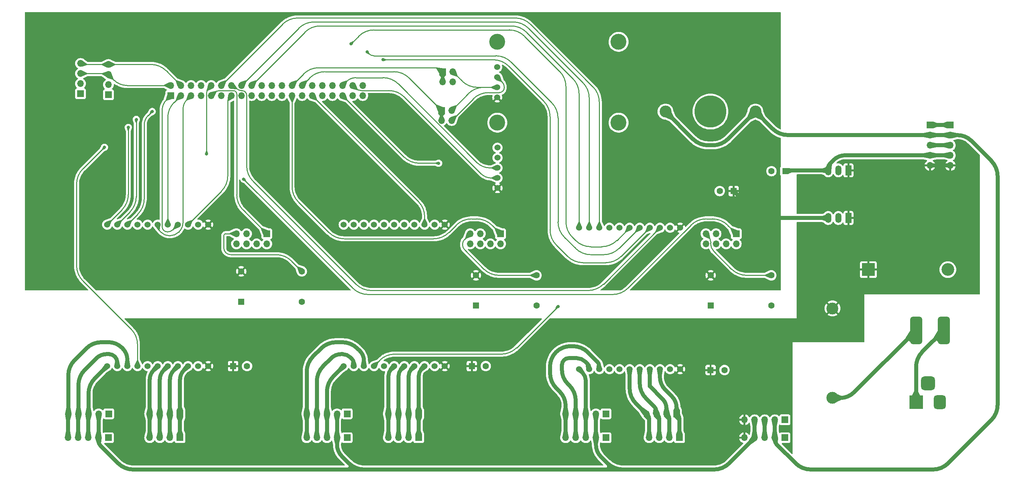
<source format=gbr>
%TF.GenerationSoftware,KiCad,Pcbnew,7.0.7*%
%TF.CreationDate,2023-09-16T22:54:16+02:00*%
%TF.ProjectId,AstroDebugMotor,41737472-6f44-4656-9275-674d6f746f72,01*%
%TF.SameCoordinates,Original*%
%TF.FileFunction,Copper,L1,Top*%
%TF.FilePolarity,Positive*%
%FSLAX46Y46*%
G04 Gerber Fmt 4.6, Leading zero omitted, Abs format (unit mm)*
G04 Created by KiCad (PCBNEW 7.0.7) date 2023-09-16 22:54:16*
%MOMM*%
%LPD*%
G01*
G04 APERTURE LIST*
G04 Aperture macros list*
%AMRoundRect*
0 Rectangle with rounded corners*
0 $1 Rounding radius*
0 $2 $3 $4 $5 $6 $7 $8 $9 X,Y pos of 4 corners*
0 Add a 4 corners polygon primitive as box body*
4,1,4,$2,$3,$4,$5,$6,$7,$8,$9,$2,$3,0*
0 Add four circle primitives for the rounded corners*
1,1,$1+$1,$2,$3*
1,1,$1+$1,$4,$5*
1,1,$1+$1,$6,$7*
1,1,$1+$1,$8,$9*
0 Add four rect primitives between the rounded corners*
20,1,$1+$1,$2,$3,$4,$5,0*
20,1,$1+$1,$4,$5,$6,$7,0*
20,1,$1+$1,$6,$7,$8,$9,0*
20,1,$1+$1,$8,$9,$2,$3,0*%
G04 Aperture macros list end*
%TA.AperFunction,ComponentPad*%
%ADD10R,1.700000X1.700000*%
%TD*%
%TA.AperFunction,ComponentPad*%
%ADD11O,1.700000X1.700000*%
%TD*%
%TA.AperFunction,ComponentPad*%
%ADD12RoundRect,0.750000X0.750000X2.750000X-0.750000X2.750000X-0.750000X-2.750000X0.750000X-2.750000X0*%
%TD*%
%TA.AperFunction,ComponentPad*%
%ADD13R,3.200000X3.200000*%
%TD*%
%TA.AperFunction,ComponentPad*%
%ADD14O,3.200000X3.200000*%
%TD*%
%TA.AperFunction,ComponentPad*%
%ADD15R,1.600000X1.600000*%
%TD*%
%TA.AperFunction,ComponentPad*%
%ADD16C,1.600000*%
%TD*%
%TA.AperFunction,ComponentPad*%
%ADD17R,1.500000X2.500000*%
%TD*%
%TA.AperFunction,ComponentPad*%
%ADD18O,1.500000X2.500000*%
%TD*%
%TA.AperFunction,ComponentPad*%
%ADD19C,3.000000*%
%TD*%
%TA.AperFunction,SMDPad,CuDef*%
%ADD20C,8.000000*%
%TD*%
%TA.AperFunction,ComponentPad*%
%ADD21C,1.524000*%
%TD*%
%TA.AperFunction,ComponentPad*%
%ADD22R,3.500000X3.500000*%
%TD*%
%TA.AperFunction,ComponentPad*%
%ADD23RoundRect,0.750000X0.750000X1.000000X-0.750000X1.000000X-0.750000X-1.000000X0.750000X-1.000000X0*%
%TD*%
%TA.AperFunction,ComponentPad*%
%ADD24RoundRect,0.875000X0.875000X0.875000X-0.875000X0.875000X-0.875000X-0.875000X0.875000X-0.875000X0*%
%TD*%
%TA.AperFunction,ComponentPad*%
%ADD25C,4.000000*%
%TD*%
%TA.AperFunction,ViaPad*%
%ADD26C,0.800000*%
%TD*%
%TA.AperFunction,Conductor*%
%ADD27C,1.000000*%
%TD*%
%TA.AperFunction,Conductor*%
%ADD28C,0.250000*%
%TD*%
G04 APERTURE END LIST*
D10*
%TO.P,J18,1,Pin_1*%
%TO.N,GND*%
X166075000Y-151000000D03*
D11*
%TO.P,J18,2,Pin_2*%
%TO.N,+5V*%
X163535000Y-151000000D03*
%TO.P,J18,3,Pin_3*%
%TO.N,/AX3_ENCN*%
X160995000Y-151000000D03*
%TO.P,J18,4,Pin_4*%
%TO.N,/AX3_ENCB*%
X158455000Y-151000000D03*
%TO.P,J18,5,Pin_5*%
%TO.N,/AX3_ENCA*%
X155915000Y-151000000D03*
%TD*%
D12*
%TO.P,SW1,1,A*%
%TO.N,Net-(SW1-A)*%
X251000000Y-130000000D03*
%TO.P,SW1,2,B*%
%TO.N,Net-(SW1-B)*%
X244000000Y-130000000D03*
%TD*%
D10*
%TO.P,J19,1,Pin_1*%
%TO.N,/AX3_B2*%
X184540000Y-157000000D03*
D11*
%TO.P,J19,2,Pin_2*%
%TO.N,/AX3_B1*%
X182000000Y-157000000D03*
%TO.P,J19,3,Pin_3*%
%TO.N,/AX3_A2*%
X179460000Y-157000000D03*
%TO.P,J19,4,Pin_4*%
%TO.N,/AX3_A1*%
X176920000Y-157000000D03*
%TD*%
D13*
%TO.P,D1,1,K*%
%TO.N,Vdrive*%
X232000000Y-114750000D03*
D14*
%TO.P,D1,2,A*%
%TO.N,GND*%
X252000000Y-114750000D03*
%TD*%
D15*
%TO.P,X2,1,Tri-State*%
%TO.N,unconnected-(X2-Tri-State-Pad1)*%
X133380000Y-123810000D03*
D16*
%TO.P,X2,7,GND*%
%TO.N,GND*%
X148620000Y-123810000D03*
%TO.P,X2,8,OUT*%
%TO.N,Net-(J10-Pin_7)*%
X148620000Y-116190000D03*
%TO.P,X2,14,Vcc*%
%TO.N,+3.3V*%
X133380000Y-116190000D03*
%TD*%
D17*
%TO.P,U4,1,Vin*%
%TO.N,Vdrive*%
X227000000Y-101770000D03*
D18*
%TO.P,U4,2,GND*%
%TO.N,GND*%
X224460000Y-101770000D03*
%TO.P,U4,3,Vout*%
%TO.N,+3.3V*%
X221920000Y-101770000D03*
%TD*%
D15*
%TO.P,C4,1*%
%TO.N,Vdrive*%
X192347349Y-140000000D03*
D16*
%TO.P,C4,2*%
%TO.N,GND*%
X195847349Y-140000000D03*
%TD*%
D19*
%TO.P,BT1,1,+*%
%TO.N,+BATT*%
X203625000Y-75025000D03*
X181025000Y-75025000D03*
D20*
%TO.P,BT1,2,-*%
%TO.N,GND*%
X192325000Y-75025000D03*
%TD*%
D10*
%TO.P,J8,1,Pin_1*%
%TO.N,GND*%
X41075000Y-151000000D03*
D11*
%TO.P,J8,2,Pin_2*%
%TO.N,+5V*%
X38535000Y-151000000D03*
%TO.P,J8,3,Pin_3*%
%TO.N,/AX1_ENCN*%
X35995000Y-151000000D03*
%TO.P,J8,4,Pin_4*%
%TO.N,/AX1_ENCB*%
X33455000Y-151000000D03*
%TO.P,J8,5,Pin_5*%
%TO.N,/AX1_ENCA*%
X30915000Y-151000000D03*
%TD*%
D19*
%TO.P,F1,1*%
%TO.N,Net-(SW1-B)*%
X223000000Y-147000000D03*
%TO.P,F1,2*%
%TO.N,Vdrive*%
X223000000Y-124500000D03*
%TD*%
D15*
%TO.P,X1,1,Tri-State*%
%TO.N,unconnected-(X1-Tri-State-Pad1)*%
X74380000Y-122810000D03*
D16*
%TO.P,X1,7,GND*%
%TO.N,GND*%
X89620000Y-122810000D03*
%TO.P,X1,8,OUT*%
%TO.N,Net-(J4-Pin_7)*%
X89620000Y-115190000D03*
%TO.P,X1,14,Vcc*%
%TO.N,+3.3V*%
X74380000Y-115190000D03*
%TD*%
D10*
%TO.P,J11,1,Pin_1*%
%TO.N,GND*%
X101000000Y-151000000D03*
D11*
%TO.P,J11,2,Pin_2*%
%TO.N,+5V*%
X98460000Y-151000000D03*
%TO.P,J11,3,Pin_3*%
%TO.N,/AX2_ENCN*%
X95920000Y-151000000D03*
%TO.P,J11,4,Pin_4*%
%TO.N,/AX2_ENCB*%
X93380000Y-151000000D03*
%TO.P,J11,5,Pin_5*%
%TO.N,/AX2_ENCA*%
X90840000Y-151000000D03*
%TD*%
D10*
%TO.P,J4,1,Pin_1*%
%TO.N,/AX1_CLK*%
X80800000Y-105725000D03*
D11*
%TO.P,J4,2,Pin_2*%
%TO.N,Net-(J4-Pin_2)*%
X80800000Y-108265000D03*
%TO.P,J4,3,Pin_3*%
%TO.N,+3.3V*%
X78260000Y-105725000D03*
%TO.P,J4,4,Pin_4*%
%TO.N,Net-(J4-Pin_2)*%
X78260000Y-108265000D03*
%TO.P,J4,5,Pin_5*%
%TO.N,GND*%
X75720000Y-105725000D03*
%TO.P,J4,6,Pin_6*%
%TO.N,Net-(J4-Pin_2)*%
X75720000Y-108265000D03*
%TO.P,J4,7,Pin_7*%
%TO.N,Net-(J4-Pin_7)*%
X73180000Y-105725000D03*
%TO.P,J4,8,Pin_8*%
%TO.N,Net-(J4-Pin_2)*%
X73180000Y-108265000D03*
%TD*%
D15*
%TO.P,X3,1,Tri-State*%
%TO.N,unconnected-(X3-Tri-State-Pad1)*%
X192380000Y-123810000D03*
D16*
%TO.P,X3,7,GND*%
%TO.N,GND*%
X207620000Y-123810000D03*
%TO.P,X3,8,OUT*%
%TO.N,Net-(J17-Pin_7)*%
X207620000Y-116190000D03*
%TO.P,X3,14,Vcc*%
%TO.N,+3.3V*%
X192380000Y-116190000D03*
%TD*%
D15*
%TO.P,C2,1*%
%TO.N,Vdrive*%
X72347349Y-139000000D03*
D16*
%TO.P,C2,2*%
%TO.N,GND*%
X75847349Y-139000000D03*
%TD*%
D10*
%TO.P,J6,1,Pin_1*%
%TO.N,GND*%
X41000000Y-157000000D03*
D11*
%TO.P,J6,2,Pin_2*%
%TO.N,+5V*%
X38460000Y-157000000D03*
%TO.P,J6,3,Pin_3*%
%TO.N,/AX1_ENCN*%
X35920000Y-157000000D03*
%TO.P,J6,4,Pin_4*%
%TO.N,/AX1_ENCB*%
X33380000Y-157000000D03*
%TO.P,J6,5,Pin_5*%
%TO.N,/AX1_ENCA*%
X30840000Y-157000000D03*
%TD*%
D10*
%TO.P,J9,1,Pin_1*%
%TO.N,GND*%
X101000000Y-157000000D03*
D11*
%TO.P,J9,2,Pin_2*%
%TO.N,+5V*%
X98460000Y-157000000D03*
%TO.P,J9,3,Pin_3*%
%TO.N,/AX2_ENCN*%
X95920000Y-157000000D03*
%TO.P,J9,4,Pin_4*%
%TO.N,/AX2_ENCB*%
X93380000Y-157000000D03*
%TO.P,J9,5,Pin_5*%
%TO.N,/AX2_ENCA*%
X90840000Y-157000000D03*
%TD*%
D10*
%TO.P,J22,1,Pin_1*%
%TO.N,/GPS_RX*%
X125000000Y-65000000D03*
D11*
%TO.P,J22,2,Pin_2*%
%TO.N,/IO1 GPS*%
X127540000Y-65000000D03*
%TO.P,J22,3,Pin_3*%
%TO.N,/GPS_RX*%
X125000000Y-67540000D03*
%TO.P,J22,4,Pin_4*%
%TO.N,/IO2 GPS*%
X127540000Y-67540000D03*
%TD*%
D15*
%TO.P,C5,1*%
%TO.N,+5V*%
X211152651Y-90000000D03*
D16*
%TO.P,C5,2*%
%TO.N,GND*%
X207652651Y-90000000D03*
%TD*%
D21*
%TO.P,U7,1,+3\u002C3V*%
%TO.N,+3.3V*%
X138795000Y-94262500D03*
%TO.P,U7,2,SDA*%
%TO.N,/RTC_SDA*%
X138795000Y-91722500D03*
%TO.P,U7,3,SCK*%
%TO.N,/RTC_SCK*%
X138795000Y-89182500D03*
%TO.P,U7,4,NC*%
%TO.N,GND*%
X138795000Y-86642500D03*
%TO.P,U7,5,GND*%
X138795000Y-84102500D03*
%TD*%
D10*
%TO.P,J16,1,Pin_1*%
%TO.N,GND*%
X166080000Y-157000000D03*
D11*
%TO.P,J16,2,Pin_2*%
%TO.N,+5V*%
X163540000Y-157000000D03*
%TO.P,J16,3,Pin_3*%
%TO.N,/AX3_ENCN*%
X161000000Y-157000000D03*
%TO.P,J16,4,Pin_4*%
%TO.N,/AX3_ENCB*%
X158460000Y-157000000D03*
%TO.P,J16,5,Pin_5*%
%TO.N,/AX3_ENCA*%
X155920000Y-157000000D03*
%TD*%
D10*
%TO.P,J7,1,Pin_1*%
%TO.N,/AX1_B2*%
X59000000Y-151000000D03*
D11*
%TO.P,J7,2,Pin_2*%
%TO.N,/AX1_B1*%
X56460000Y-151000000D03*
%TO.P,J7,3,Pin_3*%
%TO.N,/AX1_A2*%
X53920000Y-151000000D03*
%TO.P,J7,4,Pin_4*%
%TO.N,/AX1_A1*%
X51380000Y-151000000D03*
%TD*%
D22*
%TO.P,X1_PWR1,1*%
%TO.N,Net-(SW1-A)*%
X244000000Y-148042500D03*
D23*
%TO.P,X1_PWR1,2*%
%TO.N,GND*%
X250000000Y-148042500D03*
D24*
%TO.P,X1_PWR1,3*%
%TO.N,N/C*%
X247000000Y-143342500D03*
%TD*%
D17*
%TO.P,U5,1,Vin*%
%TO.N,Vdrive*%
X227000000Y-89790000D03*
D18*
%TO.P,U5,2,GND*%
%TO.N,GND*%
X224460000Y-89790000D03*
%TO.P,U5,3,Vout*%
%TO.N,+5V*%
X221920000Y-89790000D03*
%TD*%
D21*
%TO.P,U3,1,VCC-(3.3V/5V)*%
%TO.N,+3.3V*%
X184700000Y-104220000D03*
%TO.P,U3,2,GND*%
%TO.N,GND*%
X182160000Y-104220000D03*
%TO.P,U3,3,CSN*%
%TO.N,/AX3_CSN*%
X179620000Y-104220000D03*
%TO.P,U3,4,SCK*%
%TO.N,/SCK*%
X177080000Y-104220000D03*
%TO.P,U3,5,SDI*%
%TO.N,/SDI*%
X174540000Y-104220000D03*
%TO.P,U3,6,SDO*%
%TO.N,/SDO*%
X172000000Y-104220000D03*
%TO.P,U3,7,GND*%
%TO.N,GND*%
X169460000Y-104220000D03*
%TO.P,U3,8,CLK16*%
%TO.N,Net-(J17-Pin_2)*%
X166920000Y-104220000D03*
%TO.P,U3,9,DRV_ENN*%
%TO.N,/AX3_EN*%
X164380000Y-104220000D03*
%TO.P,U3,10,REFL*%
%TO.N,/AX3_STEP*%
X161840000Y-104220000D03*
%TO.P,U3,11,REFR*%
%TO.N,/AX3_DIR*%
X159300000Y-104220000D03*
%TO.P,U3,12,VS-(9-36V)*%
%TO.N,Vdrive*%
X184700000Y-139780000D03*
%TO.P,U3,13,GND*%
%TO.N,GND*%
X182160000Y-139780000D03*
%TO.P,U3,14,B2*%
%TO.N,/AX3_B2*%
X179620000Y-139780000D03*
%TO.P,U3,15,B1*%
%TO.N,/AX3_B1*%
X177080000Y-139780000D03*
%TO.P,U3,16,A2*%
%TO.N,/AX3_A2*%
X174540000Y-139780000D03*
%TO.P,U3,17,A1*%
%TO.N,/AX3_A1*%
X172000000Y-139780000D03*
%TO.P,U3,18,GND*%
%TO.N,GND*%
X169460000Y-139780000D03*
%TO.P,U3,19,DIAGO*%
%TO.N,/AX3_DIAG*%
X166920000Y-139780000D03*
%TO.P,U3,20,ENCA*%
%TO.N,/AX3_ENCA*%
X164380000Y-139780000D03*
%TO.P,U3,21,ENCB*%
%TO.N,/AX3_ENCB*%
X161840000Y-139780000D03*
%TO.P,U3,22,ENCN*%
%TO.N,/AX3_ENCN*%
X159300000Y-139780000D03*
%TD*%
D10*
%TO.P,J1,1,Pin_1*%
%TO.N,/AX1_B2*%
X59000000Y-157000000D03*
D11*
%TO.P,J1,2,Pin_2*%
%TO.N,/AX1_B1*%
X56460000Y-157000000D03*
%TO.P,J1,3,Pin_3*%
%TO.N,/AX1_A2*%
X53920000Y-157000000D03*
%TO.P,J1,4,Pin_4*%
%TO.N,/AX1_A1*%
X51380000Y-157000000D03*
%TD*%
D10*
%TO.P,J3,1,Pin_1*%
%TO.N,GND*%
X211040000Y-152500000D03*
D11*
%TO.P,J3,2,Pin_2*%
%TO.N,+BATT*%
X208500000Y-152500000D03*
%TO.P,J3,3,Pin_3*%
%TO.N,+3.3V*%
X205960000Y-152500000D03*
%TO.P,J3,4,Pin_4*%
%TO.N,+5V*%
X203420000Y-152500000D03*
%TO.P,J3,5,Pin_5*%
%TO.N,Vdrive*%
X200880000Y-152500000D03*
%TD*%
D10*
%TO.P,J14,1,Pin_1*%
%TO.N,GND*%
X34000000Y-70540000D03*
D11*
%TO.P,J14,2,Pin_2*%
%TO.N,+5V*%
X34000000Y-68000000D03*
%TO.P,J14,3,Pin_3*%
%TO.N,/RX*%
X34000000Y-65460000D03*
%TO.P,J14,4,Pin_4*%
%TO.N,/TX*%
X34000000Y-62920000D03*
%TD*%
D10*
%TO.P,J23,1,Pin_1*%
%TO.N,GND*%
X247500000Y-78380000D03*
D11*
%TO.P,J23,2,Pin_2*%
%TO.N,+BATT*%
X247500000Y-80920000D03*
%TO.P,J23,3,Pin_3*%
%TO.N,+3.3V*%
X247500000Y-83460000D03*
%TO.P,J23,4,Pin_4*%
%TO.N,+5V*%
X247500000Y-86000000D03*
%TO.P,J23,5,Pin_5*%
%TO.N,Vdrive*%
X247500000Y-88540000D03*
%TD*%
D10*
%TO.P,J5,1,Pin_1*%
%TO.N,GND*%
X211040000Y-157000000D03*
D11*
%TO.P,J5,2,Pin_2*%
%TO.N,+BATT*%
X208500000Y-157000000D03*
%TO.P,J5,3,Pin_3*%
%TO.N,+3.3V*%
X205960000Y-157000000D03*
%TO.P,J5,4,Pin_4*%
%TO.N,+5V*%
X203420000Y-157000000D03*
%TO.P,J5,5,Pin_5*%
%TO.N,Vdrive*%
X200880000Y-157000000D03*
%TD*%
D10*
%TO.P,J13,1,Pin_1*%
%TO.N,/AX2_B2*%
X119000000Y-151000000D03*
D11*
%TO.P,J13,2,Pin_2*%
%TO.N,/AX2_B1*%
X116460000Y-151000000D03*
%TO.P,J13,3,Pin_3*%
%TO.N,/AX2_A2*%
X113920000Y-151000000D03*
%TO.P,J13,4,Pin_4*%
%TO.N,/AX2_A1*%
X111380000Y-151000000D03*
%TD*%
D10*
%TO.P,J12,1,Pin_1*%
%TO.N,/AX2_B2*%
X119000000Y-157000000D03*
D11*
%TO.P,J12,2,Pin_2*%
%TO.N,/AX2_B1*%
X116460000Y-157000000D03*
%TO.P,J12,3,Pin_3*%
%TO.N,/AX2_A2*%
X113920000Y-157000000D03*
%TO.P,J12,4,Pin_4*%
%TO.N,/AX2_A1*%
X111380000Y-157000000D03*
%TD*%
D10*
%TO.P,J15,1,Pin_1*%
%TO.N,GND*%
X41000000Y-70800000D03*
D11*
%TO.P,J15,2,Pin_2*%
%TO.N,+5V*%
X41000000Y-68260000D03*
%TO.P,J15,3,Pin_3*%
%TO.N,/RX*%
X41000000Y-65720000D03*
%TO.P,J15,4,Pin_4*%
%TO.N,/TX*%
X41000000Y-63180000D03*
%TD*%
D21*
%TO.P,U6,1,GND*%
%TO.N,GND*%
X138750000Y-63850000D03*
%TO.P,U6,2,TX*%
%TO.N,/IO2 GPS*%
X138750000Y-66390000D03*
%TO.P,U6,3,RX*%
%TO.N,/IO1 GPS*%
X138750000Y-68930000D03*
%TO.P,U6,4,+3\u002C3V*%
%TO.N,+3.3V*%
X138750000Y-71470000D03*
D25*
%TO.P,U6,5,GND*%
%TO.N,GND*%
X138750000Y-57500000D03*
X138750000Y-77820000D03*
X169230000Y-57500000D03*
X169230000Y-77820000D03*
%TD*%
D21*
%TO.P,U2,1,VCC-(3.3V/5V)*%
%TO.N,+3.3V*%
X125540000Y-103440000D03*
%TO.P,U2,2,GND*%
%TO.N,GND*%
X123000000Y-103440000D03*
%TO.P,U2,3,CSN*%
%TO.N,/AX2_CSN*%
X120460000Y-103440000D03*
%TO.P,U2,4,SCK*%
%TO.N,/SCK*%
X117920000Y-103440000D03*
%TO.P,U2,5,SDI*%
%TO.N,/SDI*%
X115380000Y-103440000D03*
%TO.P,U2,6,SDO*%
%TO.N,/SDO*%
X112840000Y-103440000D03*
%TO.P,U2,7,GND*%
%TO.N,GND*%
X110300000Y-103440000D03*
%TO.P,U2,8,CLK16*%
%TO.N,Net-(J10-Pin_2)*%
X107760000Y-103440000D03*
%TO.P,U2,9,DRV_ENN*%
%TO.N,/AX2_EN*%
X105220000Y-103440000D03*
%TO.P,U2,10,REFL*%
%TO.N,/AX2_STEP*%
X102680000Y-103440000D03*
%TO.P,U2,11,REFR*%
%TO.N,/AX2_DIR*%
X100140000Y-103440000D03*
%TO.P,U2,12,VS-(9-36V)*%
%TO.N,Vdrive*%
X125540000Y-139000000D03*
%TO.P,U2,13,GND*%
%TO.N,GND*%
X123000000Y-139000000D03*
%TO.P,U2,14,B2*%
%TO.N,/AX2_B2*%
X120460000Y-139000000D03*
%TO.P,U2,15,B1*%
%TO.N,/AX2_B1*%
X117920000Y-139000000D03*
%TO.P,U2,16,A2*%
%TO.N,/AX2_A2*%
X115380000Y-139000000D03*
%TO.P,U2,17,A1*%
%TO.N,/AX2_A1*%
X112840000Y-139000000D03*
%TO.P,U2,18,GND*%
%TO.N,GND*%
X110300000Y-139000000D03*
%TO.P,U2,19,DIAGO*%
%TO.N,/AX2_DIAG*%
X107760000Y-139000000D03*
%TO.P,U2,20,ENCA*%
%TO.N,/AX2_ENCA*%
X105220000Y-139000000D03*
%TO.P,U2,21,ENCB*%
%TO.N,/AX2_ENCB*%
X102680000Y-139000000D03*
%TO.P,U2,22,ENCN*%
%TO.N,/AX2_ENCN*%
X100140000Y-139000000D03*
%TD*%
%TO.P,U1,1,VCC-(3.3V/5V)*%
%TO.N,+3.3V*%
X66080000Y-103440000D03*
%TO.P,U1,2,GND*%
%TO.N,GND*%
X63540000Y-103440000D03*
%TO.P,U1,3,CSN*%
%TO.N,/AX1_CSN*%
X61000000Y-103440000D03*
%TO.P,U1,4,SCK*%
%TO.N,/SCK*%
X58460000Y-103440000D03*
%TO.P,U1,5,SDI*%
%TO.N,/SDI*%
X55920000Y-103440000D03*
%TO.P,U1,6,SDO*%
%TO.N,/SDO*%
X53380000Y-103440000D03*
%TO.P,U1,7,GND*%
%TO.N,GND*%
X50840000Y-103440000D03*
%TO.P,U1,8,CLK16*%
%TO.N,Net-(J4-Pin_2)*%
X48300000Y-103440000D03*
%TO.P,U1,9,DRV_ENN*%
%TO.N,/AX1_EN*%
X45760000Y-103440000D03*
%TO.P,U1,10,REFL*%
%TO.N,/AX1_STEP*%
X43220000Y-103440000D03*
%TO.P,U1,11,REFR*%
%TO.N,/AX1_DIR*%
X40680000Y-103440000D03*
%TO.P,U1,12,VS-(9-36V)*%
%TO.N,Vdrive*%
X66080000Y-139000000D03*
%TO.P,U1,13,GND*%
%TO.N,GND*%
X63540000Y-139000000D03*
%TO.P,U1,14,B2*%
%TO.N,/AX1_B2*%
X61000000Y-139000000D03*
%TO.P,U1,15,B1*%
%TO.N,/AX1_B1*%
X58460000Y-139000000D03*
%TO.P,U1,16,A2*%
%TO.N,/AX1_A2*%
X55920000Y-139000000D03*
%TO.P,U1,17,A1*%
%TO.N,/AX1_A1*%
X53380000Y-139000000D03*
%TO.P,U1,18,GND*%
%TO.N,GND*%
X50840000Y-139000000D03*
%TO.P,U1,19,DIAGO*%
%TO.N,/AX1_DIAG*%
X48300000Y-139000000D03*
%TO.P,U1,20,ENCA*%
%TO.N,/AX1_ENCA*%
X45760000Y-139000000D03*
%TO.P,U1,21,ENCB*%
%TO.N,/AX1_ENCB*%
X43220000Y-139000000D03*
%TO.P,U1,22,ENCN*%
%TO.N,/AX1_ENCN*%
X40680000Y-139000000D03*
%TD*%
D10*
%TO.P,J21,1,Pin_1*%
%TO.N,/GPS_TX*%
X124725000Y-74725000D03*
D11*
%TO.P,J21,2,Pin_2*%
%TO.N,/IO1 GPS*%
X127265000Y-74725000D03*
%TO.P,J21,3,Pin_3*%
%TO.N,/GPS_TX*%
X124725000Y-77265000D03*
%TO.P,J21,4,Pin_4*%
%TO.N,/IO2 GPS*%
X127265000Y-77265000D03*
%TD*%
D10*
%TO.P,J20,1,Pin_1*%
%TO.N,/AX3_B2*%
X183800000Y-151000000D03*
D11*
%TO.P,J20,2,Pin_2*%
%TO.N,/AX3_B1*%
X181260000Y-151000000D03*
%TO.P,J20,3,Pin_3*%
%TO.N,/AX3_A2*%
X178720000Y-151000000D03*
%TO.P,J20,4,Pin_4*%
%TO.N,/AX3_A1*%
X176180000Y-151000000D03*
%TD*%
D15*
%TO.P,C1,1*%
%TO.N,+3.3V*%
X198152651Y-95000000D03*
D16*
%TO.P,C1,2*%
%TO.N,GND*%
X194652651Y-95000000D03*
%TD*%
D10*
%TO.P,J17,1,Pin_1*%
%TO.N,/AX3_CLK*%
X198800000Y-105725000D03*
D11*
%TO.P,J17,2,Pin_2*%
%TO.N,Net-(J17-Pin_2)*%
X198800000Y-108265000D03*
%TO.P,J17,3,Pin_3*%
%TO.N,+3.3V*%
X196260000Y-105725000D03*
%TO.P,J17,4,Pin_4*%
%TO.N,Net-(J17-Pin_2)*%
X196260000Y-108265000D03*
%TO.P,J17,5,Pin_5*%
%TO.N,GND*%
X193720000Y-105725000D03*
%TO.P,J17,6,Pin_6*%
%TO.N,Net-(J17-Pin_2)*%
X193720000Y-108265000D03*
%TO.P,J17,7,Pin_7*%
%TO.N,Net-(J17-Pin_7)*%
X191180000Y-105725000D03*
%TO.P,J17,8,Pin_8*%
%TO.N,Net-(J17-Pin_2)*%
X191180000Y-108265000D03*
%TD*%
D10*
%TO.P,J24,1,Pin_1*%
%TO.N,GND*%
X252625000Y-78425000D03*
D11*
%TO.P,J24,2,Pin_2*%
%TO.N,+BATT*%
X252625000Y-80965000D03*
%TO.P,J24,3,Pin_3*%
%TO.N,+3.3V*%
X252625000Y-83505000D03*
%TO.P,J24,4,Pin_4*%
%TO.N,+5V*%
X252625000Y-86045000D03*
%TO.P,J24,5,Pin_5*%
%TO.N,Vdrive*%
X252625000Y-88585000D03*
%TD*%
D10*
%TO.P,J10,1,Pin_1*%
%TO.N,/AX2_CLK*%
X139540000Y-105725000D03*
D11*
%TO.P,J10,2,Pin_2*%
%TO.N,Net-(J10-Pin_2)*%
X139540000Y-108265000D03*
%TO.P,J10,3,Pin_3*%
%TO.N,+3.3V*%
X137000000Y-105725000D03*
%TO.P,J10,4,Pin_4*%
%TO.N,Net-(J10-Pin_2)*%
X137000000Y-108265000D03*
%TO.P,J10,5,Pin_5*%
%TO.N,GND*%
X134460000Y-105725000D03*
%TO.P,J10,6,Pin_6*%
%TO.N,Net-(J10-Pin_2)*%
X134460000Y-108265000D03*
%TO.P,J10,7,Pin_7*%
%TO.N,Net-(J10-Pin_7)*%
X131920000Y-105725000D03*
%TO.P,J10,8,Pin_8*%
%TO.N,Net-(J10-Pin_2)*%
X131920000Y-108265000D03*
%TD*%
D15*
%TO.P,C3,1*%
%TO.N,Vdrive*%
X132347349Y-139000000D03*
D16*
%TO.P,C3,2*%
%TO.N,GND*%
X135847349Y-139000000D03*
%TD*%
D10*
%TO.P,J2,1,Pin_1*%
%TO.N,/SCK*%
X56680000Y-71000000D03*
D11*
%TO.P,J2,2,Pin_2*%
%TO.N,/RX*%
X56680000Y-68460000D03*
%TO.P,J2,3,Pin_3*%
%TO.N,/SDI*%
X59220000Y-71000000D03*
%TO.P,J2,4,Pin_4*%
%TO.N,/TX*%
X59220000Y-68460000D03*
%TO.P,J2,5,Pin_5*%
%TO.N,/SDO*%
X61760000Y-71000000D03*
%TO.P,J2,6,Pin_6*%
%TO.N,unconnected-(J2-Pin_6-Pad6)*%
X61760000Y-68460000D03*
%TO.P,J2,7,Pin_7*%
%TO.N,unconnected-(J2-Pin_7-Pad7)*%
X64300000Y-71000000D03*
%TO.P,J2,8,Pin_8*%
%TO.N,unconnected-(J2-Pin_8-Pad8)*%
X64300000Y-68460000D03*
%TO.P,J2,9,Pin_9*%
%TO.N,/AX1_CLK*%
X66840000Y-71000000D03*
%TO.P,J2,10,Pin_10*%
%TO.N,/AX3_CLK*%
X66840000Y-68460000D03*
%TO.P,J2,11,Pin_11*%
%TO.N,/AX1_EN*%
X69380000Y-71000000D03*
%TO.P,J2,12,Pin_12*%
%TO.N,/AX3_EN*%
X69380000Y-68460000D03*
%TO.P,J2,13,Pin_13*%
%TO.N,/AX1_CSN*%
X71920000Y-71000000D03*
%TO.P,J2,14,Pin_14*%
%TO.N,/AX3_CSN*%
X71920000Y-68460000D03*
%TO.P,J2,15,Pin_15*%
%TO.N,/AX1_STEP*%
X74460000Y-71000000D03*
%TO.P,J2,16,Pin_16*%
%TO.N,/AX3_STEP*%
X74460000Y-68460000D03*
%TO.P,J2,17,Pin_17*%
%TO.N,/AX1_DIR*%
X77000000Y-71000000D03*
%TO.P,J2,18,Pin_18*%
%TO.N,/AX3_DIR*%
X77000000Y-68460000D03*
%TO.P,J2,19,Pin_19*%
%TO.N,/AX1_DIAG*%
X79540000Y-71000000D03*
%TO.P,J2,20,Pin_20*%
%TO.N,/AX3_DIAG*%
X79540000Y-68460000D03*
%TO.P,J2,21,Pin_21*%
%TO.N,unconnected-(J2-Pin_21-Pad21)*%
X82080000Y-71000000D03*
%TO.P,J2,22,Pin_22*%
%TO.N,unconnected-(J2-Pin_22-Pad22)*%
X82080000Y-68460000D03*
%TO.P,J2,23,Pin_23*%
%TO.N,unconnected-(J2-Pin_23-Pad23)*%
X84620000Y-71000000D03*
%TO.P,J2,24,Pin_24*%
%TO.N,unconnected-(J2-Pin_24-Pad24)*%
X84620000Y-68460000D03*
%TO.P,J2,25,Pin_25*%
%TO.N,/AX2_CLK*%
X87160000Y-71000000D03*
%TO.P,J2,26,Pin_26*%
%TO.N,/GPS_RX*%
X87160000Y-68460000D03*
%TO.P,J2,27,Pin_27*%
%TO.N,/AX2_EN*%
X89700000Y-71000000D03*
%TO.P,J2,28,Pin_28*%
%TO.N,/GPS_TX*%
X89700000Y-68460000D03*
%TO.P,J2,29,Pin_29*%
%TO.N,/AX2_CSN*%
X92240000Y-71000000D03*
%TO.P,J2,30,Pin_30*%
%TO.N,/GPS_PPS*%
X92240000Y-68460000D03*
%TO.P,J2,31,Pin_31*%
%TO.N,/AX2_STEP*%
X94780000Y-71000000D03*
%TO.P,J2,32,Pin_32*%
%TO.N,unconnected-(J2-Pin_32-Pad32)*%
X94780000Y-68460000D03*
%TO.P,J2,33,Pin_33*%
%TO.N,/AX2_DIR*%
X97320000Y-71000000D03*
%TO.P,J2,34,Pin_34*%
%TO.N,unconnected-(J2-Pin_34-Pad34)*%
X97320000Y-68460000D03*
%TO.P,J2,35,Pin_35*%
%TO.N,/AX2_DIAG*%
X99860000Y-71000000D03*
%TO.P,J2,36,Pin_36*%
%TO.N,/RTC_SCK*%
X99860000Y-68460000D03*
%TO.P,J2,37,Pin_37*%
%TO.N,unconnected-(J2-Pin_37-Pad37)*%
X102400000Y-71000000D03*
%TO.P,J2,38,Pin_38*%
%TO.N,/RTC_SDA*%
X102400000Y-68460000D03*
%TO.P,J2,39,Pin_39*%
%TO.N,unconnected-(J2-Pin_39-Pad39)*%
X104940000Y-71000000D03*
%TO.P,J2,40,Pin_40*%
%TO.N,unconnected-(J2-Pin_40-Pad40)*%
X104940000Y-68460000D03*
%TD*%
D26*
%TO.N,GND*%
X192325000Y-75024998D03*
%TO.N,+3.3V*%
X172000000Y-116000000D03*
X164000000Y-116000000D03*
X179000000Y-116000000D03*
%TO.N,/SCK*%
X110000000Y-62000000D03*
%TO.N,/SDI*%
X106000000Y-60000000D03*
%TO.N,/SDO*%
X102000000Y-58000000D03*
%TO.N,/AX1_EN*%
X52000000Y-75000000D03*
%TO.N,Vdrive*%
X132347349Y-134152651D03*
%TO.N,/AX1_STEP*%
X48000000Y-77000000D03*
%TO.N,/AX1_DIR*%
X46000000Y-79000000D03*
%TO.N,/AX1_DIAG*%
X40000000Y-84000000D03*
%TO.N,/AX3_CLK*%
X65665003Y-85665003D03*
X75000000Y-92000000D03*
%TO.N,/AX2_DIAG*%
X154000000Y-124000000D03*
X123987347Y-88012653D03*
%TD*%
D27*
%TO.N,GND*%
X252602500Y-78402500D02*
X252625000Y-78425000D01*
X252548180Y-78380000D02*
X247500000Y-78380000D01*
X252602506Y-78402494D02*
G75*
G03*
X252548180Y-78380000I-54306J-54306D01*
G01*
%TO.N,Net-(SW1-B)*%
X228414213Y-145585786D02*
X244000000Y-130000000D01*
X225000000Y-147000000D02*
X223000000Y-147000000D01*
X225000000Y-147000007D02*
G75*
G03*
X228414213Y-145585786I0J4828407D01*
G01*
%TO.N,Net-(SW1-A)*%
X245593792Y-135406207D02*
X251000000Y-130000000D01*
X244000000Y-139253963D02*
X244000000Y-148042500D01*
X245593821Y-135406236D02*
G75*
G03*
X244000000Y-139253963I3847679J-3847764D01*
G01*
%TO.N,+3.3V*%
X205960000Y-152500000D02*
X205960000Y-157000000D01*
X203328858Y-100176207D02*
X198152651Y-95000000D01*
X252602500Y-83482500D02*
X252625000Y-83505000D01*
X207176614Y-101770000D02*
X221920000Y-101770000D01*
X252548180Y-83460000D02*
X247500000Y-83460000D01*
X203328840Y-100176225D02*
G75*
G03*
X207176614Y-101770000I3847760J3847825D01*
G01*
X252602506Y-83482494D02*
G75*
G03*
X252548180Y-83460000I-54306J-54306D01*
G01*
D28*
%TO.N,/SCK*%
X153593792Y-108593792D02*
X156406207Y-111406207D01*
X57144974Y-104755025D02*
X58460000Y-103440000D01*
X110000000Y-62000000D02*
X137746036Y-62000000D01*
X152000000Y-88686288D02*
X152000000Y-104746036D01*
X150406207Y-72406207D02*
X141593792Y-63593792D01*
X152000000Y-84000000D02*
X152000000Y-88686288D01*
X55950000Y-105250000D02*
X55780330Y-105250000D01*
X152000000Y-76253963D02*
X152000000Y-79313712D01*
X55590000Y-72090000D02*
X56680000Y-71000000D01*
X152000000Y-79313712D02*
X152000000Y-84000000D01*
X160253963Y-113000000D02*
X166046036Y-113000000D01*
X54500000Y-103969669D02*
X54500000Y-74721492D01*
X169893792Y-111406207D02*
X177080000Y-104220000D01*
X152000010Y-76253963D02*
G75*
G03*
X150406206Y-72406208I-5441610J-37D01*
G01*
X166046036Y-113000010D02*
G75*
G03*
X169893792Y-111406207I-36J5441610D01*
G01*
X55590002Y-72090002D02*
G75*
G03*
X54500000Y-74721492I2631498J-2631498D01*
G01*
X54500013Y-103969669D02*
G75*
G03*
X54875000Y-104875000I1280287J-31D01*
G01*
X55950000Y-105249984D02*
G75*
G03*
X57144974Y-104755025I0J1689984D01*
G01*
X54874991Y-104875009D02*
G75*
G03*
X55780330Y-105250000I905309J905309D01*
G01*
X156406215Y-111406199D02*
G75*
G03*
X160253963Y-113000000I3847785J3847799D01*
G01*
X141593784Y-63593800D02*
G75*
G03*
X137746036Y-62000000I-3847784J-3847800D01*
G01*
X151999990Y-104746036D02*
G75*
G03*
X153593793Y-108593791I5441610J36D01*
G01*
%TO.N,/SDI*%
X138370479Y-61000000D02*
X107707106Y-61000000D01*
X165506036Y-111000000D02*
X162253963Y-111000000D01*
X57513792Y-72706207D02*
X59220000Y-71000000D01*
X169353792Y-109406207D02*
X174540000Y-104220000D01*
X106000000Y-60000000D02*
X106500000Y-60500000D01*
X55920000Y-76553963D02*
X55920000Y-103440000D01*
X152406207Y-72781764D02*
X142218235Y-62593792D01*
X155593792Y-106593792D02*
X158406207Y-109406207D01*
X154000000Y-102746036D02*
X154000000Y-76629520D01*
X158406215Y-109406199D02*
G75*
G03*
X162253963Y-111000000I3847785J3847799D01*
G01*
X165506036Y-111000010D02*
G75*
G03*
X169353792Y-109406207I-36J5441610D01*
G01*
X57513821Y-72706236D02*
G75*
G03*
X55920000Y-76553963I3847679J-3847764D01*
G01*
X153999990Y-102746036D02*
G75*
G03*
X155593793Y-106593791I5441610J36D01*
G01*
X142218256Y-62593771D02*
G75*
G03*
X138370479Y-61000000I-3847756J-3847829D01*
G01*
X106499998Y-60500002D02*
G75*
G03*
X107707106Y-61000000I1207102J1207102D01*
G01*
X153999970Y-76629520D02*
G75*
G03*
X152406207Y-72781764I-5441570J20D01*
G01*
%TO.N,/SDO*%
X59750000Y-74431284D02*
X59750000Y-102835786D01*
X60755000Y-72005000D02*
X61760000Y-71000000D01*
X157593792Y-106593792D02*
X158406207Y-107406207D01*
X56431185Y-106250000D02*
X56337340Y-106250000D01*
X53380000Y-103978815D02*
X53380000Y-103440000D01*
X141746036Y-54500000D02*
X107753963Y-54500000D01*
X103906207Y-56093792D02*
X102000000Y-58000000D01*
X53760999Y-104898629D02*
X54246185Y-105383815D01*
X58750000Y-105250000D02*
X58682543Y-105317456D01*
X168813792Y-107406207D02*
X172000000Y-104220000D01*
X156000000Y-102746036D02*
X156000000Y-68753963D01*
X162253963Y-109000000D02*
X164966036Y-109000000D01*
X145593792Y-56093792D02*
X154406207Y-64906207D01*
X54246173Y-105383827D02*
G75*
G03*
X56337340Y-106250000I2091127J2091127D01*
G01*
X156000010Y-68753963D02*
G75*
G03*
X154406206Y-64906208I-5441610J-37D01*
G01*
X145593784Y-56093800D02*
G75*
G03*
X141746036Y-54500000I-3847784J-3847800D01*
G01*
X60755005Y-72005005D02*
G75*
G03*
X59750000Y-74431284I2426295J-2426295D01*
G01*
X56431185Y-106249988D02*
G75*
G03*
X58682542Y-105317455I15J3183888D01*
G01*
X53379986Y-103978815D02*
G75*
G03*
X53761000Y-104898628I1300814J15D01*
G01*
X164966036Y-109000010D02*
G75*
G03*
X168813792Y-107406207I-36J5441610D01*
G01*
X58750004Y-105250004D02*
G75*
G03*
X59750000Y-102835786I-2414204J2414204D01*
G01*
X155999990Y-102746036D02*
G75*
G03*
X157593793Y-106593791I5441610J36D01*
G01*
X107753963Y-54499960D02*
G75*
G03*
X103906208Y-56093793I37J-5441540D01*
G01*
X158406215Y-107406199D02*
G75*
G03*
X162253963Y-109000000I3847785J3847799D01*
G01*
%TO.N,/AX1_CLK*%
X74843792Y-99768792D02*
X80800000Y-105725000D01*
X67465000Y-70375000D02*
X66840000Y-71000000D01*
X72396446Y-69750000D02*
X68973883Y-69750000D01*
X73250000Y-95921036D02*
X73250000Y-70603553D01*
X68973883Y-69749994D02*
G75*
G03*
X67465001Y-70375001I17J-2133906D01*
G01*
X73249990Y-95921036D02*
G75*
G03*
X74843793Y-99768791I5441610J36D01*
G01*
X73000016Y-69999984D02*
G75*
G03*
X72396446Y-69750000I-603516J-603516D01*
G01*
X73250019Y-70603553D02*
G75*
G03*
X73000000Y-70000000I-853619J-47D01*
G01*
%TO.N,/AX1_EN*%
X52000000Y-75000000D02*
X51000000Y-76000000D01*
X50000000Y-96946036D02*
X50000000Y-78414213D01*
X48406207Y-100793792D02*
X45760000Y-103440000D01*
X48406206Y-100793791D02*
G75*
G03*
X50000000Y-96946036I-3847766J3847761D01*
G01*
X50999996Y-75999996D02*
G75*
G03*
X50000000Y-78414213I2414204J-2414204D01*
G01*
D27*
%TO.N,Vdrive*%
X252602500Y-88562500D02*
X252625000Y-88585000D01*
X252548180Y-88540000D02*
X247500000Y-88540000D01*
X252602506Y-88562494D02*
G75*
G03*
X252548180Y-88540000I-54306J-54306D01*
G01*
D28*
%TO.N,/AX1_CSN*%
X71000000Y-72570538D02*
X71000000Y-91186036D01*
X71460000Y-71460000D02*
X71920000Y-71000000D01*
X69406207Y-95033792D02*
X61000000Y-103440000D01*
X71459989Y-71459989D02*
G75*
G03*
X71000000Y-72570538I1110511J-1110511D01*
G01*
X69406200Y-95033785D02*
G75*
G03*
X71000000Y-91186036I-3847800J3847785D01*
G01*
%TO.N,/AX1_STEP*%
X48000000Y-77000000D02*
X48000000Y-96406036D01*
X46406207Y-100253792D02*
X43220000Y-103440000D01*
X46406200Y-100253785D02*
G75*
G03*
X48000000Y-96406036I-3847800J3847785D01*
G01*
D27*
%TO.N,+5V*%
X101380086Y-165000000D02*
X47253963Y-165000000D01*
X226256051Y-86000000D02*
X247500000Y-86000000D01*
X99683294Y-161683294D02*
X101406207Y-163406207D01*
X98460000Y-157000000D02*
X98460000Y-151000000D01*
X98460000Y-158730000D02*
X98460000Y-157000000D01*
X211257651Y-89895000D02*
X211152651Y-90000000D01*
X211511143Y-89790000D02*
X221295000Y-89790000D01*
X38535000Y-156871966D02*
X38535000Y-151000000D01*
X105343144Y-165000000D02*
X166380086Y-165000000D01*
X203420000Y-157040000D02*
X203420000Y-152500000D01*
X166380086Y-165000000D02*
X170343144Y-165000000D01*
X163535000Y-156991464D02*
X163535000Y-151000000D01*
X222361941Y-88098058D02*
X223190000Y-87270000D01*
X252548180Y-86000000D02*
X247500000Y-86000000D01*
X38460000Y-157053033D02*
X38460000Y-157730000D01*
X101380086Y-165000000D02*
X105343144Y-165000000D01*
X163540000Y-157003535D02*
X163540000Y-158770000D01*
X252602500Y-86022500D02*
X252625000Y-86045000D01*
X197053792Y-163406207D02*
X203420000Y-157040000D01*
X38976187Y-158976187D02*
X43406207Y-163406207D01*
X193206036Y-165000000D02*
X170343144Y-165000000D01*
X166406207Y-163406207D02*
X164791579Y-161791579D01*
X163539985Y-157003535D02*
G75*
G03*
X163537500Y-156997500I-8485J35D01*
G01*
X226256051Y-86000022D02*
G75*
G03*
X223190001Y-87270001I-51J-4335978D01*
G01*
X166406187Y-163406228D02*
G75*
G03*
X170343144Y-164999999I3893013J3957128D01*
G01*
X166380087Y-165000002D02*
G75*
G03*
X166406207Y-163406208I-420487J804002D01*
G01*
X98460004Y-158730000D02*
G75*
G03*
X99683295Y-161683293I4176596J0D01*
G01*
X193206036Y-165000010D02*
G75*
G03*
X197053792Y-163406207I-36J5441610D01*
G01*
X38497510Y-156962510D02*
G75*
G03*
X38535000Y-156871966I-90510J90510D01*
G01*
X38460008Y-157730000D02*
G75*
G03*
X38976188Y-158976186I1762392J0D01*
G01*
X101380087Y-165000002D02*
G75*
G03*
X101406207Y-163406208I-420487J804002D01*
G01*
X252602506Y-86022494D02*
G75*
G03*
X252548180Y-86000000I-54306J-54306D01*
G01*
X211511143Y-89790033D02*
G75*
G03*
X211257651Y-89895000I-43J-358467D01*
G01*
X163540013Y-158770000D02*
G75*
G03*
X164791579Y-161791579I4273187J0D01*
G01*
X221295000Y-89790000D02*
G75*
G03*
X221920000Y-89165000I0J625000D01*
G01*
X38497490Y-156962490D02*
G75*
G03*
X38460000Y-157053033I90510J-90510D01*
G01*
X163535015Y-156991464D02*
G75*
G03*
X163537500Y-156997500I8485J-36D01*
G01*
X43406215Y-163406199D02*
G75*
G03*
X47253963Y-165000000I3847785J3847799D01*
G01*
X101406187Y-163406228D02*
G75*
G03*
X105343144Y-164999999I3893013J3957128D01*
G01*
X222361938Y-88098055D02*
G75*
G03*
X221920000Y-89165000I1066962J-1066945D01*
G01*
D28*
%TO.N,/AX1_DIR*%
X44406207Y-99713792D02*
X40680000Y-103440000D01*
X46000000Y-95866036D02*
X46000000Y-79000000D01*
X44406206Y-99713791D02*
G75*
G03*
X46000000Y-95866036I-3847766J3847761D01*
G01*
%TO.N,/AX1_DIAG*%
X33000000Y-113746036D02*
X33000000Y-93253963D01*
X46706207Y-129706207D02*
X34593792Y-117593792D01*
X40000000Y-84000000D02*
X34593792Y-89406207D01*
X48300000Y-133553963D02*
X48300000Y-139000000D01*
X34593821Y-89406236D02*
G75*
G03*
X33000000Y-93253963I3847679J-3847764D01*
G01*
X32999990Y-113746036D02*
G75*
G03*
X34593793Y-117593791I5441610J36D01*
G01*
X48300010Y-133553963D02*
G75*
G03*
X46706206Y-129706208I-5441610J-37D01*
G01*
%TO.N,/GPS_RX*%
X123292893Y-64000000D02*
X93873963Y-64000000D01*
X90026207Y-65593792D02*
X87160000Y-68460000D01*
X125000000Y-65353553D02*
X125000000Y-67540000D01*
X124750000Y-64750000D02*
X124500000Y-64500000D01*
X124500002Y-64499998D02*
G75*
G03*
X123292893Y-64000000I-1207102J-1207102D01*
G01*
X93873963Y-63999960D02*
G75*
G03*
X90026208Y-65593793I37J-5441540D01*
G01*
X125000019Y-65353553D02*
G75*
G03*
X124750000Y-64750000I-853619J-47D01*
G01*
%TO.N,/GPS_TX*%
X112746036Y-65000000D02*
X95413963Y-65000000D01*
X91566207Y-66593792D02*
X89700000Y-68460000D01*
X124725000Y-74725000D02*
X124725000Y-77265000D01*
X124725000Y-74725000D02*
X116593792Y-66593792D01*
X116593784Y-66593800D02*
G75*
G03*
X112746036Y-65000000I-3847784J-3847800D01*
G01*
X95413963Y-64999960D02*
G75*
G03*
X91566208Y-66593793I37J-5441540D01*
G01*
%TO.N,/RTC_SCK*%
X100840000Y-67480000D02*
X99860000Y-68460000D01*
X113892091Y-68093792D02*
X133632275Y-87833976D01*
X136887899Y-89182500D02*
X138795000Y-89182500D01*
X110044335Y-66500000D02*
X103205929Y-66500000D01*
X133632285Y-87833966D02*
G75*
G03*
X136887899Y-89182500I3255615J3255566D01*
G01*
X103205929Y-66500013D02*
G75*
G03*
X100840001Y-67480001I-29J-3345887D01*
G01*
X113892084Y-68093799D02*
G75*
G03*
X110044335Y-66500000I-3847784J-3847801D01*
G01*
%TO.N,/RTC_SDA*%
X137258750Y-91722500D02*
X138795000Y-91722500D01*
X103045000Y-69105000D02*
X102400000Y-68460000D01*
X104602167Y-69750000D02*
X111496036Y-69750000D01*
X115343792Y-71343792D02*
X134636207Y-90636207D01*
X103045009Y-69104991D02*
G75*
G03*
X104602167Y-69750000I1557191J1557191D01*
G01*
X134636239Y-90636175D02*
G75*
G03*
X137258750Y-91722500I2622561J2622475D01*
G01*
X115343784Y-71343800D02*
G75*
G03*
X111496036Y-69750000I-3847784J-3847800D01*
G01*
%TO.N,Net-(J4-Pin_7)*%
X70469454Y-105725000D02*
X73180000Y-105725000D01*
X83176036Y-111000000D02*
X71707106Y-111000000D01*
X70000000Y-106194454D02*
X70000000Y-109292893D01*
X87023792Y-112593792D02*
X89620000Y-115190000D01*
X70499998Y-110500002D02*
G75*
G03*
X71707106Y-111000000I1207102J1207102D01*
G01*
X70469454Y-105724952D02*
G75*
G03*
X70137500Y-105862500I46J-469448D01*
G01*
X70137534Y-105862534D02*
G75*
G03*
X70000000Y-106194454I331866J-331966D01*
G01*
X70000003Y-109292893D02*
G75*
G03*
X70500000Y-110500000I1707097J-7D01*
G01*
X87023784Y-112593800D02*
G75*
G03*
X83176036Y-111000000I-3847784J-3847800D01*
G01*
D27*
%TO.N,/AX1_ENCA*%
X30915000Y-141338963D02*
X30915000Y-150946966D01*
X41048385Y-133000000D02*
X39253963Y-133000000D01*
X44614487Y-134614487D02*
X44380000Y-134380000D01*
X32508792Y-137491207D02*
X35406207Y-134593792D01*
X45760000Y-137380000D02*
X45760000Y-139000000D01*
X30840000Y-151128033D02*
X30840000Y-157000000D01*
X30877490Y-151037490D02*
G75*
G03*
X30840000Y-151128033I90510J-90510D01*
G01*
X32508821Y-137491236D02*
G75*
G03*
X30915000Y-141338963I3847679J-3847764D01*
G01*
X44380004Y-134379996D02*
G75*
G03*
X41048385Y-133000000I-3331604J-3331604D01*
G01*
X30877510Y-151037510D02*
G75*
G03*
X30915000Y-150946966I-90510J90510D01*
G01*
X39253963Y-132999960D02*
G75*
G03*
X35406208Y-134593793I37J-5441540D01*
G01*
X45760007Y-137380000D02*
G75*
G03*
X44614487Y-134614487I-3911007J0D01*
G01*
%TO.N,/AX1_ENCB*%
X33455000Y-143798963D02*
X33455000Y-150946966D01*
X41137329Y-136000000D02*
X40500000Y-136000000D01*
X35048792Y-139951207D02*
X37939339Y-137060660D01*
X43220000Y-138082670D02*
X43220000Y-139000000D01*
X33380000Y-151128033D02*
X33380000Y-157000000D01*
X42609991Y-136610009D02*
G75*
G03*
X41137329Y-136000000I-1472691J-1472691D01*
G01*
X35048821Y-139951236D02*
G75*
G03*
X33455000Y-143798963I3847679J-3847764D01*
G01*
X33417490Y-151037490D02*
G75*
G03*
X33380000Y-151128033I90510J-90510D01*
G01*
X43220012Y-138082670D02*
G75*
G03*
X42610000Y-136610000I-2082712J-30D01*
G01*
X33417510Y-151037510D02*
G75*
G03*
X33455000Y-150946966I-90510J90510D01*
G01*
X40500000Y-135999994D02*
G75*
G03*
X37939339Y-137060660I0J-3621306D01*
G01*
%TO.N,/AX1_ENCN*%
X35995000Y-145938963D02*
X35995000Y-150946966D01*
X37588792Y-142091207D02*
X40680000Y-139000000D01*
X35920000Y-151128033D02*
X35920000Y-157000000D01*
X35957510Y-151037510D02*
G75*
G03*
X35995000Y-150946966I-90510J90510D01*
G01*
X37588821Y-142091236D02*
G75*
G03*
X35995000Y-145938963I3847679J-3847764D01*
G01*
X35957490Y-151037490D02*
G75*
G03*
X35920000Y-151128033I90510J-90510D01*
G01*
%TO.N,/AX1_B2*%
X59000000Y-151000000D02*
X59000000Y-142414213D01*
X59000000Y-151000000D02*
X59000000Y-157000000D01*
X60000000Y-140000000D02*
X61000000Y-139000000D01*
X59999996Y-139999996D02*
G75*
G03*
X59000000Y-142414213I2414204J-2414204D01*
G01*
%TO.N,/AX1_B1*%
X56460000Y-151000000D02*
X56460000Y-142414213D01*
X56460000Y-151000000D02*
X56460000Y-157000000D01*
X57460000Y-140000000D02*
X58460000Y-139000000D01*
X57459996Y-139999996D02*
G75*
G03*
X56460000Y-142414213I2414204J-2414204D01*
G01*
%TO.N,/AX1_A2*%
X53920000Y-151000000D02*
X53920000Y-142414213D01*
X54920000Y-140000000D02*
X55920000Y-139000000D01*
X53920000Y-151000000D02*
X53920000Y-157000000D01*
X54919996Y-139999996D02*
G75*
G03*
X53920000Y-142414213I2414204J-2414204D01*
G01*
%TO.N,/AX1_A1*%
X51380000Y-151000000D02*
X51380000Y-157000000D01*
X51380000Y-151000000D02*
X51380000Y-142414213D01*
X52380000Y-140000000D02*
X53380000Y-139000000D01*
X52379996Y-139999996D02*
G75*
G03*
X51380000Y-142414213I2414204J-2414204D01*
G01*
D28*
%TO.N,/RX*%
X45677472Y-68460000D02*
X56680000Y-68460000D01*
X40556152Y-65460000D02*
X34000000Y-65460000D01*
X41000000Y-65720000D02*
X41260000Y-65980000D01*
X41000000Y-65720000D02*
X40870000Y-65590000D01*
X42370000Y-67090000D02*
X41260000Y-65980000D01*
X40870014Y-65589986D02*
G75*
G03*
X40556152Y-65460000I-313814J-313814D01*
G01*
X42370008Y-67089992D02*
G75*
G03*
X45677472Y-68460000I3307492J3307492D01*
G01*
%TO.N,/TX*%
X51686036Y-63180000D02*
X41000000Y-63180000D01*
X55533792Y-64773792D02*
X59220000Y-68460000D01*
X34130000Y-63050000D02*
X34000000Y-62920000D01*
X41000000Y-63180000D02*
X34443847Y-63180000D01*
X55533784Y-64773800D02*
G75*
G03*
X51686036Y-63180000I-3847784J-3847800D01*
G01*
X34129986Y-63050014D02*
G75*
G03*
X34443847Y-63180000I313814J313814D01*
G01*
%TO.N,/AX3_CLK*%
X66252501Y-69047498D02*
X66840000Y-68460000D01*
X122000000Y-121000000D02*
X117313712Y-121000000D01*
X187406207Y-103593792D02*
X171593792Y-119406207D01*
X167746036Y-121000000D02*
X126686288Y-121000000D01*
X192821036Y-102000000D02*
X191253963Y-102000000D01*
X102406207Y-119406207D02*
X75000000Y-92000000D01*
X196668792Y-103593792D02*
X198800000Y-105725000D01*
X65665003Y-85665003D02*
X65665003Y-70465845D01*
X126686288Y-121000000D02*
X122000000Y-121000000D01*
X106253963Y-121000000D02*
X117313712Y-121000000D01*
X196668784Y-103593800D02*
G75*
G03*
X192821036Y-102000000I-3847784J-3847800D01*
G01*
X191253963Y-101999960D02*
G75*
G03*
X187406208Y-103593793I37J-5441540D01*
G01*
X167746036Y-121000010D02*
G75*
G03*
X171593792Y-119406207I-36J5441610D01*
G01*
X66252489Y-69047486D02*
G75*
G03*
X65665003Y-70465845I1418311J-1418314D01*
G01*
X102406215Y-119406199D02*
G75*
G03*
X106253963Y-121000000I3847785J3847799D01*
G01*
%TO.N,/AX3_EN*%
X84746207Y-53093792D02*
X69380000Y-68460000D01*
X164380000Y-72633963D02*
X164380000Y-104220000D01*
X147093792Y-53093792D02*
X162786207Y-68786207D01*
X88593963Y-51500000D02*
X143246036Y-51500000D01*
X88593963Y-51499960D02*
G75*
G03*
X84746208Y-53093793I37J-5441540D01*
G01*
X147093784Y-53093800D02*
G75*
G03*
X143246036Y-51500000I-3847784J-3847800D01*
G01*
X164380010Y-72633963D02*
G75*
G03*
X162786206Y-68786208I-5441610J-37D01*
G01*
%TO.N,/AX3_CSN*%
X72190000Y-68460000D02*
X71920000Y-68460000D01*
X107072161Y-120000000D02*
X161586036Y-120000000D01*
X103224405Y-118406207D02*
X77343792Y-92525594D01*
X74405425Y-69750000D02*
X74573549Y-69750000D01*
X73286544Y-69286544D02*
X72650918Y-68650918D01*
X165433792Y-118406207D02*
X179620000Y-104220000D01*
X75750000Y-70926450D02*
X75750000Y-88677838D01*
X75405440Y-70094559D02*
G75*
G03*
X74573549Y-69750000I-831840J-831841D01*
G01*
X103224414Y-118406198D02*
G75*
G03*
X107072161Y-120000000I3847786J3847798D01*
G01*
X73286539Y-69286549D02*
G75*
G03*
X74405425Y-69750000I1118861J1118849D01*
G01*
X72650910Y-68650926D02*
G75*
G03*
X72190000Y-68460000I-460910J-460874D01*
G01*
X161586036Y-120000010D02*
G75*
G03*
X165433792Y-118406207I-36J5441610D01*
G01*
X75750020Y-70926450D02*
G75*
G03*
X75405425Y-70094574I-1176520J-50D01*
G01*
X75749988Y-88677838D02*
G75*
G03*
X77343792Y-92525594I5441612J38D01*
G01*
%TO.N,/AX3_STEP*%
X146593792Y-54093792D02*
X160246207Y-67746207D01*
X88826207Y-54093792D02*
X74460000Y-68460000D01*
X92673963Y-52500000D02*
X142746036Y-52500000D01*
X161840000Y-71593963D02*
X161840000Y-104220000D01*
X92673963Y-52499960D02*
G75*
G03*
X88826208Y-54093793I37J-5441540D01*
G01*
X146593784Y-54093800D02*
G75*
G03*
X142746036Y-52500000I-3847784J-3847800D01*
G01*
X161840010Y-71593963D02*
G75*
G03*
X160246206Y-67746208I-5441610J-37D01*
G01*
%TO.N,/AX3_DIR*%
X159300000Y-70553963D02*
X159300000Y-104220000D01*
X90366207Y-55093792D02*
X77000000Y-68460000D01*
X142246036Y-53500000D02*
X94213963Y-53500000D01*
X157706207Y-66706207D02*
X146093792Y-55093792D01*
X159300010Y-70553963D02*
G75*
G03*
X157706206Y-66706208I-5441610J-37D01*
G01*
X146093784Y-55093800D02*
G75*
G03*
X142246036Y-53500000I-3847784J-3847800D01*
G01*
X94213963Y-53499960D02*
G75*
G03*
X90366208Y-55093793I37J-5441540D01*
G01*
%TO.N,/AX2_CLK*%
X137408792Y-103593792D02*
X139540000Y-105725000D01*
X88753792Y-97753792D02*
X96406207Y-105406207D01*
X100253963Y-107000000D02*
X122746036Y-107000000D01*
X126593792Y-105406207D02*
X128406206Y-103593792D01*
X133561036Y-102000000D02*
X132253963Y-102000000D01*
X87160000Y-93906036D02*
X87160000Y-71000000D01*
X87159990Y-93906036D02*
G75*
G03*
X88753793Y-97753791I5441610J36D01*
G01*
X96406215Y-105406199D02*
G75*
G03*
X100253963Y-107000000I3847785J3847799D01*
G01*
X137408784Y-103593800D02*
G75*
G03*
X133561036Y-102000000I-3847784J-3847800D01*
G01*
X122746036Y-107000010D02*
G75*
G03*
X126593792Y-105406207I-36J5441610D01*
G01*
X132253963Y-101999988D02*
G75*
G03*
X128406206Y-103593792I37J-5441612D01*
G01*
%TO.N,/AX2_CSN*%
X120460000Y-101330000D02*
X120460000Y-103440000D01*
X118968004Y-97728004D02*
X92240000Y-71000000D01*
X120459997Y-101330000D02*
G75*
G03*
X118968004Y-97728004I-5093997J0D01*
G01*
%TO.N,/AX2_DIAG*%
X115266207Y-86406207D02*
X99860000Y-71000000D01*
X139746036Y-136000000D02*
X112881320Y-136000000D01*
X109260000Y-137500000D02*
X107760000Y-139000000D01*
X123987347Y-88012653D02*
X123981020Y-88006326D01*
X119113963Y-88000000D02*
X123965746Y-88000000D01*
X154000000Y-124000000D02*
X143593792Y-134406207D01*
X112881320Y-136000009D02*
G75*
G03*
X109260000Y-137500000I-20J-5121291D01*
G01*
X123980996Y-88006349D02*
G75*
G03*
X123965746Y-88000000I-15296J-15251D01*
G01*
X115266235Y-86406179D02*
G75*
G03*
X119113963Y-88000000I3847765J3847679D01*
G01*
X139746036Y-136000010D02*
G75*
G03*
X143593792Y-134406207I-36J5441610D01*
G01*
D27*
%TO.N,/AX2_ENCN*%
X97513792Y-141626207D02*
X100140000Y-139000000D01*
X95920000Y-145473963D02*
X95920000Y-151000000D01*
X95920000Y-151000000D02*
X95920000Y-157000000D01*
X97513821Y-141626236D02*
G75*
G03*
X95920000Y-145473963I3847679J-3847764D01*
G01*
%TO.N,/AX2_ENCB*%
X99500000Y-136000000D02*
X99812060Y-136000000D01*
X96939339Y-137060659D02*
X94973792Y-139026207D01*
X93380000Y-151000000D02*
X93380000Y-157000000D01*
X93380000Y-151000000D02*
X93380000Y-142873963D01*
X102680000Y-138340000D02*
X102680000Y-139000000D01*
X101840000Y-136840000D02*
X102213309Y-137213309D01*
X102679994Y-138340000D02*
G75*
G03*
X102213309Y-137213309I-1593394J0D01*
G01*
X101840012Y-136839988D02*
G75*
G03*
X99812060Y-136000000I-2027912J-2027912D01*
G01*
X94973821Y-139026236D02*
G75*
G03*
X93380000Y-142873963I3847679J-3847764D01*
G01*
X99500000Y-135999993D02*
G75*
G03*
X96939339Y-137060659I0J-3621307D01*
G01*
%TO.N,/AX2_ENCA*%
X90840000Y-151000000D02*
X90840000Y-157000000D01*
X98253963Y-133000000D02*
X99746036Y-133000000D01*
X90840000Y-140413963D02*
X90840000Y-151000000D01*
X105220000Y-137610000D02*
X105220000Y-139000000D01*
X104237121Y-135237121D02*
X103593792Y-134593792D01*
X94406207Y-134593792D02*
X92433792Y-136566206D01*
X98253963Y-132999960D02*
G75*
G03*
X94406208Y-134593793I37J-5441540D01*
G01*
X105219987Y-137610000D02*
G75*
G03*
X104237121Y-135237121I-3355787J0D01*
G01*
X103593784Y-134593800D02*
G75*
G03*
X99746036Y-133000000I-3847784J-3847800D01*
G01*
X92433801Y-136566215D02*
G75*
G03*
X90840000Y-140413963I3847799J-3847785D01*
G01*
D28*
%TO.N,Net-(J10-Pin_7)*%
X139193963Y-116190000D02*
X148620000Y-116190000D01*
X130567453Y-107077546D02*
X131920000Y-105725000D01*
X130567453Y-109817453D02*
X135346207Y-114596207D01*
X135346215Y-114596199D02*
G75*
G03*
X139193963Y-116190000I3847785J3847799D01*
G01*
X130567455Y-107077548D02*
G75*
G03*
X130000000Y-108447500I1369945J-1369952D01*
G01*
X129999999Y-108447500D02*
G75*
G03*
X130567454Y-109817452I1937401J0D01*
G01*
D27*
%TO.N,/AX2_B2*%
X119000000Y-151000000D02*
X119000000Y-157000000D01*
X119730000Y-139730000D02*
X120460000Y-139000000D01*
X119000000Y-151000000D02*
X119000000Y-141492375D01*
X119730007Y-139730007D02*
G75*
G03*
X119000000Y-141492375I1762393J-1762393D01*
G01*
%TO.N,/AX2_B1*%
X117190000Y-139730000D02*
X117920000Y-139000000D01*
X116460000Y-151000000D02*
X116460000Y-141492375D01*
X116460000Y-151000000D02*
X116460000Y-157000000D01*
X117190007Y-139730007D02*
G75*
G03*
X116460000Y-141492375I1762393J-1762393D01*
G01*
%TO.N,/AX2_A2*%
X114650000Y-139730000D02*
X115380000Y-139000000D01*
X113920000Y-151000000D02*
X113920000Y-141492375D01*
X113920000Y-151000000D02*
X113920000Y-157000000D01*
X114650007Y-139730007D02*
G75*
G03*
X113920000Y-141492375I1762393J-1762393D01*
G01*
%TO.N,/AX2_A1*%
X111380000Y-151000000D02*
X111380000Y-157000000D01*
X112110000Y-139730000D02*
X112840000Y-139000000D01*
X111380000Y-151000000D02*
X111380000Y-141492375D01*
X112110007Y-139730007D02*
G75*
G03*
X111380000Y-141492375I1762393J-1762393D01*
G01*
%TO.N,/AX3_ENCN*%
X160147500Y-140627500D02*
X159300000Y-139780000D01*
X161000000Y-151008535D02*
X161000000Y-157000000D01*
X160995000Y-150996464D02*
X160995000Y-142673545D01*
X160999985Y-151008535D02*
G75*
G03*
X160997500Y-151002500I-8485J35D01*
G01*
X160994951Y-142673545D02*
G75*
G03*
X160147500Y-140627500I-2893551J45D01*
G01*
X160995015Y-150996464D02*
G75*
G03*
X160997500Y-151002500I8485J-36D01*
G01*
%TO.N,/AX3_ENCB*%
X161840000Y-139310000D02*
X161840000Y-139780000D01*
X158455000Y-147708963D02*
X158455000Y-150996464D01*
X158698923Y-137000000D02*
X156707106Y-137000000D01*
X160920000Y-137920000D02*
X161507659Y-138507659D01*
X158460000Y-151008535D02*
X158460000Y-157000000D01*
X155000000Y-138707106D02*
X155000000Y-140000000D01*
X156861207Y-143861207D02*
X156414213Y-143414213D01*
X154999993Y-140000000D02*
G75*
G03*
X156414214Y-143414212I4828407J0D01*
G01*
X158455015Y-150996464D02*
G75*
G03*
X158457500Y-151002500I8485J-36D01*
G01*
X158455010Y-147708963D02*
G75*
G03*
X156861206Y-143861208I-5441610J-37D01*
G01*
X156707106Y-137000003D02*
G75*
G03*
X155500000Y-137500000I-6J-1707097D01*
G01*
X158459985Y-151008535D02*
G75*
G03*
X158457500Y-151002500I-8485J35D01*
G01*
X161839994Y-139310000D02*
G75*
G03*
X161507659Y-138507659I-1134694J0D01*
G01*
X155499998Y-137499998D02*
G75*
G03*
X155000000Y-138707106I1207102J-1207102D01*
G01*
X160919993Y-137920007D02*
G75*
G03*
X158698923Y-137000000I-2221093J-2221093D01*
G01*
%TO.N,/AX3_ENCA*%
X154470734Y-145470734D02*
X153593792Y-144593792D01*
X157121320Y-134000000D02*
X157746036Y-134000000D01*
X161593792Y-135593792D02*
X163885025Y-137885025D01*
X152000000Y-139121320D02*
X152000000Y-140746036D01*
X164380000Y-139080000D02*
X164380000Y-139780000D01*
X155915000Y-150996464D02*
X155915000Y-148957500D01*
X155920000Y-151008535D02*
X155920000Y-157000000D01*
X155915009Y-148957500D02*
G75*
G03*
X154470734Y-145470734I-4931009J0D01*
G01*
X153499994Y-135499994D02*
G75*
G03*
X152000000Y-139121320I3621306J-3621306D01*
G01*
X155919985Y-151008535D02*
G75*
G03*
X155917500Y-151002500I-8485J35D01*
G01*
X157121320Y-134000009D02*
G75*
G03*
X153500000Y-135500000I-20J-5121291D01*
G01*
X155915015Y-150996464D02*
G75*
G03*
X155917500Y-151002500I8485J-36D01*
G01*
X161593784Y-135593800D02*
G75*
G03*
X157746036Y-134000000I-3847784J-3847800D01*
G01*
X164379985Y-139080000D02*
G75*
G03*
X163885025Y-137885025I-1689985J0D01*
G01*
X151999990Y-140746036D02*
G75*
G03*
X153593793Y-144593791I5441610J36D01*
G01*
D28*
%TO.N,Net-(J17-Pin_7)*%
X193222973Y-110222973D02*
X197596207Y-114596207D01*
X201443963Y-116190000D02*
X207620000Y-116190000D01*
X192355000Y-108127500D02*
X192355000Y-107730850D01*
X191767500Y-106312500D02*
X191180000Y-105725000D01*
X197596215Y-114596199D02*
G75*
G03*
X201443963Y-116190000I3847785J3847799D01*
G01*
X192354987Y-108127500D02*
G75*
G03*
X193222974Y-110222972I2963413J0D01*
G01*
X192355020Y-107730850D02*
G75*
G03*
X191767500Y-106312500I-2005920J-50D01*
G01*
D27*
%TO.N,/AX3_B2*%
X179620000Y-141700000D02*
X179620000Y-139780000D01*
X184540000Y-152263259D02*
X184540000Y-157000000D01*
X183800000Y-149400000D02*
X183800000Y-150476740D01*
X180977645Y-144977645D02*
X182668629Y-146668629D01*
X183800012Y-149400000D02*
G75*
G03*
X182668629Y-146668629I-3862712J0D01*
G01*
X184540016Y-152263259D02*
G75*
G03*
X184169999Y-151370001I-1263316J-41D01*
G01*
X183799984Y-150476740D02*
G75*
G03*
X184170001Y-151369999I1263316J40D01*
G01*
X179620003Y-141700000D02*
G75*
G03*
X180977645Y-144977645I4635297J0D01*
G01*
%TO.N,/AX3_B1*%
X181260000Y-149630000D02*
X181260000Y-150476740D01*
X177080000Y-143863431D02*
X177080000Y-139780000D01*
X180291263Y-147291263D02*
X177040000Y-144040000D01*
X182000000Y-152263259D02*
X182000000Y-157000000D01*
X177040000Y-143960000D02*
G75*
G03*
X177040000Y-144040000I40000J-40000D01*
G01*
X181259984Y-150476740D02*
G75*
G03*
X181630001Y-151369999I1263316J40D01*
G01*
X182000016Y-152263259D02*
G75*
G03*
X181629999Y-151370001I-1263316J-41D01*
G01*
X181259991Y-149630000D02*
G75*
G03*
X180291262Y-147291264I-3307491J0D01*
G01*
X177039991Y-143959991D02*
G75*
G03*
X177080000Y-143863431I-96591J96591D01*
G01*
%TO.N,/AX3_A2*%
X174540000Y-143286036D02*
X174540000Y-139780000D01*
X179460000Y-152263259D02*
X179460000Y-157000000D01*
X178720000Y-150476740D02*
X178720000Y-150360000D01*
X176133792Y-147133792D02*
X178267451Y-149267451D01*
X178719999Y-150360000D02*
G75*
G03*
X178267451Y-149267451I-1545099J0D01*
G01*
X178719984Y-150476740D02*
G75*
G03*
X179090001Y-151369999I1263316J40D01*
G01*
X174539990Y-143286036D02*
G75*
G03*
X176133793Y-147133791I5441610J36D01*
G01*
X179460016Y-152263259D02*
G75*
G03*
X179089999Y-151370001I-1263316J-41D01*
G01*
%TO.N,/AX3_A1*%
X173593792Y-148413792D02*
X175440000Y-150260000D01*
X176550000Y-151370000D02*
X176180000Y-151000000D01*
X176920000Y-152263259D02*
X176920000Y-157000000D01*
X175440000Y-150260000D02*
X176180000Y-151000000D01*
X172000000Y-144566036D02*
X172000000Y-139780000D01*
X176920016Y-152263259D02*
G75*
G03*
X176549999Y-151370001I-1263316J-41D01*
G01*
X171999990Y-144566036D02*
G75*
G03*
X173593793Y-148413791I5441610J36D01*
G01*
%TO.N,+BATT*%
X248246036Y-165000000D02*
X217551882Y-165000000D01*
X262906207Y-152593792D02*
X252093792Y-163406207D01*
X208500000Y-156699480D02*
X208500000Y-157300520D01*
X252548180Y-80920000D02*
X247500000Y-80920000D01*
X191753963Y-83500000D02*
X192896036Y-83500000D01*
X262906207Y-87406207D02*
X257822645Y-82322645D01*
X211773963Y-80920000D02*
X247500000Y-80920000D01*
X264500000Y-91253963D02*
X264500000Y-148746036D01*
X187906207Y-81906207D02*
X181025000Y-75025000D01*
X208500000Y-157601040D02*
X208500000Y-157300520D01*
X208924999Y-158627080D02*
X213704126Y-163406207D01*
X203625000Y-75025000D02*
X196743792Y-81906207D01*
X208500000Y-156699480D02*
X208500000Y-152500000D01*
X254545000Y-80965000D02*
X252656819Y-80965000D01*
X203625000Y-75025000D02*
X207926207Y-79326207D01*
X264500010Y-91253963D02*
G75*
G03*
X262906206Y-87406208I-5441610J-37D01*
G01*
X208499960Y-157601040D02*
G75*
G03*
X208924999Y-158627080I1451040J40D01*
G01*
X262906200Y-152593785D02*
G75*
G03*
X264500000Y-148746036I-3847800J3847785D01*
G01*
X257822647Y-82322643D02*
G75*
G03*
X254545000Y-80965000I-3277647J-3277657D01*
G01*
X192896036Y-83500010D02*
G75*
G03*
X196743792Y-81906207I-36J5441610D01*
G01*
X252602506Y-80942494D02*
G75*
G03*
X252548180Y-80920000I-54306J-54306D01*
G01*
X187906215Y-81906199D02*
G75*
G03*
X191753963Y-83500000I3847785J3847799D01*
G01*
X252602494Y-80942506D02*
G75*
G03*
X252656819Y-80965000I54306J54306D01*
G01*
X213704124Y-163406209D02*
G75*
G03*
X217551882Y-165000000I3847776J3847809D01*
G01*
X248246036Y-165000010D02*
G75*
G03*
X252093792Y-163406207I-36J5441610D01*
G01*
X207926215Y-79326199D02*
G75*
G03*
X211773963Y-80920000I3847785J3847799D01*
G01*
D28*
%TO.N,/IO1 GPS*%
X129876207Y-67336207D02*
X127540000Y-65000000D01*
X131466207Y-70523792D02*
X127265000Y-74725000D01*
X138750000Y-68930000D02*
X133723963Y-68930000D01*
X138750000Y-68930000D02*
X135313963Y-68930000D01*
X135313963Y-68929960D02*
G75*
G03*
X131466208Y-70523793I37J-5441540D01*
G01*
X129876215Y-67336199D02*
G75*
G03*
X133723963Y-68930000I3847785J3847799D01*
G01*
%TO.N,/IO2 GPS*%
X140013156Y-67653156D02*
X138750000Y-66390000D01*
X132686207Y-71843792D02*
X127265000Y-77265000D01*
X140500000Y-68828500D02*
X140500000Y-68998690D01*
X139248690Y-70250000D02*
X136533963Y-70250000D01*
X140133503Y-69883503D02*
G75*
G03*
X140500000Y-68998690I-884803J884803D01*
G01*
X140499995Y-68828500D02*
G75*
G03*
X140013155Y-67653157I-1662195J0D01*
G01*
X136533963Y-70249960D02*
G75*
G03*
X132686208Y-71843793I37J-5441540D01*
G01*
X139248690Y-70249996D02*
G75*
G03*
X140133500Y-69883500I10J1251296D01*
G01*
%TD*%
%TA.AperFunction,Conductor*%
%TO.N,/AX1_CLK*%
G36*
X68060642Y-69822873D02*
G01*
X68065486Y-69828461D01*
X68155415Y-70045565D01*
X68155415Y-70054519D01*
X68155404Y-70054547D01*
X67629787Y-71314519D01*
X67623439Y-71320835D01*
X67614521Y-71320827D01*
X66843569Y-71002238D01*
X66837231Y-70995911D01*
X66519862Y-70227159D01*
X66519873Y-70218206D01*
X66526212Y-70211881D01*
X66527762Y-70211366D01*
X68051778Y-69821603D01*
X68060642Y-69822873D01*
G37*
%TD.AperFunction*%
%TD*%
%TA.AperFunction,Conductor*%
%TO.N,/RX*%
G36*
X41782838Y-65399441D02*
G01*
X41789163Y-65405780D01*
X41789388Y-65406370D01*
X42288031Y-66826748D01*
X42287539Y-66835690D01*
X42285265Y-66838897D01*
X42118897Y-67005265D01*
X42110624Y-67008692D01*
X42106748Y-67008031D01*
X40686370Y-66509388D01*
X40679699Y-66503415D01*
X40679207Y-66494473D01*
X40679423Y-66493905D01*
X40997438Y-65723783D01*
X41003759Y-65717448D01*
X41773884Y-65399432D01*
X41782838Y-65399441D01*
G37*
%TD.AperFunction*%
%TD*%
%TA.AperFunction,Conductor*%
%TO.N,/AX2_ENCB*%
G36*
X93878752Y-149303427D02*
G01*
X93881935Y-149309323D01*
X94163332Y-150665248D01*
X94161658Y-150674044D01*
X94156365Y-150678430D01*
X93384488Y-150999134D01*
X93375533Y-150999143D01*
X93375510Y-150999134D01*
X92603634Y-150678430D01*
X92597309Y-150672091D01*
X92596667Y-150665249D01*
X92878065Y-149309322D01*
X92883102Y-149301918D01*
X92889521Y-149300000D01*
X93870479Y-149300000D01*
X93878752Y-149303427D01*
G37*
%TD.AperFunction*%
%TD*%
%TA.AperFunction,Conductor*%
%TO.N,/AX1_B1*%
G36*
X56958752Y-149303427D02*
G01*
X56961935Y-149309323D01*
X57243332Y-150665248D01*
X57241658Y-150674044D01*
X57236365Y-150678430D01*
X56464489Y-150999134D01*
X56455534Y-150999143D01*
X56455511Y-150999134D01*
X55683634Y-150678430D01*
X55677309Y-150672091D01*
X55676667Y-150665249D01*
X55958065Y-149309322D01*
X55963102Y-149301918D01*
X55969521Y-149300000D01*
X56950479Y-149300000D01*
X56958752Y-149303427D01*
G37*
%TD.AperFunction*%
%TD*%
%TA.AperFunction,Conductor*%
%TO.N,/SDO*%
G36*
X60986372Y-70679537D02*
G01*
X61756129Y-70997363D01*
X61762468Y-71003687D01*
X61762478Y-71003711D01*
X62080426Y-71773545D01*
X62080417Y-71782500D01*
X62074078Y-71788825D01*
X62073165Y-71789159D01*
X60724370Y-72219030D01*
X60715447Y-72218277D01*
X60713525Y-72217031D01*
X60529292Y-72070109D01*
X60524962Y-72062273D01*
X60525460Y-72057351D01*
X60970795Y-70686741D01*
X60976610Y-70679932D01*
X60985537Y-70679230D01*
X60986372Y-70679537D01*
G37*
%TD.AperFunction*%
%TD*%
%TA.AperFunction,Conductor*%
%TO.N,/AX3_A1*%
G36*
X176961757Y-150679887D02*
G01*
X176968082Y-150686226D01*
X176968611Y-150687824D01*
X177416317Y-152458576D01*
X177415023Y-152467437D01*
X177407842Y-152472787D01*
X177404974Y-152473144D01*
X176424971Y-152473144D01*
X176416698Y-152469717D01*
X176416549Y-152469566D01*
X176405950Y-152458576D01*
X175586928Y-151609304D01*
X175583652Y-151600970D01*
X175587069Y-151592916D01*
X176178349Y-151000653D01*
X176182158Y-150998108D01*
X176952804Y-150679878D01*
X176961757Y-150679887D01*
G37*
%TD.AperFunction*%
%TD*%
%TA.AperFunction,Conductor*%
%TO.N,+BATT*%
G36*
X182506239Y-75098702D02*
G01*
X182514328Y-75102539D01*
X182516250Y-75105435D01*
X183129791Y-76418727D01*
X183130188Y-76427673D01*
X183127464Y-76431952D01*
X182431952Y-77127464D01*
X182423679Y-77130891D01*
X182418727Y-77129791D01*
X181105435Y-76516250D01*
X181099390Y-76509644D01*
X181098703Y-76506242D01*
X181024941Y-75037211D01*
X181027948Y-75028778D01*
X181036039Y-75024941D01*
X181037199Y-75024941D01*
X182506239Y-75098702D01*
G37*
%TD.AperFunction*%
%TD*%
%TA.AperFunction,Conductor*%
%TO.N,/SDO*%
G36*
X171307319Y-103933066D02*
G01*
X171996211Y-104217437D01*
X172002551Y-104223762D01*
X172002562Y-104223788D01*
X172286933Y-104912680D01*
X172286922Y-104921634D01*
X172280582Y-104927959D01*
X172280088Y-104928150D01*
X171017746Y-105383496D01*
X171008801Y-105383080D01*
X171005503Y-105380763D01*
X170839236Y-105214495D01*
X170835809Y-105206222D01*
X170836503Y-105202252D01*
X170935445Y-104927959D01*
X171291850Y-103939909D01*
X171297880Y-103933291D01*
X171306825Y-103932875D01*
X171307319Y-103933066D01*
G37*
%TD.AperFunction*%
%TD*%
%TA.AperFunction,Conductor*%
%TO.N,+BATT*%
G36*
X252619989Y-80119385D02*
G01*
X252624830Y-80126918D01*
X252625016Y-80128981D01*
X252625997Y-80962657D01*
X252625102Y-80967160D01*
X252303555Y-81741064D01*
X252297216Y-81747389D01*
X252290000Y-81747947D01*
X250942900Y-81422164D01*
X250935664Y-81416889D01*
X250933951Y-81410795D01*
X250933950Y-80429778D01*
X250937378Y-80421505D01*
X250943572Y-80418264D01*
X252611241Y-80117481D01*
X252619989Y-80119385D01*
G37*
%TD.AperFunction*%
%TD*%
%TA.AperFunction,Conductor*%
%TO.N,/AX3_B1*%
G36*
X177828135Y-139779981D02*
G01*
X177836403Y-139783419D01*
X177839819Y-139791696D01*
X177839650Y-139793663D01*
X177581671Y-141294282D01*
X177576892Y-141301855D01*
X177570140Y-141304000D01*
X176589860Y-141304000D01*
X176581587Y-141300573D01*
X176578329Y-141294282D01*
X176320349Y-139793663D01*
X176322325Y-139784929D01*
X176329898Y-139780150D01*
X176331855Y-139779981D01*
X177080000Y-139779000D01*
X177828135Y-139779981D01*
G37*
%TD.AperFunction*%
%TD*%
%TA.AperFunction,Conductor*%
%TO.N,/AX1_B1*%
G36*
X56958752Y-155303427D02*
G01*
X56961935Y-155309323D01*
X57243332Y-156665248D01*
X57241658Y-156674044D01*
X57236365Y-156678430D01*
X56464489Y-156999134D01*
X56455534Y-156999143D01*
X56455511Y-156999134D01*
X55683634Y-156678430D01*
X55677309Y-156672091D01*
X55676667Y-156665249D01*
X55958065Y-155309322D01*
X55963102Y-155301918D01*
X55969521Y-155300000D01*
X56950479Y-155300000D01*
X56958752Y-155303427D01*
G37*
%TD.AperFunction*%
%TD*%
%TA.AperFunction,Conductor*%
%TO.N,/AX1_ENCA*%
G36*
X31338752Y-155303427D02*
G01*
X31341935Y-155309323D01*
X31623332Y-156665248D01*
X31621658Y-156674044D01*
X31616365Y-156678430D01*
X30844489Y-156999134D01*
X30835534Y-156999143D01*
X30835511Y-156999134D01*
X30063634Y-156678430D01*
X30057309Y-156672091D01*
X30056667Y-156665249D01*
X30338065Y-155309322D01*
X30343102Y-155301918D01*
X30349521Y-155300000D01*
X31330479Y-155300000D01*
X31338752Y-155303427D01*
G37*
%TD.AperFunction*%
%TD*%
%TA.AperFunction,Conductor*%
%TO.N,/GPS_RX*%
G36*
X125008266Y-65007276D02*
G01*
X125842366Y-65842357D01*
X125845788Y-65850632D01*
X125842990Y-65858218D01*
X125128503Y-66695893D01*
X125120527Y-66699963D01*
X125119601Y-66700000D01*
X124880399Y-66700000D01*
X124872126Y-66696573D01*
X124871497Y-66695893D01*
X124157009Y-65858218D01*
X124154248Y-65849699D01*
X124157632Y-65842358D01*
X124991723Y-65007286D01*
X124999993Y-65003855D01*
X125008266Y-65007276D01*
G37*
%TD.AperFunction*%
%TD*%
%TA.AperFunction,Conductor*%
%TO.N,/SDO*%
G36*
X102483014Y-57351643D02*
G01*
X102648356Y-57516985D01*
X102651783Y-57525258D01*
X102650747Y-57530071D01*
X102374206Y-58142760D01*
X102367679Y-58148891D01*
X102359090Y-58148767D01*
X102003804Y-58002563D01*
X101997457Y-57996245D01*
X101997436Y-57996195D01*
X101851232Y-57640909D01*
X101851253Y-57631955D01*
X101857237Y-57625794D01*
X102469928Y-57349251D01*
X102478878Y-57348972D01*
X102483014Y-57351643D01*
G37*
%TD.AperFunction*%
%TD*%
%TA.AperFunction,Conductor*%
%TO.N,+5V*%
G36*
X202643829Y-156678487D02*
G01*
X203418544Y-156998400D01*
X203422360Y-157000950D01*
X204011073Y-157591049D01*
X204014490Y-157599326D01*
X204011053Y-157607595D01*
X204009375Y-157608983D01*
X202603457Y-158566204D01*
X202594689Y-158568028D01*
X202588599Y-158564806D01*
X201894935Y-157871142D01*
X201891508Y-157862869D01*
X201893297Y-157856652D01*
X202059905Y-157591049D01*
X202629455Y-156683083D01*
X202636752Y-156677897D01*
X202643829Y-156678487D01*
G37*
%TD.AperFunction*%
%TD*%
%TA.AperFunction,Conductor*%
%TO.N,/SDI*%
G36*
X58446106Y-70679428D02*
G01*
X59216215Y-70997438D01*
X59222552Y-71003761D01*
X59222562Y-71003785D01*
X59540567Y-71773883D01*
X59540558Y-71782838D01*
X59534219Y-71789163D01*
X59533629Y-71789388D01*
X58113251Y-72288030D01*
X58104309Y-72287538D01*
X58101102Y-72285264D01*
X57934734Y-72118897D01*
X57931307Y-72110624D01*
X57931968Y-72106748D01*
X58043461Y-71789163D01*
X58430612Y-70686368D01*
X58436584Y-70679699D01*
X58445526Y-70679207D01*
X58446106Y-70679428D01*
G37*
%TD.AperFunction*%
%TD*%
%TA.AperFunction,Conductor*%
%TO.N,+BATT*%
G36*
X208504484Y-152500863D02*
G01*
X209276365Y-152821569D01*
X209282690Y-152827908D01*
X209283332Y-152834751D01*
X209001935Y-154190677D01*
X208996898Y-154198082D01*
X208990479Y-154200000D01*
X208009521Y-154200000D01*
X208001248Y-154196573D01*
X207998065Y-154190677D01*
X207716667Y-152834751D01*
X207718341Y-152825955D01*
X207723631Y-152821570D01*
X208495511Y-152500864D01*
X208504466Y-152500856D01*
X208504484Y-152500863D01*
G37*
%TD.AperFunction*%
%TD*%
%TA.AperFunction,Conductor*%
%TO.N,/AX2_ENCN*%
G36*
X95924488Y-151000865D02*
G01*
X96227719Y-151126853D01*
X96696365Y-151321569D01*
X96702690Y-151327908D01*
X96703332Y-151334751D01*
X96421935Y-152690677D01*
X96416898Y-152698082D01*
X96410479Y-152700000D01*
X95429521Y-152700000D01*
X95421248Y-152696573D01*
X95418065Y-152690677D01*
X95136667Y-151334751D01*
X95138341Y-151325955D01*
X95143631Y-151321570D01*
X95915511Y-151000864D01*
X95924465Y-151000856D01*
X95924488Y-151000865D01*
G37*
%TD.AperFunction*%
%TD*%
%TA.AperFunction,Conductor*%
%TO.N,/AX2_A1*%
G36*
X111384488Y-151000865D02*
G01*
X111687719Y-151126853D01*
X112156365Y-151321569D01*
X112162690Y-151327908D01*
X112163332Y-151334751D01*
X111881935Y-152690677D01*
X111876898Y-152698082D01*
X111870479Y-152700000D01*
X110889521Y-152700000D01*
X110881248Y-152696573D01*
X110878065Y-152690677D01*
X110596667Y-151334751D01*
X110598341Y-151325955D01*
X110603631Y-151321570D01*
X111375511Y-151000864D01*
X111384465Y-151000856D01*
X111384488Y-151000865D01*
G37*
%TD.AperFunction*%
%TD*%
%TA.AperFunction,Conductor*%
%TO.N,/AX1_B2*%
G36*
X59008266Y-151007276D02*
G01*
X59844491Y-151844484D01*
X59847913Y-151852759D01*
X59847032Y-151857207D01*
X59502983Y-152692755D01*
X59496664Y-152699100D01*
X59492164Y-152700000D01*
X58507836Y-152700000D01*
X58499563Y-152696573D01*
X58497017Y-152692755D01*
X58398717Y-152454026D01*
X58152967Y-151857205D01*
X58152986Y-151848252D01*
X58155504Y-151844488D01*
X58991723Y-151007286D01*
X58999993Y-151003855D01*
X59008266Y-151007276D01*
G37*
%TD.AperFunction*%
%TD*%
%TA.AperFunction,Conductor*%
%TO.N,/AX3_ENCN*%
G36*
X159845383Y-139251158D02*
G01*
X159846761Y-139252822D01*
X160645788Y-140422954D01*
X160647624Y-140431719D01*
X160643421Y-140438700D01*
X159876731Y-141050085D01*
X159868126Y-141052563D01*
X159862970Y-141050688D01*
X159016417Y-140489315D01*
X159011416Y-140481887D01*
X159012068Y-140475099D01*
X159027096Y-140438700D01*
X159298485Y-139781378D01*
X159301033Y-139777566D01*
X159828838Y-139251135D01*
X159837114Y-139247720D01*
X159845383Y-139251158D01*
G37*
%TD.AperFunction*%
%TD*%
%TA.AperFunction,Conductor*%
%TO.N,/AX3_CSN*%
G36*
X72705136Y-68138492D02*
G01*
X72710550Y-68143067D01*
X73368534Y-69188904D01*
X73370039Y-69197731D01*
X73367043Y-69203266D01*
X73203368Y-69372589D01*
X73195154Y-69376155D01*
X73194350Y-69376141D01*
X71931084Y-69310575D01*
X71922999Y-69306724D01*
X71919990Y-69298902D01*
X71919288Y-68467136D01*
X71922708Y-68458862D01*
X71926517Y-68456317D01*
X72696183Y-68138483D01*
X72705136Y-68138492D01*
G37*
%TD.AperFunction*%
%TD*%
%TA.AperFunction,Conductor*%
%TO.N,/GPS_TX*%
G36*
X124850912Y-75568427D02*
G01*
X124853186Y-75571634D01*
X125504950Y-76928586D01*
X125505442Y-76937528D01*
X125499469Y-76944199D01*
X125498892Y-76944457D01*
X124729489Y-77264134D01*
X124720534Y-77264143D01*
X124720511Y-77264134D01*
X123951107Y-76944457D01*
X123944782Y-76938118D01*
X123944791Y-76929163D01*
X123945049Y-76928586D01*
X124596814Y-75571634D01*
X124603485Y-75565661D01*
X124607361Y-75565000D01*
X124842639Y-75565000D01*
X124850912Y-75568427D01*
G37*
%TD.AperFunction*%
%TD*%
%TA.AperFunction,Conductor*%
%TO.N,+3.3V*%
G36*
X209943039Y-50020185D02*
G01*
X209988794Y-50072989D01*
X210000000Y-50124500D01*
X210000000Y-79352619D01*
X209980315Y-79419658D01*
X209927511Y-79465413D01*
X209858353Y-79475357D01*
X209818743Y-79462608D01*
X209555853Y-79325756D01*
X209551167Y-79323050D01*
X209228975Y-79117792D01*
X209224542Y-79114688D01*
X208921466Y-78882129D01*
X208917321Y-78878651D01*
X208671706Y-78653588D01*
X208633674Y-78618738D01*
X208633673Y-78618738D01*
X208633500Y-78618579D01*
X206175226Y-76160306D01*
X206150563Y-76125111D01*
X206143184Y-76109317D01*
X205639226Y-75030587D01*
X205627888Y-74986950D01*
X205627888Y-74986946D01*
X205610196Y-74739572D01*
X205604350Y-74712700D01*
X205549371Y-74459962D01*
X205549370Y-74459960D01*
X205549369Y-74459954D01*
X205449367Y-74191839D01*
X205431606Y-74159313D01*
X205312229Y-73940690D01*
X205312224Y-73940682D01*
X205140745Y-73711612D01*
X205140729Y-73711594D01*
X204938405Y-73509270D01*
X204938387Y-73509254D01*
X204709317Y-73337775D01*
X204709309Y-73337770D01*
X204458166Y-73200635D01*
X204458167Y-73200635D01*
X204350914Y-73160632D01*
X204190046Y-73100631D01*
X204190043Y-73100630D01*
X204190037Y-73100628D01*
X203910433Y-73039804D01*
X203625001Y-73019390D01*
X203624999Y-73019390D01*
X203339566Y-73039804D01*
X203059962Y-73100628D01*
X202791833Y-73200635D01*
X202540690Y-73337770D01*
X202540682Y-73337775D01*
X202311612Y-73509254D01*
X202311594Y-73509270D01*
X202109270Y-73711594D01*
X202109254Y-73711612D01*
X201937775Y-73940682D01*
X201937770Y-73940690D01*
X201800635Y-74191833D01*
X201700628Y-74459962D01*
X201639804Y-74739566D01*
X201622111Y-74986946D01*
X201610772Y-75030585D01*
X201099432Y-76125113D01*
X201074768Y-76160309D01*
X196036333Y-81198745D01*
X195752679Y-81458663D01*
X195748534Y-81462141D01*
X195445468Y-81694692D01*
X195441035Y-81697796D01*
X195118836Y-81903059D01*
X195114150Y-81905765D01*
X194775306Y-82082157D01*
X194770402Y-82084443D01*
X194417464Y-82230636D01*
X194412379Y-82232487D01*
X194048045Y-82347363D01*
X194042817Y-82348764D01*
X193669849Y-82431450D01*
X193664520Y-82432390D01*
X193285779Y-82482254D01*
X193280389Y-82482726D01*
X192896258Y-82499500D01*
X191753970Y-82499500D01*
X191369610Y-82482716D01*
X191364220Y-82482244D01*
X190985480Y-82432380D01*
X190980150Y-82431440D01*
X190607184Y-82348754D01*
X190601957Y-82347353D01*
X190237623Y-82232477D01*
X190232538Y-82230626D01*
X189973360Y-82123271D01*
X189879594Y-82084432D01*
X189874705Y-82082152D01*
X189535853Y-81905756D01*
X189531167Y-81903050D01*
X189208975Y-81697792D01*
X189204542Y-81694688D01*
X188901466Y-81462129D01*
X188897321Y-81458651D01*
X188705605Y-81282977D01*
X188613674Y-81198738D01*
X188613673Y-81198738D01*
X188613500Y-81198579D01*
X183575226Y-76160306D01*
X183550563Y-76125111D01*
X183543184Y-76109317D01*
X183039226Y-75030587D01*
X183037774Y-75025000D01*
X187819693Y-75025000D01*
X187838912Y-75440697D01*
X187838912Y-75440702D01*
X187838913Y-75440707D01*
X187896403Y-75852845D01*
X187896405Y-75852853D01*
X187991679Y-76257933D01*
X188123929Y-76652514D01*
X188292010Y-77033177D01*
X188292020Y-77033198D01*
X188494506Y-77396731D01*
X188494509Y-77396735D01*
X188494511Y-77396739D01*
X188729687Y-77740054D01*
X188729689Y-77740056D01*
X188729696Y-77740066D01*
X188885951Y-77928236D01*
X188995538Y-78060206D01*
X189289794Y-78354462D01*
X189289805Y-78354471D01*
X189609933Y-78620303D01*
X189609939Y-78620307D01*
X189609946Y-78620313D01*
X189953261Y-78855489D01*
X189953267Y-78855492D01*
X189953268Y-78855493D01*
X190261195Y-79027007D01*
X190316812Y-79057985D01*
X190448964Y-79116336D01*
X190697485Y-79226070D01*
X190697488Y-79226071D01*
X190697495Y-79226074D01*
X191092064Y-79358320D01*
X191497152Y-79453596D01*
X191909303Y-79511088D01*
X192325000Y-79530307D01*
X192740697Y-79511088D01*
X193152848Y-79453596D01*
X193557936Y-79358320D01*
X193952505Y-79226074D01*
X194333188Y-79057985D01*
X194696739Y-78855489D01*
X195040054Y-78620313D01*
X195360206Y-78354462D01*
X195654462Y-78060206D01*
X195920313Y-77740054D01*
X196155489Y-77396739D01*
X196357985Y-77033188D01*
X196526074Y-76652505D01*
X196658320Y-76257936D01*
X196753596Y-75852848D01*
X196811088Y-75440697D01*
X196830307Y-75025000D01*
X196811088Y-74609303D01*
X196753596Y-74197152D01*
X196658320Y-73792064D01*
X196526074Y-73397495D01*
X196511968Y-73365549D01*
X196419512Y-73156157D01*
X196357985Y-73016812D01*
X196349301Y-73001222D01*
X196155493Y-72653268D01*
X196155492Y-72653267D01*
X196155489Y-72653261D01*
X195920313Y-72309946D01*
X195920307Y-72309939D01*
X195920303Y-72309933D01*
X195654471Y-71989805D01*
X195654462Y-71989794D01*
X195360206Y-71695538D01*
X195313444Y-71656707D01*
X195040066Y-71429696D01*
X195040056Y-71429689D01*
X195040054Y-71429687D01*
X194696739Y-71194511D01*
X194696735Y-71194509D01*
X194696731Y-71194506D01*
X194333198Y-70992020D01*
X194333177Y-70992010D01*
X193952514Y-70823929D01*
X193557933Y-70691679D01*
X193152853Y-70596405D01*
X193152845Y-70596403D01*
X192740707Y-70538913D01*
X192740702Y-70538912D01*
X192740697Y-70538912D01*
X192325000Y-70519693D01*
X191909303Y-70538912D01*
X191909297Y-70538912D01*
X191909292Y-70538913D01*
X191497154Y-70596403D01*
X191497146Y-70596405D01*
X191092066Y-70691679D01*
X190697485Y-70823929D01*
X190316822Y-70992010D01*
X190316801Y-70992020D01*
X189953268Y-71194506D01*
X189953262Y-71194510D01*
X189609943Y-71429689D01*
X189609933Y-71429696D01*
X189289805Y-71695528D01*
X189289785Y-71695546D01*
X188995546Y-71989785D01*
X188995528Y-71989805D01*
X188729696Y-72309933D01*
X188729689Y-72309943D01*
X188494510Y-72653262D01*
X188494506Y-72653268D01*
X188292020Y-73016801D01*
X188292010Y-73016822D01*
X188123929Y-73397485D01*
X187991679Y-73792066D01*
X187896405Y-74197146D01*
X187896403Y-74197154D01*
X187838913Y-74609292D01*
X187838912Y-74609297D01*
X187838912Y-74609303D01*
X187819693Y-75025000D01*
X183037774Y-75025000D01*
X183027888Y-74986950D01*
X183027888Y-74986946D01*
X183010196Y-74739572D01*
X183004350Y-74712700D01*
X182949371Y-74459962D01*
X182949370Y-74459960D01*
X182949369Y-74459954D01*
X182849367Y-74191839D01*
X182831606Y-74159313D01*
X182712229Y-73940690D01*
X182712224Y-73940682D01*
X182540745Y-73711612D01*
X182540729Y-73711594D01*
X182338405Y-73509270D01*
X182338387Y-73509254D01*
X182109317Y-73337775D01*
X182109309Y-73337770D01*
X181858166Y-73200635D01*
X181858167Y-73200635D01*
X181750915Y-73160632D01*
X181590046Y-73100631D01*
X181590043Y-73100630D01*
X181590037Y-73100628D01*
X181310433Y-73039804D01*
X181025001Y-73019390D01*
X181024999Y-73019390D01*
X180739566Y-73039804D01*
X180459962Y-73100628D01*
X180191833Y-73200635D01*
X179940690Y-73337770D01*
X179940682Y-73337775D01*
X179711612Y-73509254D01*
X179711594Y-73509270D01*
X179509270Y-73711594D01*
X179509254Y-73711612D01*
X179337775Y-73940682D01*
X179337770Y-73940690D01*
X179200635Y-74191833D01*
X179100628Y-74459962D01*
X179039804Y-74739566D01*
X179019390Y-75024998D01*
X179019390Y-75025001D01*
X179039804Y-75310433D01*
X179100628Y-75590037D01*
X179100630Y-75590043D01*
X179100631Y-75590046D01*
X179185404Y-75817331D01*
X179200635Y-75858166D01*
X179337770Y-76109309D01*
X179337775Y-76109317D01*
X179509254Y-76338387D01*
X179509270Y-76338405D01*
X179711594Y-76540729D01*
X179711612Y-76540745D01*
X179940682Y-76712224D01*
X179940690Y-76712229D01*
X180191833Y-76849364D01*
X180191832Y-76849364D01*
X180191836Y-76849365D01*
X180191839Y-76849367D01*
X180459954Y-76949369D01*
X180459960Y-76949370D01*
X180459962Y-76949371D01*
X180739566Y-77010195D01*
X180739568Y-77010195D01*
X180739572Y-77010196D01*
X180986952Y-77027888D01*
X181030587Y-77039226D01*
X182125111Y-77550563D01*
X182160306Y-77575227D01*
X187235567Y-82650489D01*
X187235895Y-82650801D01*
X187361442Y-82776346D01*
X187361441Y-82776346D01*
X187709210Y-83077689D01*
X188077586Y-83353452D01*
X188077585Y-83353451D01*
X188310146Y-83502908D01*
X188464689Y-83602227D01*
X188464707Y-83602237D01*
X188868560Y-83822758D01*
X189170500Y-83960650D01*
X189287129Y-84013913D01*
X189718270Y-84174722D01*
X190159786Y-84304364D01*
X190159788Y-84304364D01*
X190159790Y-84304365D01*
X190159789Y-84304365D01*
X190609423Y-84402179D01*
X191064892Y-84467668D01*
X191523878Y-84500498D01*
X191523879Y-84500498D01*
X191646097Y-84500498D01*
X191646109Y-84500500D01*
X191652222Y-84500500D01*
X191753956Y-84500500D01*
X191846666Y-84500500D01*
X192803333Y-84500500D01*
X192844671Y-84500500D01*
X192844705Y-84500509D01*
X192896043Y-84500508D01*
X192896043Y-84500510D01*
X193126120Y-84500508D01*
X193126122Y-84500508D01*
X193585108Y-84467678D01*
X194040578Y-84402189D01*
X194490213Y-84304375D01*
X194490212Y-84304375D01*
X194490213Y-84304374D01*
X194490216Y-84304374D01*
X194931732Y-84174731D01*
X195362874Y-84013922D01*
X195413478Y-83990811D01*
X195781444Y-83822768D01*
X196185314Y-83602237D01*
X196572419Y-83353460D01*
X196572418Y-83353461D01*
X196940795Y-83077697D01*
X197198460Y-82854430D01*
X197288561Y-82776358D01*
X197451251Y-82613669D01*
X197516807Y-82548113D01*
X197516807Y-82548112D01*
X202489696Y-77575222D01*
X202524885Y-77550563D01*
X203572516Y-77061133D01*
X203641582Y-77050593D01*
X203677479Y-77061133D01*
X204725111Y-77550563D01*
X204760306Y-77575227D01*
X207255567Y-80070489D01*
X207255895Y-80070801D01*
X207381442Y-80196346D01*
X207381441Y-80196346D01*
X207729210Y-80497689D01*
X208097586Y-80773452D01*
X208097585Y-80773451D01*
X208484691Y-81022228D01*
X208888560Y-81242758D01*
X209256527Y-81410803D01*
X209307129Y-81433913D01*
X209738270Y-81594722D01*
X209910937Y-81645422D01*
X209969713Y-81683194D01*
X209998738Y-81746750D01*
X210000000Y-81764397D01*
X210000000Y-88794643D01*
X209980315Y-88861682D01*
X209975267Y-88868954D01*
X209908855Y-88957669D01*
X209908853Y-88957671D01*
X209858559Y-89092517D01*
X209852152Y-89152116D01*
X209852151Y-89152135D01*
X209852151Y-90847870D01*
X209852152Y-90847876D01*
X209858559Y-90907483D01*
X209908853Y-91042328D01*
X209908857Y-91042335D01*
X209975266Y-91131045D01*
X209999684Y-91196509D01*
X210000000Y-91205356D01*
X210000000Y-119876000D01*
X209980315Y-119943039D01*
X209927511Y-119988794D01*
X209876000Y-120000000D01*
X172183953Y-120000000D01*
X172116914Y-119980315D01*
X172071159Y-119927511D01*
X172061215Y-119858353D01*
X172079549Y-119818206D01*
X172076772Y-119816818D01*
X172076776Y-119816810D01*
X172086085Y-119803893D01*
X172090240Y-119794797D01*
X172096272Y-119788319D01*
X172099993Y-119784597D01*
X172100000Y-119784587D01*
X175694585Y-116190002D01*
X191075034Y-116190002D01*
X191094858Y-116416599D01*
X191094860Y-116416610D01*
X191153730Y-116636317D01*
X191153734Y-116636326D01*
X191249865Y-116842481D01*
X191249866Y-116842483D01*
X191300973Y-116915471D01*
X191300973Y-116915472D01*
X191842580Y-116373865D01*
X191903903Y-116340380D01*
X191973594Y-116345364D01*
X192029528Y-116387235D01*
X192040742Y-116405246D01*
X192046356Y-116416264D01*
X192052358Y-116428044D01*
X192052363Y-116428050D01*
X192141949Y-116517636D01*
X192141951Y-116517637D01*
X192141955Y-116517641D01*
X192164747Y-116529254D01*
X192215542Y-116577228D01*
X192232337Y-116645049D01*
X192209799Y-116711184D01*
X192196132Y-116727419D01*
X191654526Y-117269025D01*
X191654526Y-117269026D01*
X191727512Y-117320131D01*
X191727516Y-117320133D01*
X191933673Y-117416265D01*
X191933682Y-117416269D01*
X192153389Y-117475139D01*
X192153400Y-117475141D01*
X192379998Y-117494966D01*
X192380002Y-117494966D01*
X192606599Y-117475141D01*
X192606610Y-117475139D01*
X192826317Y-117416269D01*
X192826331Y-117416264D01*
X193032478Y-117320136D01*
X193105472Y-117269025D01*
X192563866Y-116727419D01*
X192530381Y-116666096D01*
X192535365Y-116596404D01*
X192577237Y-116540471D01*
X192595245Y-116529258D01*
X192618045Y-116517641D01*
X192707641Y-116428045D01*
X192719254Y-116405252D01*
X192767225Y-116354458D01*
X192835046Y-116337661D01*
X192901181Y-116360197D01*
X192917419Y-116373866D01*
X193459025Y-116915472D01*
X193510136Y-116842478D01*
X193606264Y-116636331D01*
X193606269Y-116636317D01*
X193665139Y-116416610D01*
X193665141Y-116416599D01*
X193684966Y-116190002D01*
X193684966Y-116189997D01*
X193665141Y-115963400D01*
X193665139Y-115963389D01*
X193606269Y-115743682D01*
X193606265Y-115743673D01*
X193510133Y-115537516D01*
X193510131Y-115537512D01*
X193459026Y-115464526D01*
X193459025Y-115464526D01*
X192917419Y-116006132D01*
X192856096Y-116039617D01*
X192786404Y-116034633D01*
X192730471Y-115992761D01*
X192719256Y-115974751D01*
X192707641Y-115951955D01*
X192707637Y-115951951D01*
X192707636Y-115951949D01*
X192618050Y-115862363D01*
X192618044Y-115862358D01*
X192608109Y-115857296D01*
X192595250Y-115850744D01*
X192544456Y-115802773D01*
X192527660Y-115734952D01*
X192550197Y-115668817D01*
X192563865Y-115652580D01*
X193105472Y-115110973D01*
X193032483Y-115059866D01*
X193032481Y-115059865D01*
X192826326Y-114963734D01*
X192826317Y-114963730D01*
X192606610Y-114904860D01*
X192606599Y-114904858D01*
X192380002Y-114885034D01*
X192379998Y-114885034D01*
X192153400Y-114904858D01*
X192153389Y-114904860D01*
X191933682Y-114963730D01*
X191933673Y-114963734D01*
X191727513Y-115059868D01*
X191654526Y-115110973D01*
X192196133Y-115652580D01*
X192229618Y-115713903D01*
X192224634Y-115783595D01*
X192182762Y-115839528D01*
X192164748Y-115850745D01*
X192141956Y-115862358D01*
X192141949Y-115862363D01*
X192052363Y-115951949D01*
X192052358Y-115951956D01*
X192040745Y-115974748D01*
X191992770Y-116025544D01*
X191924949Y-116042338D01*
X191858814Y-116019800D01*
X191842580Y-116006133D01*
X191300973Y-115464526D01*
X191249868Y-115537513D01*
X191153734Y-115743673D01*
X191153730Y-115743682D01*
X191094860Y-115963389D01*
X191094858Y-115963400D01*
X191075034Y-116189997D01*
X191075034Y-116190002D01*
X175694585Y-116190002D01*
X187784591Y-104099996D01*
X187784601Y-104099989D01*
X187794803Y-104089787D01*
X187848507Y-104036082D01*
X187848508Y-104036083D01*
X188124410Y-103781035D01*
X188128098Y-103777886D01*
X188129565Y-103776730D01*
X188199210Y-103721825D01*
X188421259Y-103546773D01*
X188425177Y-103543925D01*
X188735563Y-103336526D01*
X188739696Y-103333992D01*
X189065419Y-103151575D01*
X189069720Y-103149383D01*
X189408755Y-102993084D01*
X189413214Y-102991237D01*
X189763460Y-102862020D01*
X189768045Y-102860531D01*
X190127361Y-102759191D01*
X190132038Y-102758067D01*
X190498206Y-102685228D01*
X190502958Y-102684476D01*
X190873721Y-102640590D01*
X190878502Y-102640214D01*
X191252949Y-102625500D01*
X191253967Y-102625500D01*
X192821032Y-102625500D01*
X193196492Y-102640254D01*
X193201277Y-102640631D01*
X193572030Y-102684514D01*
X193576797Y-102685269D01*
X193942945Y-102758102D01*
X193947645Y-102759231D01*
X194306935Y-102860562D01*
X194311547Y-102862061D01*
X194661767Y-102991265D01*
X194666266Y-102993129D01*
X195005255Y-103149406D01*
X195009593Y-103151616D01*
X195021303Y-103158174D01*
X195335286Y-103334013D01*
X195339438Y-103336558D01*
X195649804Y-103543938D01*
X195653732Y-103546791D01*
X195946900Y-103777906D01*
X195950580Y-103781049D01*
X196048703Y-103871752D01*
X196226715Y-104036305D01*
X196807419Y-104617009D01*
X196834787Y-104658433D01*
X197160311Y-105468069D01*
X197377356Y-106007901D01*
X197440549Y-106165072D01*
X197449500Y-106211329D01*
X197449500Y-106622870D01*
X197449501Y-106622876D01*
X197455908Y-106682483D01*
X197506202Y-106817328D01*
X197506206Y-106817335D01*
X197592452Y-106932544D01*
X197592455Y-106932547D01*
X197707664Y-107018793D01*
X197707671Y-107018797D01*
X197839081Y-107067810D01*
X197895015Y-107109681D01*
X197919432Y-107175145D01*
X197904580Y-107243418D01*
X197883430Y-107271673D01*
X197761503Y-107393600D01*
X197631575Y-107579158D01*
X197576998Y-107622783D01*
X197507500Y-107629977D01*
X197445145Y-107598454D01*
X197428425Y-107579158D01*
X197298494Y-107393597D01*
X197131402Y-107226506D01*
X197131395Y-107226501D01*
X197122970Y-107220602D01*
X197058571Y-107175509D01*
X196937834Y-107090967D01*
X196937830Y-107090965D01*
X196937829Y-107090964D01*
X196723663Y-106991097D01*
X196723659Y-106991096D01*
X196723655Y-106991094D01*
X196495413Y-106929938D01*
X196495403Y-106929936D01*
X196260001Y-106909341D01*
X196259999Y-106909341D01*
X196024596Y-106929936D01*
X196024586Y-106929938D01*
X195796344Y-106991094D01*
X195796337Y-106991096D01*
X195796337Y-106991097D01*
X195787967Y-106995000D01*
X195582171Y-107090964D01*
X195582169Y-107090965D01*
X195388597Y-107226505D01*
X195221505Y-107393597D01*
X195091575Y-107579158D01*
X195036998Y-107622783D01*
X194967500Y-107629977D01*
X194905145Y-107598454D01*
X194888425Y-107579158D01*
X194758494Y-107393597D01*
X194591402Y-107226506D01*
X194591396Y-107226501D01*
X194405842Y-107096575D01*
X194362217Y-107041998D01*
X194355023Y-106972500D01*
X194386546Y-106910145D01*
X194405842Y-106893425D01*
X194445694Y-106865520D01*
X194591401Y-106763495D01*
X194758495Y-106596401D01*
X194894035Y-106402830D01*
X194993903Y-106188663D01*
X195055063Y-105960408D01*
X195075659Y-105725000D01*
X195055063Y-105489592D01*
X194996691Y-105271741D01*
X194993905Y-105261344D01*
X194993904Y-105261343D01*
X194993903Y-105261337D01*
X194894035Y-105047171D01*
X194888425Y-105039158D01*
X194758494Y-104853597D01*
X194591402Y-104686506D01*
X194591395Y-104686501D01*
X194571215Y-104672371D01*
X194552521Y-104659281D01*
X194397834Y-104550967D01*
X194397830Y-104550965D01*
X194368096Y-104537100D01*
X194183663Y-104451097D01*
X194183659Y-104451096D01*
X194183655Y-104451094D01*
X193955413Y-104389938D01*
X193955403Y-104389936D01*
X193720001Y-104369341D01*
X193719999Y-104369341D01*
X193484596Y-104389936D01*
X193484586Y-104389938D01*
X193256344Y-104451094D01*
X193256335Y-104451098D01*
X193042171Y-104550964D01*
X193042169Y-104550965D01*
X192848597Y-104686505D01*
X192681508Y-104853594D01*
X192551574Y-105039160D01*
X192496997Y-105082784D01*
X192427498Y-105089977D01*
X192365144Y-105058455D01*
X192348429Y-105039164D01*
X192218495Y-104853599D01*
X192218493Y-104853596D01*
X192051402Y-104686506D01*
X192051395Y-104686501D01*
X192031215Y-104672371D01*
X192012521Y-104659281D01*
X191857834Y-104550967D01*
X191857830Y-104550965D01*
X191828096Y-104537100D01*
X191643663Y-104451097D01*
X191643659Y-104451096D01*
X191643655Y-104451094D01*
X191415413Y-104389938D01*
X191415403Y-104389936D01*
X191180001Y-104369341D01*
X191179999Y-104369341D01*
X190944596Y-104389936D01*
X190944586Y-104389938D01*
X190716344Y-104451094D01*
X190716335Y-104451098D01*
X190502171Y-104550964D01*
X190502169Y-104550965D01*
X190308597Y-104686505D01*
X190141505Y-104853597D01*
X190005965Y-105047169D01*
X190005964Y-105047171D01*
X189935944Y-105197330D01*
X189906098Y-105261336D01*
X189906094Y-105261344D01*
X189844938Y-105489586D01*
X189844936Y-105489596D01*
X189824341Y-105724999D01*
X189824341Y-105725000D01*
X189844936Y-105960403D01*
X189844938Y-105960413D01*
X189906094Y-106188655D01*
X189906096Y-106188659D01*
X189906097Y-106188663D01*
X190000703Y-106391546D01*
X190005965Y-106402830D01*
X190005967Y-106402834D01*
X190105675Y-106545230D01*
X190141504Y-106596400D01*
X190141506Y-106596402D01*
X190308597Y-106763493D01*
X190308603Y-106763498D01*
X190494158Y-106893425D01*
X190537783Y-106948002D01*
X190544977Y-107017500D01*
X190513454Y-107079855D01*
X190494158Y-107096575D01*
X190308597Y-107226505D01*
X190141505Y-107393597D01*
X190005965Y-107587169D01*
X190005964Y-107587171D01*
X189906098Y-107801335D01*
X189906094Y-107801344D01*
X189844938Y-108029586D01*
X189844936Y-108029596D01*
X189824341Y-108264999D01*
X189824341Y-108265000D01*
X189844936Y-108500403D01*
X189844938Y-108500413D01*
X189906094Y-108728655D01*
X189906096Y-108728659D01*
X189906097Y-108728663D01*
X189975485Y-108877466D01*
X190005965Y-108942830D01*
X190005967Y-108942834D01*
X190076169Y-109043092D01*
X190141505Y-109136401D01*
X190308599Y-109303495D01*
X190352449Y-109334199D01*
X190502165Y-109439032D01*
X190502167Y-109439033D01*
X190502170Y-109439035D01*
X190716337Y-109538903D01*
X190944592Y-109600063D01*
X191132918Y-109616539D01*
X191179999Y-109620659D01*
X191180000Y-109620659D01*
X191180001Y-109620659D01*
X191219234Y-109617226D01*
X191415408Y-109600063D01*
X191643663Y-109538903D01*
X191840351Y-109447185D01*
X191909425Y-109436694D01*
X191973209Y-109465213D01*
X192007314Y-109512114D01*
X192070158Y-109663829D01*
X192217593Y-109939657D01*
X192236388Y-109974818D01*
X192432301Y-110268017D01*
X192432304Y-110268021D01*
X192432309Y-110268028D01*
X192656012Y-110540605D01*
X192760242Y-110644832D01*
X197183042Y-115067633D01*
X197183303Y-115067877D01*
X197226399Y-115110973D01*
X197307135Y-115191710D01*
X197634661Y-115475512D01*
X197981594Y-115735223D01*
X197981593Y-115735222D01*
X198143897Y-115839528D01*
X198336645Y-115963400D01*
X198346164Y-115969517D01*
X198726524Y-116177210D01*
X199073070Y-116335472D01*
X199120727Y-116357237D01*
X199397268Y-116460382D01*
X199491333Y-116495468D01*
X199526772Y-116508686D01*
X199942586Y-116630781D01*
X199942588Y-116630781D01*
X199942590Y-116630782D01*
X199942589Y-116630782D01*
X200366049Y-116722902D01*
X200795005Y-116784580D01*
X201227273Y-116815498D01*
X201227274Y-116815498D01*
X201354947Y-116815498D01*
X201354955Y-116815500D01*
X201364944Y-116815500D01*
X201443959Y-116815500D01*
X201519908Y-116815500D01*
X205867659Y-116815500D01*
X205920828Y-116827478D01*
X207091769Y-117383244D01*
X207098142Y-117386074D01*
X207121958Y-117394830D01*
X207141085Y-117401862D01*
X207145884Y-117403859D01*
X207173504Y-117416739D01*
X207393308Y-117475635D01*
X207555230Y-117489801D01*
X207619998Y-117495468D01*
X207620000Y-117495468D01*
X207620002Y-117495468D01*
X207676673Y-117490509D01*
X207846692Y-117475635D01*
X208066496Y-117416739D01*
X208272734Y-117320568D01*
X208459139Y-117190047D01*
X208620047Y-117029139D01*
X208750568Y-116842734D01*
X208846739Y-116636496D01*
X208905635Y-116416692D01*
X208925468Y-116190000D01*
X208905635Y-115963308D01*
X208846739Y-115743504D01*
X208750568Y-115537266D01*
X208620047Y-115350861D01*
X208620045Y-115350858D01*
X208459141Y-115189954D01*
X208272734Y-115059432D01*
X208272732Y-115059431D01*
X208066497Y-114963261D01*
X208066488Y-114963258D01*
X207846697Y-114904366D01*
X207846693Y-114904365D01*
X207846692Y-114904365D01*
X207846691Y-114904364D01*
X207846686Y-114904364D01*
X207620002Y-114884532D01*
X207619998Y-114884532D01*
X207393313Y-114904364D01*
X207393302Y-114904366D01*
X207173504Y-114963260D01*
X207119025Y-114988664D01*
X207111163Y-114991698D01*
X207104353Y-114993807D01*
X207085995Y-114999493D01*
X205920825Y-115552522D01*
X205867656Y-115564500D01*
X201443967Y-115564500D01*
X201068530Y-115549746D01*
X201063697Y-115549366D01*
X200692989Y-115505488D01*
X200688185Y-115504727D01*
X200322072Y-115431901D01*
X200317341Y-115430765D01*
X199958079Y-115329441D01*
X199953451Y-115327937D01*
X199603232Y-115198734D01*
X199598732Y-115196870D01*
X199259733Y-115040588D01*
X199255393Y-115038377D01*
X199248708Y-115034633D01*
X198929700Y-114855978D01*
X198925570Y-114853447D01*
X198615194Y-114646060D01*
X198611254Y-114643198D01*
X198431910Y-114501815D01*
X198318100Y-114412094D01*
X198314412Y-114408944D01*
X198227459Y-114328566D01*
X198038283Y-114153693D01*
X193710559Y-109825968D01*
X193677074Y-109764645D01*
X193682058Y-109694953D01*
X193723930Y-109639020D01*
X193787432Y-109614759D01*
X193955408Y-109600063D01*
X194183663Y-109538903D01*
X194397830Y-109439035D01*
X194591401Y-109303495D01*
X194758495Y-109136401D01*
X194888426Y-108950841D01*
X194943002Y-108907217D01*
X195012500Y-108900023D01*
X195074855Y-108931546D01*
X195091575Y-108950842D01*
X195221500Y-109136395D01*
X195221505Y-109136401D01*
X195388599Y-109303495D01*
X195432449Y-109334199D01*
X195582165Y-109439032D01*
X195582167Y-109439033D01*
X195582170Y-109439035D01*
X195796337Y-109538903D01*
X196024592Y-109600063D01*
X196212918Y-109616539D01*
X196259999Y-109620659D01*
X196260000Y-109620659D01*
X196260001Y-109620659D01*
X196299234Y-109617226D01*
X196495408Y-109600063D01*
X196723663Y-109538903D01*
X196937830Y-109439035D01*
X197131401Y-109303495D01*
X197298495Y-109136401D01*
X197428426Y-108950840D01*
X197483001Y-108907217D01*
X197552499Y-108900023D01*
X197614854Y-108931546D01*
X197631574Y-108950841D01*
X197761505Y-109136401D01*
X197928599Y-109303495D01*
X197972449Y-109334199D01*
X198122165Y-109439032D01*
X198122167Y-109439033D01*
X198122170Y-109439035D01*
X198336337Y-109538903D01*
X198564592Y-109600063D01*
X198752918Y-109616539D01*
X198799999Y-109620659D01*
X198800000Y-109620659D01*
X198800001Y-109620659D01*
X198839234Y-109617226D01*
X199035408Y-109600063D01*
X199263663Y-109538903D01*
X199477830Y-109439035D01*
X199671401Y-109303495D01*
X199838495Y-109136401D01*
X199974035Y-108942830D01*
X200073903Y-108728663D01*
X200135063Y-108500408D01*
X200155659Y-108265000D01*
X200153596Y-108241426D01*
X200145730Y-108151513D01*
X200135063Y-108029592D01*
X200073903Y-107801337D01*
X199974035Y-107587171D01*
X199968424Y-107579158D01*
X199838496Y-107393600D01*
X199838490Y-107393594D01*
X199716567Y-107271671D01*
X199683084Y-107210351D01*
X199688068Y-107140659D01*
X199729939Y-107084725D01*
X199760915Y-107067810D01*
X199892331Y-107018796D01*
X200007546Y-106932546D01*
X200093796Y-106817331D01*
X200144091Y-106682483D01*
X200150500Y-106622873D01*
X200150499Y-104827128D01*
X200144091Y-104767517D01*
X200136172Y-104746286D01*
X200093797Y-104632671D01*
X200093793Y-104632664D01*
X200007547Y-104517455D01*
X200007544Y-104517452D01*
X199892335Y-104431206D01*
X199892328Y-104431202D01*
X199757482Y-104380908D01*
X199757483Y-104380908D01*
X199697883Y-104374501D01*
X199697881Y-104374500D01*
X199697873Y-104374500D01*
X199697865Y-104374500D01*
X199286329Y-104374500D01*
X199240072Y-104365549D01*
X199097228Y-104308117D01*
X198468044Y-104055146D01*
X197733434Y-103759787D01*
X197692010Y-103732419D01*
X197081970Y-103122379D01*
X197081703Y-103122129D01*
X196989149Y-103029575D01*
X196957863Y-102998288D01*
X196630338Y-102714487D01*
X196283405Y-102454776D01*
X196283406Y-102454777D01*
X196007671Y-102277573D01*
X195918837Y-102220483D01*
X195660090Y-102079196D01*
X195538475Y-102012789D01*
X195144274Y-101832763D01*
X195144275Y-101832763D01*
X195144272Y-101832762D01*
X194738227Y-101681314D01*
X194322412Y-101559218D01*
X194322409Y-101559217D01*
X193898949Y-101467097D01*
X193469994Y-101405420D01*
X193037726Y-101374502D01*
X192900057Y-101374500D01*
X192900055Y-101374500D01*
X191305361Y-101374500D01*
X191305224Y-101374460D01*
X191253959Y-101374460D01*
X191037277Y-101374461D01*
X191037272Y-101374462D01*
X190605001Y-101405381D01*
X190176042Y-101467060D01*
X189752577Y-101559183D01*
X189336761Y-101681282D01*
X189187712Y-101736875D01*
X188930723Y-101832729D01*
X188930724Y-101832729D01*
X188930720Y-101832730D01*
X188930714Y-101832733D01*
X188744085Y-101917966D01*
X188536498Y-102012770D01*
X188156148Y-102220462D01*
X188156149Y-102220462D01*
X188156147Y-102220463D01*
X188071289Y-102274999D01*
X187791577Y-102454762D01*
X187444645Y-102714478D01*
X187444645Y-102714477D01*
X187274329Y-102862061D01*
X187117126Y-102998281D01*
X187117121Y-102998286D01*
X187117121Y-102998285D01*
X187001579Y-103113830D01*
X186134906Y-103980501D01*
X186073583Y-104013986D01*
X186003891Y-104009002D01*
X185947958Y-103967130D01*
X185927450Y-103924913D01*
X185890424Y-103786729D01*
X185890420Y-103786720D01*
X185797098Y-103586590D01*
X185751740Y-103521811D01*
X185314738Y-103958814D01*
X185253415Y-103992299D01*
X185183723Y-103987315D01*
X185127790Y-103945443D01*
X185122742Y-103938173D01*
X185087870Y-103883911D01*
X185087865Y-103883907D01*
X185018671Y-103823949D01*
X184971361Y-103782954D01*
X184933588Y-103724176D01*
X184933588Y-103654306D01*
X184964884Y-103601561D01*
X185398187Y-103168258D01*
X185333409Y-103122900D01*
X185333407Y-103122899D01*
X185133284Y-103029580D01*
X185133270Y-103029575D01*
X184919986Y-102972426D01*
X184919976Y-102972424D01*
X184700001Y-102953179D01*
X184699999Y-102953179D01*
X184480023Y-102972424D01*
X184480013Y-102972426D01*
X184266729Y-103029575D01*
X184266720Y-103029579D01*
X184066586Y-103122903D01*
X184001812Y-103168257D01*
X184001811Y-103168258D01*
X184435115Y-103601562D01*
X184468600Y-103662885D01*
X184463616Y-103732577D01*
X184428637Y-103782955D01*
X184312133Y-103883907D01*
X184312129Y-103883912D01*
X184277257Y-103938174D01*
X184224453Y-103983929D01*
X184155294Y-103993872D01*
X184091739Y-103964847D01*
X184085261Y-103958815D01*
X183648258Y-103521811D01*
X183648257Y-103521812D01*
X183602903Y-103586586D01*
X183542658Y-103715781D01*
X183496485Y-103768220D01*
X183429292Y-103787372D01*
X183362411Y-103767156D01*
X183317894Y-103715781D01*
X183291876Y-103659986D01*
X183257534Y-103586339D01*
X183194179Y-103495859D01*
X183130827Y-103405381D01*
X183059432Y-103333986D01*
X182974620Y-103249174D01*
X182974616Y-103249171D01*
X182974615Y-103249170D01*
X182793666Y-103122468D01*
X182793662Y-103122466D01*
X182775142Y-103113830D01*
X182593450Y-103029106D01*
X182593447Y-103029105D01*
X182593445Y-103029104D01*
X182380070Y-102971930D01*
X182380062Y-102971929D01*
X182160002Y-102952677D01*
X182159998Y-102952677D01*
X181939937Y-102971929D01*
X181939929Y-102971930D01*
X181726554Y-103029104D01*
X181726548Y-103029107D01*
X181526340Y-103122465D01*
X181526338Y-103122466D01*
X181345377Y-103249175D01*
X181189175Y-103405377D01*
X181062466Y-103586338D01*
X181062465Y-103586340D01*
X181002382Y-103715189D01*
X180956209Y-103767628D01*
X180889016Y-103786780D01*
X180822135Y-103766564D01*
X180777618Y-103715189D01*
X180751876Y-103659986D01*
X180717534Y-103586339D01*
X180654180Y-103495859D01*
X180590827Y-103405381D01*
X180519432Y-103333986D01*
X180434620Y-103249174D01*
X180434616Y-103249171D01*
X180434615Y-103249170D01*
X180253666Y-103122468D01*
X180253662Y-103122466D01*
X180235142Y-103113830D01*
X180053450Y-103029106D01*
X180053447Y-103029105D01*
X180053445Y-103029104D01*
X179840070Y-102971930D01*
X179840062Y-102971929D01*
X179620002Y-102952677D01*
X179619998Y-102952677D01*
X179399937Y-102971929D01*
X179399929Y-102971930D01*
X179186554Y-103029104D01*
X179186548Y-103029107D01*
X178986340Y-103122465D01*
X178986338Y-103122466D01*
X178805377Y-103249175D01*
X178649175Y-103405377D01*
X178522467Y-103586337D01*
X178462381Y-103715190D01*
X178416208Y-103767629D01*
X178349014Y-103786780D01*
X178282133Y-103766564D01*
X178237617Y-103715188D01*
X178177534Y-103586339D01*
X178114179Y-103495859D01*
X178050827Y-103405381D01*
X177979432Y-103333986D01*
X177894620Y-103249174D01*
X177894616Y-103249171D01*
X177894615Y-103249170D01*
X177713666Y-103122468D01*
X177713662Y-103122466D01*
X177695142Y-103113830D01*
X177513450Y-103029106D01*
X177513447Y-103029105D01*
X177513445Y-103029104D01*
X177300070Y-102971930D01*
X177300062Y-102971929D01*
X177080002Y-102952677D01*
X177079998Y-102952677D01*
X176859937Y-102971929D01*
X176859929Y-102971930D01*
X176646554Y-103029104D01*
X176646548Y-103029107D01*
X176446340Y-103122465D01*
X176446338Y-103122466D01*
X176265377Y-103249175D01*
X176109175Y-103405377D01*
X175982467Y-103586337D01*
X175922381Y-103715190D01*
X175876208Y-103767629D01*
X175809014Y-103786780D01*
X175742133Y-103766564D01*
X175697617Y-103715188D01*
X175637534Y-103586339D01*
X175574179Y-103495859D01*
X175510827Y-103405381D01*
X175439432Y-103333986D01*
X175354620Y-103249174D01*
X175354616Y-103249171D01*
X175354615Y-103249170D01*
X175173666Y-103122468D01*
X175173662Y-103122466D01*
X175155142Y-103113830D01*
X174973450Y-103029106D01*
X174973447Y-103029105D01*
X174973445Y-103029104D01*
X174760070Y-102971930D01*
X174760062Y-102971929D01*
X174540002Y-102952677D01*
X174539998Y-102952677D01*
X174319937Y-102971929D01*
X174319929Y-102971930D01*
X174106554Y-103029104D01*
X174106548Y-103029107D01*
X173906340Y-103122465D01*
X173906338Y-103122466D01*
X173725377Y-103249175D01*
X173569175Y-103405377D01*
X173442467Y-103586337D01*
X173382381Y-103715190D01*
X173336208Y-103767629D01*
X173269014Y-103786780D01*
X173202133Y-103766564D01*
X173157617Y-103715188D01*
X173097534Y-103586339D01*
X173034179Y-103495859D01*
X172970827Y-103405381D01*
X172899432Y-103333986D01*
X172814620Y-103249174D01*
X172814616Y-103249171D01*
X172814615Y-103249170D01*
X172633666Y-103122468D01*
X172633662Y-103122466D01*
X172615142Y-103113830D01*
X172433450Y-103029106D01*
X172433447Y-103029105D01*
X172433445Y-103029104D01*
X172220070Y-102971930D01*
X172220062Y-102971929D01*
X172000002Y-102952677D01*
X171999998Y-102952677D01*
X171779937Y-102971929D01*
X171779929Y-102971930D01*
X171566554Y-103029104D01*
X171566548Y-103029107D01*
X171366340Y-103122465D01*
X171366338Y-103122466D01*
X171185377Y-103249175D01*
X171029175Y-103405377D01*
X170902467Y-103586337D01*
X170842381Y-103715190D01*
X170796208Y-103767629D01*
X170729014Y-103786780D01*
X170662133Y-103766564D01*
X170617617Y-103715188D01*
X170557534Y-103586339D01*
X170494179Y-103495859D01*
X170430827Y-103405381D01*
X170359432Y-103333986D01*
X170274620Y-103249174D01*
X170274616Y-103249171D01*
X170274615Y-103249170D01*
X170093666Y-103122468D01*
X170093662Y-103122466D01*
X170075142Y-103113830D01*
X169893450Y-103029106D01*
X169893447Y-103029105D01*
X169893445Y-103029104D01*
X169680070Y-102971930D01*
X169680062Y-102971929D01*
X169460002Y-102952677D01*
X169459998Y-102952677D01*
X169239937Y-102971929D01*
X169239929Y-102971930D01*
X169026554Y-103029104D01*
X169026548Y-103029107D01*
X168826340Y-103122465D01*
X168826338Y-103122466D01*
X168645377Y-103249175D01*
X168489175Y-103405377D01*
X168362466Y-103586338D01*
X168362465Y-103586340D01*
X168302382Y-103715189D01*
X168256209Y-103767628D01*
X168189016Y-103786780D01*
X168122135Y-103766564D01*
X168077618Y-103715189D01*
X168051876Y-103659986D01*
X168017534Y-103586339D01*
X167954180Y-103495859D01*
X167890827Y-103405381D01*
X167819432Y-103333986D01*
X167734620Y-103249174D01*
X167734616Y-103249171D01*
X167734615Y-103249170D01*
X167553666Y-103122468D01*
X167553662Y-103122466D01*
X167535142Y-103113830D01*
X167353450Y-103029106D01*
X167353447Y-103029105D01*
X167353445Y-103029104D01*
X167140070Y-102971930D01*
X167140062Y-102971929D01*
X166920002Y-102952677D01*
X166919998Y-102952677D01*
X166699937Y-102971929D01*
X166699929Y-102971930D01*
X166486554Y-103029104D01*
X166486548Y-103029107D01*
X166286340Y-103122465D01*
X166286338Y-103122466D01*
X166105377Y-103249175D01*
X165949175Y-103405377D01*
X165822467Y-103586337D01*
X165764543Y-103710554D01*
X165718370Y-103762993D01*
X165651176Y-103782144D01*
X165584295Y-103761928D01*
X165538961Y-103708762D01*
X165536453Y-103702730D01*
X165536314Y-103702369D01*
X165535757Y-103701184D01*
X165141511Y-102862028D01*
X165017269Y-102597579D01*
X165005500Y-102544851D01*
X165005500Y-95000001D01*
X193347182Y-95000001D01*
X193367015Y-95226686D01*
X193367017Y-95226697D01*
X193425909Y-95446488D01*
X193425912Y-95446497D01*
X193522082Y-95652732D01*
X193522083Y-95652734D01*
X193652605Y-95839141D01*
X193813509Y-96000045D01*
X193813512Y-96000047D01*
X193999917Y-96130568D01*
X194206155Y-96226739D01*
X194206160Y-96226740D01*
X194206162Y-96226741D01*
X194215627Y-96229277D01*
X194425959Y-96285635D01*
X194587881Y-96299801D01*
X194652649Y-96305468D01*
X194652651Y-96305468D01*
X194652653Y-96305468D01*
X194715162Y-96299999D01*
X194879343Y-96285635D01*
X195099147Y-96226739D01*
X195305385Y-96130568D01*
X195491790Y-96000047D01*
X195652698Y-95839139D01*
X195783219Y-95652734D01*
X195879390Y-95446496D01*
X195938286Y-95226692D01*
X195958119Y-95000000D01*
X195938286Y-94773308D01*
X195932040Y-94749999D01*
X196852650Y-94749999D01*
X196852651Y-94750000D01*
X197642075Y-94750000D01*
X197709114Y-94769685D01*
X197754869Y-94822489D01*
X197764813Y-94891647D01*
X197764548Y-94893397D01*
X197747665Y-94999996D01*
X197747665Y-95000003D01*
X197764548Y-95106603D01*
X197755593Y-95175896D01*
X197710597Y-95229348D01*
X197643845Y-95249987D01*
X197642075Y-95250000D01*
X196852651Y-95250000D01*
X196852651Y-95847844D01*
X196859052Y-95907372D01*
X196859054Y-95907379D01*
X196909296Y-96042086D01*
X196909300Y-96042093D01*
X196995460Y-96157187D01*
X196995463Y-96157190D01*
X197110557Y-96243350D01*
X197110564Y-96243354D01*
X197245271Y-96293596D01*
X197245278Y-96293598D01*
X197304806Y-96299999D01*
X197304823Y-96300000D01*
X197902651Y-96300000D01*
X197902651Y-95510575D01*
X197922336Y-95443536D01*
X197975140Y-95397781D01*
X198044298Y-95387837D01*
X198045982Y-95388091D01*
X198078350Y-95393218D01*
X198121166Y-95400000D01*
X198121170Y-95400000D01*
X198184136Y-95400000D01*
X198226951Y-95393218D01*
X198259253Y-95388102D01*
X198328545Y-95397056D01*
X198381998Y-95442052D01*
X198402638Y-95508803D01*
X198402651Y-95510575D01*
X198402651Y-96300000D01*
X199000479Y-96300000D01*
X199000495Y-96299999D01*
X199060023Y-96293598D01*
X199060030Y-96293596D01*
X199194737Y-96243354D01*
X199194744Y-96243350D01*
X199309838Y-96157190D01*
X199309841Y-96157187D01*
X199396001Y-96042093D01*
X199396005Y-96042086D01*
X199446247Y-95907379D01*
X199446249Y-95907372D01*
X199452650Y-95847844D01*
X199452651Y-95847827D01*
X199452651Y-95250000D01*
X198663227Y-95250000D01*
X198596188Y-95230315D01*
X198550433Y-95177511D01*
X198540489Y-95108353D01*
X198540754Y-95106603D01*
X198557637Y-95000003D01*
X198557637Y-94999996D01*
X198540754Y-94893397D01*
X198549709Y-94824104D01*
X198594705Y-94770652D01*
X198661457Y-94750013D01*
X198663227Y-94750000D01*
X199452650Y-94750000D01*
X199452651Y-94152172D01*
X199452650Y-94152155D01*
X199446249Y-94092627D01*
X199446247Y-94092620D01*
X199396005Y-93957913D01*
X199396001Y-93957906D01*
X199309841Y-93842812D01*
X199309838Y-93842809D01*
X199194744Y-93756649D01*
X199194737Y-93756645D01*
X199060030Y-93706403D01*
X199060023Y-93706401D01*
X199000495Y-93700000D01*
X198402651Y-93700000D01*
X198402651Y-94489424D01*
X198382966Y-94556463D01*
X198330162Y-94602218D01*
X198261004Y-94612162D01*
X198259253Y-94611897D01*
X198184137Y-94600000D01*
X198184132Y-94600000D01*
X198121170Y-94600000D01*
X198121165Y-94600000D01*
X198046049Y-94611897D01*
X197976755Y-94602942D01*
X197923303Y-94557946D01*
X197902664Y-94491194D01*
X197902651Y-94489424D01*
X197902651Y-93700000D01*
X197304806Y-93700000D01*
X197245278Y-93706401D01*
X197245271Y-93706403D01*
X197110564Y-93756645D01*
X197110557Y-93756649D01*
X196995463Y-93842809D01*
X196995460Y-93842812D01*
X196909300Y-93957906D01*
X196909296Y-93957913D01*
X196859054Y-94092620D01*
X196859052Y-94092627D01*
X196852651Y-94152155D01*
X196852651Y-94152172D01*
X196852650Y-94749999D01*
X195932040Y-94749999D01*
X195879790Y-94554995D01*
X195879392Y-94553511D01*
X195879389Y-94553502D01*
X195849509Y-94489424D01*
X195783219Y-94347266D01*
X195652698Y-94160861D01*
X195652696Y-94160858D01*
X195491792Y-93999954D01*
X195305385Y-93869432D01*
X195305383Y-93869431D01*
X195099148Y-93773261D01*
X195099139Y-93773258D01*
X194879348Y-93714366D01*
X194879344Y-93714365D01*
X194879343Y-93714365D01*
X194879342Y-93714364D01*
X194879337Y-93714364D01*
X194652653Y-93694532D01*
X194652649Y-93694532D01*
X194425964Y-93714364D01*
X194425953Y-93714366D01*
X194206162Y-93773258D01*
X194206153Y-93773261D01*
X193999918Y-93869431D01*
X193999916Y-93869432D01*
X193813509Y-93999954D01*
X193652605Y-94160858D01*
X193522083Y-94347265D01*
X193522082Y-94347267D01*
X193425912Y-94553502D01*
X193425909Y-94553511D01*
X193367017Y-94773302D01*
X193367015Y-94773313D01*
X193347182Y-94999998D01*
X193347182Y-95000001D01*
X165005500Y-95000001D01*
X165005500Y-90000001D01*
X206347182Y-90000001D01*
X206367015Y-90226686D01*
X206367017Y-90226697D01*
X206425909Y-90446488D01*
X206425912Y-90446497D01*
X206522082Y-90652732D01*
X206522083Y-90652734D01*
X206652605Y-90839141D01*
X206813509Y-91000045D01*
X206813512Y-91000047D01*
X206999917Y-91130568D01*
X207206155Y-91226739D01*
X207425959Y-91285635D01*
X207587881Y-91299801D01*
X207652649Y-91305468D01*
X207652651Y-91305468D01*
X207652653Y-91305468D01*
X207709447Y-91300499D01*
X207879343Y-91285635D01*
X208099147Y-91226739D01*
X208305385Y-91130568D01*
X208491790Y-91000047D01*
X208652698Y-90839139D01*
X208783219Y-90652734D01*
X208879390Y-90446496D01*
X208938286Y-90226692D01*
X208958119Y-90000000D01*
X208938286Y-89773308D01*
X208879390Y-89553504D01*
X208783219Y-89347266D01*
X208652698Y-89160861D01*
X208652696Y-89160858D01*
X208491792Y-88999954D01*
X208305385Y-88869432D01*
X208305383Y-88869431D01*
X208099148Y-88773261D01*
X208099139Y-88773258D01*
X207879348Y-88714366D01*
X207879344Y-88714365D01*
X207879343Y-88714365D01*
X207879342Y-88714364D01*
X207879337Y-88714364D01*
X207652653Y-88694532D01*
X207652649Y-88694532D01*
X207425964Y-88714364D01*
X207425953Y-88714366D01*
X207206162Y-88773258D01*
X207206153Y-88773261D01*
X206999918Y-88869431D01*
X206999916Y-88869432D01*
X206813509Y-88999954D01*
X206652605Y-89160858D01*
X206522083Y-89347265D01*
X206522082Y-89347267D01*
X206425912Y-89553502D01*
X206425909Y-89553511D01*
X206367017Y-89773302D01*
X206367015Y-89773313D01*
X206347182Y-89999998D01*
X206347182Y-90000001D01*
X165005500Y-90000001D01*
X165005500Y-77820005D01*
X166724556Y-77820005D01*
X166744310Y-78134004D01*
X166744311Y-78134011D01*
X166745619Y-78140869D01*
X166802497Y-78439034D01*
X166803270Y-78443083D01*
X166900497Y-78742316D01*
X166900499Y-78742321D01*
X167034461Y-79027003D01*
X167034464Y-79027009D01*
X167203051Y-79292661D01*
X167203054Y-79292665D01*
X167403606Y-79535090D01*
X167403608Y-79535092D01*
X167632968Y-79750476D01*
X167632978Y-79750484D01*
X167887504Y-79935408D01*
X167887509Y-79935410D01*
X167887516Y-79935416D01*
X168163234Y-80086994D01*
X168163239Y-80086996D01*
X168163241Y-80086997D01*
X168163242Y-80086998D01*
X168455771Y-80202818D01*
X168455774Y-80202819D01*
X168760523Y-80281065D01*
X168760527Y-80281066D01*
X168826010Y-80289338D01*
X169072670Y-80320499D01*
X169072679Y-80320499D01*
X169072682Y-80320500D01*
X169072684Y-80320500D01*
X169387316Y-80320500D01*
X169387318Y-80320500D01*
X169387321Y-80320499D01*
X169387329Y-80320499D01*
X169573593Y-80296968D01*
X169699473Y-80281066D01*
X170004225Y-80202819D01*
X170020574Y-80196346D01*
X170296757Y-80086998D01*
X170296758Y-80086997D01*
X170296756Y-80086997D01*
X170296766Y-80086994D01*
X170572484Y-79935416D01*
X170827030Y-79750478D01*
X171056390Y-79535094D01*
X171256947Y-79292663D01*
X171425537Y-79027007D01*
X171559503Y-78742315D01*
X171656731Y-78443079D01*
X171715688Y-78134015D01*
X171715689Y-78134004D01*
X171735444Y-77820005D01*
X171735444Y-77819994D01*
X171715689Y-77505995D01*
X171715688Y-77505988D01*
X171715688Y-77505985D01*
X171656731Y-77196921D01*
X171559503Y-76897685D01*
X171545299Y-76867501D01*
X171503533Y-76778743D01*
X171425537Y-76612993D01*
X171337927Y-76474941D01*
X171256948Y-76347338D01*
X171256945Y-76347334D01*
X171056393Y-76104909D01*
X171056391Y-76104907D01*
X170850179Y-75911260D01*
X170827030Y-75889522D01*
X170827027Y-75889520D01*
X170827021Y-75889515D01*
X170572495Y-75704591D01*
X170572488Y-75704586D01*
X170572484Y-75704584D01*
X170296766Y-75553006D01*
X170296763Y-75553004D01*
X170296758Y-75553002D01*
X170296757Y-75553001D01*
X170004228Y-75437181D01*
X170004225Y-75437180D01*
X169699476Y-75358934D01*
X169699463Y-75358932D01*
X169387329Y-75319500D01*
X169387318Y-75319500D01*
X169072682Y-75319500D01*
X169072670Y-75319500D01*
X168760536Y-75358932D01*
X168760523Y-75358934D01*
X168455774Y-75437180D01*
X168455771Y-75437181D01*
X168163242Y-75553001D01*
X168163241Y-75553002D01*
X167887516Y-75704584D01*
X167887504Y-75704591D01*
X167632978Y-75889515D01*
X167632968Y-75889523D01*
X167403608Y-76104907D01*
X167403606Y-76104909D01*
X167203054Y-76347334D01*
X167203051Y-76347338D01*
X167034464Y-76612990D01*
X167034461Y-76612996D01*
X166900499Y-76897678D01*
X166900497Y-76897683D01*
X166803270Y-77196916D01*
X166744311Y-77505988D01*
X166744310Y-77505995D01*
X166724556Y-77819994D01*
X166724556Y-77820005D01*
X165005500Y-77820005D01*
X165005500Y-72685331D01*
X165005509Y-72685296D01*
X165005509Y-72633959D01*
X165005510Y-72633959D01*
X165005508Y-72417274D01*
X165002870Y-72380392D01*
X164974589Y-71985004D01*
X164912912Y-71556048D01*
X164820792Y-71132587D01*
X164820792Y-71132588D01*
X164820791Y-71132584D01*
X164698695Y-70716769D01*
X164547247Y-70310723D01*
X164456460Y-70111930D01*
X164367219Y-69916520D01*
X164177321Y-69568748D01*
X164159525Y-69536157D01*
X164049927Y-69365620D01*
X163925230Y-69171587D01*
X163925231Y-69171588D01*
X163665520Y-68824655D01*
X163452221Y-68578495D01*
X163381721Y-68497133D01*
X163381718Y-68497129D01*
X163287034Y-68402444D01*
X163287018Y-68402426D01*
X152384596Y-57500005D01*
X166724556Y-57500005D01*
X166744310Y-57814004D01*
X166744311Y-57814011D01*
X166744312Y-57814015D01*
X166779790Y-58000000D01*
X166803270Y-58123083D01*
X166900497Y-58422316D01*
X166900499Y-58422321D01*
X167034461Y-58707003D01*
X167034464Y-58707009D01*
X167203051Y-58972661D01*
X167203054Y-58972665D01*
X167403606Y-59215090D01*
X167403608Y-59215092D01*
X167632968Y-59430476D01*
X167632978Y-59430484D01*
X167887504Y-59615408D01*
X167887509Y-59615410D01*
X167887516Y-59615416D01*
X168163234Y-59766994D01*
X168163239Y-59766996D01*
X168163241Y-59766997D01*
X168163242Y-59766998D01*
X168455771Y-59882818D01*
X168455774Y-59882819D01*
X168760523Y-59961065D01*
X168760527Y-59961066D01*
X168826010Y-59969338D01*
X169072670Y-60000499D01*
X169072679Y-60000499D01*
X169072682Y-60000500D01*
X169072684Y-60000500D01*
X169387316Y-60000500D01*
X169387318Y-60000500D01*
X169387321Y-60000499D01*
X169387329Y-60000499D01*
X169573593Y-59976968D01*
X169699473Y-59961066D01*
X170004225Y-59882819D01*
X170004228Y-59882818D01*
X170296757Y-59766998D01*
X170296758Y-59766997D01*
X170296756Y-59766997D01*
X170296766Y-59766994D01*
X170572484Y-59615416D01*
X170827030Y-59430478D01*
X171056390Y-59215094D01*
X171256947Y-58972663D01*
X171425537Y-58707007D01*
X171559503Y-58422315D01*
X171656731Y-58123079D01*
X171715688Y-57814015D01*
X171727157Y-57631722D01*
X171735444Y-57500005D01*
X171735444Y-57499994D01*
X171715689Y-57185995D01*
X171715688Y-57185988D01*
X171715688Y-57185985D01*
X171656731Y-56876921D01*
X171559503Y-56577685D01*
X171425537Y-56292993D01*
X171269299Y-56046800D01*
X171256948Y-56027338D01*
X171256945Y-56027334D01*
X171056393Y-55784909D01*
X171056391Y-55784907D01*
X170912065Y-55649375D01*
X170827030Y-55569522D01*
X170827027Y-55569520D01*
X170827021Y-55569515D01*
X170572495Y-55384591D01*
X170572488Y-55384586D01*
X170572484Y-55384584D01*
X170296766Y-55233006D01*
X170296763Y-55233004D01*
X170296758Y-55233002D01*
X170296757Y-55233001D01*
X170004228Y-55117181D01*
X170004225Y-55117180D01*
X169699476Y-55038934D01*
X169699463Y-55038932D01*
X169387329Y-54999500D01*
X169387318Y-54999500D01*
X169072682Y-54999500D01*
X169072670Y-54999500D01*
X168760536Y-55038932D01*
X168760523Y-55038934D01*
X168455774Y-55117180D01*
X168455771Y-55117181D01*
X168163242Y-55233001D01*
X168163241Y-55233002D01*
X167887516Y-55384584D01*
X167887504Y-55384591D01*
X167632978Y-55569515D01*
X167632968Y-55569523D01*
X167403608Y-55784907D01*
X167403606Y-55784909D01*
X167203054Y-56027334D01*
X167203051Y-56027338D01*
X167034464Y-56292990D01*
X167034461Y-56292996D01*
X166900499Y-56577678D01*
X166900497Y-56577683D01*
X166803270Y-56876916D01*
X166744311Y-57185988D01*
X166744310Y-57185995D01*
X166724556Y-57499994D01*
X166724556Y-57500005D01*
X152384596Y-57500005D01*
X147506970Y-52622379D01*
X147506703Y-52622129D01*
X147444775Y-52560201D01*
X147382863Y-52498288D01*
X147055338Y-52214487D01*
X146708405Y-51954776D01*
X146708406Y-51954777D01*
X146343835Y-51720482D01*
X146343798Y-51720462D01*
X146266680Y-51678352D01*
X145963475Y-51512789D01*
X145569274Y-51332763D01*
X145569275Y-51332763D01*
X145569272Y-51332762D01*
X145163227Y-51181314D01*
X144747412Y-51059218D01*
X144747409Y-51059217D01*
X144323949Y-50967097D01*
X143894994Y-50905420D01*
X143462726Y-50874502D01*
X143325057Y-50874500D01*
X143325055Y-50874500D01*
X88645361Y-50874500D01*
X88645224Y-50874460D01*
X88593959Y-50874460D01*
X88377277Y-50874461D01*
X88377272Y-50874462D01*
X87945001Y-50905381D01*
X87516042Y-50967060D01*
X87092577Y-51059183D01*
X86676761Y-51181282D01*
X86527712Y-51236875D01*
X86270723Y-51332729D01*
X86270724Y-51332729D01*
X86270720Y-51332730D01*
X86270714Y-51332733D01*
X85940687Y-51483455D01*
X85876498Y-51512770D01*
X85496148Y-51720462D01*
X85496149Y-51720462D01*
X85496147Y-51720463D01*
X85496116Y-51720483D01*
X85131577Y-51954762D01*
X84784645Y-52214478D01*
X84784645Y-52214477D01*
X84614367Y-52362028D01*
X84457126Y-52498281D01*
X84457121Y-52498286D01*
X84457121Y-52498285D01*
X84337271Y-52618138D01*
X70248504Y-66706903D01*
X70201897Y-66736222D01*
X68935868Y-67180677D01*
X68931383Y-67182063D01*
X68916345Y-67186094D01*
X68916329Y-67186100D01*
X68906621Y-67190627D01*
X68900961Y-67192934D01*
X68895883Y-67194717D01*
X68892334Y-67195963D01*
X68885268Y-67198665D01*
X68885260Y-67198668D01*
X68885259Y-67198669D01*
X68885257Y-67198670D01*
X68824014Y-67226899D01*
X68818425Y-67230225D01*
X68818288Y-67229995D01*
X68804433Y-67238277D01*
X68702172Y-67285963D01*
X68702169Y-67285965D01*
X68508597Y-67421505D01*
X68341505Y-67588597D01*
X68211575Y-67774158D01*
X68156998Y-67817783D01*
X68087500Y-67824977D01*
X68025145Y-67793454D01*
X68008425Y-67774158D01*
X67878494Y-67588597D01*
X67711402Y-67421506D01*
X67711395Y-67421501D01*
X67517834Y-67285967D01*
X67517830Y-67285965D01*
X67517826Y-67285963D01*
X67303663Y-67186097D01*
X67303659Y-67186096D01*
X67303655Y-67186094D01*
X67075413Y-67124938D01*
X67075403Y-67124936D01*
X66840001Y-67104341D01*
X66839999Y-67104341D01*
X66604596Y-67124936D01*
X66604586Y-67124938D01*
X66376344Y-67186094D01*
X66376335Y-67186098D01*
X66162171Y-67285964D01*
X66162169Y-67285965D01*
X65968597Y-67421505D01*
X65801508Y-67588594D01*
X65671574Y-67774160D01*
X65616997Y-67817784D01*
X65547498Y-67824977D01*
X65485144Y-67793455D01*
X65468429Y-67774164D01*
X65338495Y-67588599D01*
X65338493Y-67588596D01*
X65171402Y-67421506D01*
X65171395Y-67421501D01*
X64977834Y-67285967D01*
X64977830Y-67285965D01*
X64977826Y-67285963D01*
X64763663Y-67186097D01*
X64763659Y-67186096D01*
X64763655Y-67186094D01*
X64535413Y-67124938D01*
X64535403Y-67124936D01*
X64300001Y-67104341D01*
X64299999Y-67104341D01*
X64064596Y-67124936D01*
X64064586Y-67124938D01*
X63836344Y-67186094D01*
X63836335Y-67186098D01*
X63622171Y-67285964D01*
X63622169Y-67285965D01*
X63428597Y-67421505D01*
X63261508Y-67588594D01*
X63131574Y-67774159D01*
X63076997Y-67817784D01*
X63007498Y-67824976D01*
X62945144Y-67793454D01*
X62928424Y-67774158D01*
X62927159Y-67772352D01*
X62825618Y-67627335D01*
X62798494Y-67588597D01*
X62631402Y-67421506D01*
X62631395Y-67421501D01*
X62437834Y-67285967D01*
X62437830Y-67285965D01*
X62437826Y-67285963D01*
X62223663Y-67186097D01*
X62223659Y-67186096D01*
X62223655Y-67186094D01*
X61995413Y-67124938D01*
X61995403Y-67124936D01*
X61760001Y-67104341D01*
X61759999Y-67104341D01*
X61524596Y-67124936D01*
X61524586Y-67124938D01*
X61296344Y-67186094D01*
X61296335Y-67186098D01*
X61082171Y-67285964D01*
X61082169Y-67285965D01*
X60888597Y-67421505D01*
X60721508Y-67588594D01*
X60591574Y-67774160D01*
X60536997Y-67817784D01*
X60467498Y-67824977D01*
X60405144Y-67793455D01*
X60388429Y-67774164D01*
X60258495Y-67588599D01*
X60258493Y-67588596D01*
X60091402Y-67421506D01*
X60091395Y-67421501D01*
X59897831Y-67285965D01*
X59897829Y-67285964D01*
X59779407Y-67230743D01*
X59711401Y-67199031D01*
X59705454Y-67195932D01*
X59701078Y-67193651D01*
X59701074Y-67193649D01*
X59701073Y-67193649D01*
X59699045Y-67192937D01*
X59693389Y-67190632D01*
X59687266Y-67187777D01*
X59683664Y-67186097D01*
X59668614Y-67182064D01*
X59664126Y-67180677D01*
X58398101Y-66736222D01*
X58351494Y-66706903D01*
X55946970Y-64302379D01*
X55946703Y-64302129D01*
X55855728Y-64211154D01*
X55822863Y-64178288D01*
X55495338Y-63894487D01*
X55148405Y-63634776D01*
X55148406Y-63634777D01*
X54808844Y-63416554D01*
X54783837Y-63400483D01*
X54664282Y-63335201D01*
X54403475Y-63192789D01*
X54009274Y-63012763D01*
X54009275Y-63012763D01*
X54009272Y-63012762D01*
X53603227Y-62861314D01*
X53187412Y-62739218D01*
X53187409Y-62739217D01*
X52763949Y-62647097D01*
X52334994Y-62585420D01*
X51902726Y-62554502D01*
X51765057Y-62554500D01*
X51765055Y-62554500D01*
X42853749Y-62554500D01*
X42800062Y-62542275D01*
X41549054Y-61941397D01*
X41542173Y-61938320D01*
X41542172Y-61938320D01*
X41499490Y-61922569D01*
X41494759Y-61920596D01*
X41463663Y-61906097D01*
X41463662Y-61906096D01*
X41235413Y-61844938D01*
X41235403Y-61844936D01*
X41000001Y-61824341D01*
X40999999Y-61824341D01*
X40764596Y-61844936D01*
X40764586Y-61844938D01*
X40536344Y-61906094D01*
X40536334Y-61906098D01*
X40477688Y-61933444D01*
X40470098Y-61936394D01*
X40444726Y-61944382D01*
X39199935Y-62542275D01*
X39146248Y-62554500D01*
X35854487Y-62554500D01*
X35787448Y-62534815D01*
X35783185Y-62531949D01*
X35675601Y-62456335D01*
X34947196Y-61944384D01*
X34912517Y-61920010D01*
X34896138Y-61906242D01*
X34871402Y-61881506D01*
X34871395Y-61881501D01*
X34677834Y-61745967D01*
X34677830Y-61745965D01*
X34574945Y-61697989D01*
X34463663Y-61646097D01*
X34463659Y-61646096D01*
X34463655Y-61646094D01*
X34235413Y-61584938D01*
X34235403Y-61584936D01*
X34000001Y-61564341D01*
X33999999Y-61564341D01*
X33764596Y-61584936D01*
X33764586Y-61584938D01*
X33536344Y-61646094D01*
X33536335Y-61646098D01*
X33322171Y-61745964D01*
X33322169Y-61745965D01*
X33128597Y-61881505D01*
X32961505Y-62048597D01*
X32825965Y-62242169D01*
X32825964Y-62242171D01*
X32726098Y-62456335D01*
X32726094Y-62456344D01*
X32664938Y-62684586D01*
X32664936Y-62684596D01*
X32644341Y-62919999D01*
X32644341Y-62920000D01*
X32664936Y-63155403D01*
X32664938Y-63155413D01*
X32726094Y-63383655D01*
X32726096Y-63383659D01*
X32726097Y-63383663D01*
X32743372Y-63420709D01*
X32825965Y-63597830D01*
X32825967Y-63597834D01*
X32915779Y-63726098D01*
X32952049Y-63777897D01*
X32961501Y-63791395D01*
X32961506Y-63791402D01*
X33128597Y-63958493D01*
X33128603Y-63958498D01*
X33314158Y-64088425D01*
X33357783Y-64143002D01*
X33364977Y-64212500D01*
X33333454Y-64274855D01*
X33314158Y-64291575D01*
X33128597Y-64421505D01*
X32961505Y-64588597D01*
X32825965Y-64782169D01*
X32825964Y-64782171D01*
X32726098Y-64996335D01*
X32726094Y-64996344D01*
X32664938Y-65224586D01*
X32664936Y-65224596D01*
X32644341Y-65459999D01*
X32644341Y-65460000D01*
X32664936Y-65695403D01*
X32664938Y-65695413D01*
X32726094Y-65923655D01*
X32726096Y-65923659D01*
X32726097Y-65923663D01*
X32824041Y-66133705D01*
X32825965Y-66137830D01*
X32825967Y-66137834D01*
X32932082Y-66289381D01*
X32953434Y-66319875D01*
X32961501Y-66331395D01*
X32961506Y-66331402D01*
X33128597Y-66498493D01*
X33128603Y-66498498D01*
X33314158Y-66628425D01*
X33357783Y-66683002D01*
X33364977Y-66752500D01*
X33333454Y-66814855D01*
X33314158Y-66831575D01*
X33128597Y-66961505D01*
X32961505Y-67128597D01*
X32825965Y-67322169D01*
X32825964Y-67322171D01*
X32726098Y-67536335D01*
X32726094Y-67536344D01*
X32664938Y-67764586D01*
X32664936Y-67764596D01*
X32644341Y-67999999D01*
X32644341Y-68000000D01*
X32664936Y-68235403D01*
X32664938Y-68235413D01*
X32726094Y-68463655D01*
X32726096Y-68463659D01*
X32726097Y-68463663D01*
X32806818Y-68636769D01*
X32825965Y-68677830D01*
X32825967Y-68677834D01*
X32902606Y-68787285D01*
X32961501Y-68871396D01*
X32961506Y-68871402D01*
X33083430Y-68993326D01*
X33116915Y-69054649D01*
X33111931Y-69124341D01*
X33070059Y-69180274D01*
X33039083Y-69197189D01*
X32907669Y-69246203D01*
X32907664Y-69246206D01*
X32792455Y-69332452D01*
X32792452Y-69332455D01*
X32706206Y-69447664D01*
X32706202Y-69447671D01*
X32655908Y-69582517D01*
X32651399Y-69624460D01*
X32649501Y-69642123D01*
X32649500Y-69642135D01*
X32649500Y-71437870D01*
X32649501Y-71437876D01*
X32655908Y-71497483D01*
X32706202Y-71632328D01*
X32706206Y-71632335D01*
X32792452Y-71747544D01*
X32792455Y-71747547D01*
X32907664Y-71833793D01*
X32907671Y-71833797D01*
X33042517Y-71884091D01*
X33042516Y-71884091D01*
X33049444Y-71884835D01*
X33102127Y-71890500D01*
X34897872Y-71890499D01*
X34957483Y-71884091D01*
X35092331Y-71833796D01*
X35207546Y-71747546D01*
X35293796Y-71632331D01*
X35344091Y-71497483D01*
X35350500Y-71437873D01*
X35350499Y-69642128D01*
X35344400Y-69585395D01*
X35344091Y-69582516D01*
X35293797Y-69447671D01*
X35293793Y-69447664D01*
X35207547Y-69332455D01*
X35207544Y-69332452D01*
X35092335Y-69246206D01*
X35092328Y-69246202D01*
X34960917Y-69197189D01*
X34904983Y-69155318D01*
X34880566Y-69089853D01*
X34895418Y-69021580D01*
X34916563Y-68993332D01*
X35038495Y-68871401D01*
X35174035Y-68677830D01*
X35273903Y-68463663D01*
X35335063Y-68235408D01*
X35355659Y-68000000D01*
X35335063Y-67764592D01*
X35286184Y-67582171D01*
X35273905Y-67536344D01*
X35273904Y-67536343D01*
X35273903Y-67536337D01*
X35174035Y-67322171D01*
X35161727Y-67304592D01*
X35038494Y-67128597D01*
X34871402Y-66961506D01*
X34871401Y-66961505D01*
X34693260Y-66836769D01*
X34691179Y-66835312D01*
X34647555Y-66780735D01*
X34640362Y-66711236D01*
X34671884Y-66648882D01*
X34708616Y-66621962D01*
X34733392Y-66610062D01*
X35768129Y-66113063D01*
X35800062Y-66097725D01*
X35853749Y-66085500D01*
X39145514Y-66085500D01*
X39212553Y-66105185D01*
X39216807Y-66108045D01*
X39984357Y-66647508D01*
X40087479Y-66719986D01*
X40103858Y-66733754D01*
X40128597Y-66758493D01*
X40128603Y-66758498D01*
X40314158Y-66888425D01*
X40357783Y-66943002D01*
X40364977Y-67012500D01*
X40333454Y-67074855D01*
X40314158Y-67091575D01*
X40128597Y-67221505D01*
X39961505Y-67388597D01*
X39825965Y-67582169D01*
X39825964Y-67582171D01*
X39726098Y-67796335D01*
X39726094Y-67796344D01*
X39664938Y-68024586D01*
X39664936Y-68024596D01*
X39644341Y-68259999D01*
X39644341Y-68260000D01*
X39664936Y-68495403D01*
X39664938Y-68495413D01*
X39726094Y-68723655D01*
X39726096Y-68723659D01*
X39726097Y-68723663D01*
X39794986Y-68871395D01*
X39825965Y-68937830D01*
X39825967Y-68937834D01*
X39917166Y-69068079D01*
X39961501Y-69131396D01*
X39961506Y-69131402D01*
X40083430Y-69253326D01*
X40116915Y-69314649D01*
X40111931Y-69384341D01*
X40070059Y-69440274D01*
X40039083Y-69457189D01*
X39907669Y-69506203D01*
X39907664Y-69506206D01*
X39792455Y-69592452D01*
X39792452Y-69592455D01*
X39706206Y-69707664D01*
X39706202Y-69707671D01*
X39655908Y-69842517D01*
X39649501Y-69902116D01*
X39649501Y-69902123D01*
X39649500Y-69902135D01*
X39649500Y-71697870D01*
X39649501Y-71697876D01*
X39655908Y-71757483D01*
X39706202Y-71892328D01*
X39706206Y-71892335D01*
X39792452Y-72007544D01*
X39792455Y-72007547D01*
X39907664Y-72093793D01*
X39907671Y-72093797D01*
X40042517Y-72144091D01*
X40042516Y-72144091D01*
X40049444Y-72144835D01*
X40102127Y-72150500D01*
X41897872Y-72150499D01*
X41957483Y-72144091D01*
X42092331Y-72093796D01*
X42207546Y-72007546D01*
X42293796Y-71892331D01*
X42344091Y-71757483D01*
X42350500Y-71697873D01*
X42350499Y-69902128D01*
X42344091Y-69842517D01*
X42339636Y-69830573D01*
X42293797Y-69707671D01*
X42293793Y-69707664D01*
X42207547Y-69592455D01*
X42207544Y-69592452D01*
X42092335Y-69506206D01*
X42092328Y-69506202D01*
X41960917Y-69457189D01*
X41904983Y-69415318D01*
X41880566Y-69349853D01*
X41895418Y-69281580D01*
X41916563Y-69253332D01*
X42038495Y-69131401D01*
X42174035Y-68937830D01*
X42273903Y-68723663D01*
X42335063Y-68495408D01*
X42355659Y-68260000D01*
X42347973Y-68172152D01*
X42361739Y-68103654D01*
X42410354Y-68053471D01*
X42478383Y-68037537D01*
X42544225Y-68060911D01*
X42604919Y-68105008D01*
X42729029Y-68195180D01*
X42729030Y-68195180D01*
X42729031Y-68195181D01*
X43006784Y-68365389D01*
X43081869Y-68411402D01*
X43084327Y-68412908D01*
X43084326Y-68412908D01*
X43084332Y-68412911D01*
X43455621Y-68602093D01*
X43455626Y-68602095D01*
X43455625Y-68602095D01*
X43539328Y-68636766D01*
X43840609Y-68761562D01*
X44236921Y-68890333D01*
X44642114Y-68987613D01*
X45053691Y-69052802D01*
X45053694Y-69052802D01*
X45053699Y-69052803D01*
X45469111Y-69085499D01*
X45469114Y-69085499D01*
X45584011Y-69085499D01*
X45584019Y-69085500D01*
X45598453Y-69085500D01*
X45677468Y-69085500D01*
X45753418Y-69085500D01*
X54826251Y-69085500D01*
X54879938Y-69097725D01*
X55639761Y-69462679D01*
X55691669Y-69509448D01*
X55710051Y-69576857D01*
X55689071Y-69643502D01*
X55635390Y-69688225D01*
X55629408Y-69690636D01*
X55587669Y-69706203D01*
X55587664Y-69706206D01*
X55472455Y-69792452D01*
X55472452Y-69792455D01*
X55386206Y-69907664D01*
X55386202Y-69907671D01*
X55335908Y-70042517D01*
X55329501Y-70102116D01*
X55329500Y-70102135D01*
X55329500Y-70536728D01*
X55323907Y-70573550D01*
X54917034Y-71881901D01*
X54893617Y-71924784D01*
X54824172Y-72007547D01*
X54769509Y-72072692D01*
X54551789Y-72383627D01*
X54551789Y-72383626D01*
X54551786Y-72383630D01*
X54551786Y-72383631D01*
X54463103Y-72537235D01*
X54361991Y-72712365D01*
X54348128Y-72742095D01*
X54201572Y-73056386D01*
X54140545Y-73224056D01*
X54077422Y-73397485D01*
X54071745Y-73413081D01*
X53973500Y-73779734D01*
X53907585Y-74153554D01*
X53874501Y-74531697D01*
X53874501Y-74531696D01*
X53874500Y-74642471D01*
X53874500Y-102103863D01*
X53854815Y-102170902D01*
X53802011Y-102216657D01*
X53732853Y-102226601D01*
X53718407Y-102223638D01*
X53600073Y-102191931D01*
X53600069Y-102191930D01*
X53600068Y-102191930D01*
X53600067Y-102191929D01*
X53600062Y-102191929D01*
X53380002Y-102172677D01*
X53379998Y-102172677D01*
X53159937Y-102191929D01*
X53159929Y-102191930D01*
X52946554Y-102249104D01*
X52946550Y-102249106D01*
X52926450Y-102258479D01*
X52746340Y-102342465D01*
X52746338Y-102342466D01*
X52565377Y-102469175D01*
X52409175Y-102625377D01*
X52282466Y-102806338D01*
X52282465Y-102806340D01*
X52222382Y-102935189D01*
X52176209Y-102987628D01*
X52109016Y-103006780D01*
X52042135Y-102986564D01*
X51997618Y-102935189D01*
X51973228Y-102882885D01*
X51937534Y-102806339D01*
X51821507Y-102640634D01*
X51810827Y-102625381D01*
X51757973Y-102572527D01*
X51654620Y-102469174D01*
X51654616Y-102469171D01*
X51654615Y-102469170D01*
X51473666Y-102342468D01*
X51473662Y-102342466D01*
X51382640Y-102300022D01*
X51273450Y-102249106D01*
X51273447Y-102249105D01*
X51273445Y-102249104D01*
X51060070Y-102191930D01*
X51060062Y-102191929D01*
X50840002Y-102172677D01*
X50839998Y-102172677D01*
X50619937Y-102191929D01*
X50619929Y-102191930D01*
X50406554Y-102249104D01*
X50406550Y-102249106D01*
X50386450Y-102258479D01*
X50206340Y-102342465D01*
X50206338Y-102342466D01*
X50025377Y-102469175D01*
X49869175Y-102625377D01*
X49742466Y-102806338D01*
X49742465Y-102806340D01*
X49682382Y-102935189D01*
X49636209Y-102987628D01*
X49569016Y-103006780D01*
X49502135Y-102986564D01*
X49457618Y-102935189D01*
X49433228Y-102882885D01*
X49397534Y-102806339D01*
X49281507Y-102640634D01*
X49270827Y-102625381D01*
X49217973Y-102572527D01*
X49114620Y-102469174D01*
X49114616Y-102469171D01*
X49114615Y-102469170D01*
X48933666Y-102342468D01*
X48933662Y-102342466D01*
X48842640Y-102300022D01*
X48733450Y-102249106D01*
X48733447Y-102249105D01*
X48733445Y-102249104D01*
X48520070Y-102191930D01*
X48520062Y-102191929D01*
X48300002Y-102172677D01*
X48299996Y-102172677D01*
X48214091Y-102180192D01*
X48145591Y-102166425D01*
X48095409Y-102117809D01*
X48079476Y-102049780D01*
X48102852Y-101983937D01*
X48115598Y-101968989D01*
X48797884Y-101286704D01*
X48848503Y-101236087D01*
X48848502Y-101236086D01*
X48884804Y-101199785D01*
X48884814Y-101199772D01*
X49001721Y-101082867D01*
X49122702Y-100943248D01*
X49285514Y-100755352D01*
X49285515Y-100755352D01*
X49545231Y-100408411D01*
X49725271Y-100128263D01*
X49779525Y-100043842D01*
X49913120Y-99799181D01*
X49987219Y-99663479D01*
X50167245Y-99269277D01*
X50180100Y-99234811D01*
X50318693Y-98863229D01*
X50440788Y-98447413D01*
X50528792Y-98042869D01*
X50532908Y-98023948D01*
X50594583Y-97594992D01*
X50594583Y-97594991D01*
X50625500Y-97162722D01*
X50625500Y-78415738D01*
X50625575Y-78412696D01*
X50638778Y-78143911D01*
X50639372Y-78137862D01*
X50678636Y-77873170D01*
X50679819Y-77867219D01*
X50744840Y-77607638D01*
X50746604Y-77601823D01*
X50756121Y-77575227D01*
X50836750Y-77349881D01*
X50839080Y-77344256D01*
X50839955Y-77342406D01*
X50953485Y-77102365D01*
X50956343Y-77097017D01*
X51093917Y-76867488D01*
X51097285Y-76862447D01*
X51256694Y-76647509D01*
X51260544Y-76642817D01*
X51441200Y-76443493D01*
X51443273Y-76441317D01*
X51468129Y-76416461D01*
X51496000Y-76388591D01*
X51496000Y-76388589D01*
X51506205Y-76378385D01*
X51506209Y-76378380D01*
X51785936Y-76098652D01*
X51822597Y-76073317D01*
X52350719Y-75834948D01*
X52391422Y-75814317D01*
X52391429Y-75814311D01*
X52396354Y-75811203D01*
X52396671Y-75811706D01*
X52413778Y-75801492D01*
X52452730Y-75784151D01*
X52605871Y-75672888D01*
X52732533Y-75532216D01*
X52827179Y-75368284D01*
X52885674Y-75188256D01*
X52905460Y-75000000D01*
X52885674Y-74811744D01*
X52827179Y-74631716D01*
X52732533Y-74467784D01*
X52605871Y-74327112D01*
X52605870Y-74327111D01*
X52452734Y-74215851D01*
X52452729Y-74215848D01*
X52279807Y-74138857D01*
X52279802Y-74138855D01*
X52134000Y-74107865D01*
X52094646Y-74099500D01*
X51905354Y-74099500D01*
X51872897Y-74106398D01*
X51720197Y-74138855D01*
X51720192Y-74138857D01*
X51547270Y-74215848D01*
X51547265Y-74215851D01*
X51394129Y-74327111D01*
X51267465Y-74467785D01*
X51172820Y-74631716D01*
X51170179Y-74637648D01*
X51170028Y-74637581D01*
X51166765Y-74645196D01*
X51166873Y-74645245D01*
X51165052Y-74649277D01*
X51165052Y-74649279D01*
X51132459Y-74721491D01*
X50926680Y-75177400D01*
X50901340Y-75214068D01*
X50594026Y-75521382D01*
X50594014Y-75521388D01*
X50557701Y-75557701D01*
X50432982Y-75682419D01*
X50432978Y-75682424D01*
X50432978Y-75682423D01*
X50206235Y-75952644D01*
X50206236Y-75952644D01*
X50206235Y-75952645D01*
X50170511Y-76003665D01*
X50003906Y-76241601D01*
X50003903Y-76241605D01*
X50003903Y-76241606D01*
X49831205Y-76540729D01*
X49827524Y-76547104D01*
X49678443Y-76866812D01*
X49678443Y-76866811D01*
X49615690Y-77039227D01*
X49557796Y-77198290D01*
X49466497Y-77539027D01*
X49405242Y-77886424D01*
X49374499Y-78237837D01*
X49374500Y-78335194D01*
X49374500Y-96870086D01*
X49374500Y-96946035D01*
X49360141Y-97311497D01*
X49359749Y-97321464D01*
X49359368Y-97326305D01*
X49347993Y-97422412D01*
X49315492Y-97697010D01*
X49314730Y-97701820D01*
X49241906Y-98067929D01*
X49240769Y-98072664D01*
X49139448Y-98431921D01*
X49137944Y-98436553D01*
X49008741Y-98786771D01*
X49006877Y-98791270D01*
X48850601Y-99130261D01*
X48848390Y-99134601D01*
X48665994Y-99460292D01*
X48663449Y-99464444D01*
X48456068Y-99774811D01*
X48453206Y-99778751D01*
X48222109Y-100071897D01*
X48218946Y-100075600D01*
X47963892Y-100351515D01*
X47937049Y-100378358D01*
X47910207Y-100405201D01*
X47910205Y-100405203D01*
X46502211Y-101813196D01*
X46456605Y-101842158D01*
X45799471Y-102079196D01*
X45729730Y-102083427D01*
X45668772Y-102049281D01*
X45635952Y-101987600D01*
X45641689Y-101917966D01*
X45669713Y-101874874D01*
X46784588Y-100760000D01*
X46784593Y-100759996D01*
X46794797Y-100749791D01*
X46794799Y-100749791D01*
X46848503Y-100696086D01*
X46848508Y-100696081D01*
X47001721Y-100542866D01*
X47001721Y-100542867D01*
X47285516Y-100215350D01*
X47285517Y-100215350D01*
X47545230Y-99868413D01*
X47760268Y-99533807D01*
X47779522Y-99503847D01*
X47864149Y-99348864D01*
X47987215Y-99123487D01*
X48167240Y-98729289D01*
X48217471Y-98594617D01*
X48278153Y-98431921D01*
X48318687Y-98323247D01*
X48338181Y-98256858D01*
X48440783Y-97907433D01*
X48440784Y-97907430D01*
X48532903Y-97483973D01*
X48594580Y-97055019D01*
X48625498Y-96622754D01*
X48625498Y-96569991D01*
X48625498Y-96499492D01*
X48625500Y-96499488D01*
X48625500Y-77928235D01*
X48633511Y-77884389D01*
X48692377Y-77728668D01*
X48838394Y-77342399D01*
X48852580Y-77299054D01*
X48853016Y-77295674D01*
X48858066Y-77273221D01*
X48885672Y-77188262D01*
X48885671Y-77188262D01*
X48885674Y-77188256D01*
X48905460Y-77000000D01*
X48885674Y-76811744D01*
X48827179Y-76631716D01*
X48732533Y-76467784D01*
X48605871Y-76327112D01*
X48575844Y-76305296D01*
X48452734Y-76215851D01*
X48452729Y-76215848D01*
X48279807Y-76138857D01*
X48279802Y-76138855D01*
X48134000Y-76107865D01*
X48094646Y-76099500D01*
X47905354Y-76099500D01*
X47872897Y-76106398D01*
X47720197Y-76138855D01*
X47720192Y-76138857D01*
X47547270Y-76215848D01*
X47547265Y-76215851D01*
X47394129Y-76327111D01*
X47267466Y-76467785D01*
X47172821Y-76631715D01*
X47172818Y-76631722D01*
X47120427Y-76792967D01*
X47114326Y-76811744D01*
X47099861Y-76949371D01*
X47094540Y-77000000D01*
X47114326Y-77188256D01*
X47114328Y-77188262D01*
X47154621Y-77312274D01*
X47156181Y-77317989D01*
X47161602Y-77342390D01*
X47161607Y-77342406D01*
X47366489Y-77884390D01*
X47374500Y-77928235D01*
X47374500Y-96388115D01*
X47374500Y-96406032D01*
X47374500Y-96406062D01*
X47363955Y-96674429D01*
X47359748Y-96781486D01*
X47359366Y-96786329D01*
X47327564Y-97055019D01*
X47315490Y-97157027D01*
X47314728Y-97161838D01*
X47241902Y-97527947D01*
X47240765Y-97532683D01*
X47139444Y-97891934D01*
X47137939Y-97896565D01*
X47008737Y-98246781D01*
X47006873Y-98251281D01*
X46850593Y-98590277D01*
X46848382Y-98594617D01*
X46792271Y-98694811D01*
X46665992Y-98920296D01*
X46663454Y-98924438D01*
X46456068Y-99234811D01*
X46453206Y-99238751D01*
X46222111Y-99531895D01*
X46218948Y-99535598D01*
X45963884Y-99811524D01*
X43962211Y-101813196D01*
X43916605Y-101842158D01*
X43259473Y-102079196D01*
X43189732Y-102083427D01*
X43128774Y-102049281D01*
X43095954Y-101987600D01*
X43101691Y-101917966D01*
X43129717Y-101874872D01*
X43804805Y-101199785D01*
X44876327Y-100128263D01*
X44876327Y-100128262D01*
X44877728Y-100126862D01*
X44877754Y-100126832D01*
X45001721Y-100002867D01*
X45118222Y-99868418D01*
X45285514Y-99675352D01*
X45285515Y-99675352D01*
X45545231Y-99328411D01*
X45724920Y-99048809D01*
X45779525Y-98963842D01*
X45888196Y-98764826D01*
X45987219Y-98583479D01*
X46145481Y-98236932D01*
X46167246Y-98189275D01*
X46318693Y-97783229D01*
X46440788Y-97367413D01*
X46508746Y-97055019D01*
X46532908Y-96943948D01*
X46594583Y-96514992D01*
X46594583Y-96514991D01*
X46625500Y-96082722D01*
X46625500Y-79928235D01*
X46633511Y-79884389D01*
X46791892Y-79465413D01*
X46838394Y-79342399D01*
X46852580Y-79299054D01*
X46853016Y-79295674D01*
X46858066Y-79273221D01*
X46870586Y-79234692D01*
X46885674Y-79188256D01*
X46905460Y-79000000D01*
X46885674Y-78811744D01*
X46827179Y-78631716D01*
X46732533Y-78467784D01*
X46605871Y-78327112D01*
X46605870Y-78327111D01*
X46452734Y-78215851D01*
X46452729Y-78215848D01*
X46279807Y-78138857D01*
X46279802Y-78138855D01*
X46134001Y-78107865D01*
X46094646Y-78099500D01*
X45905354Y-78099500D01*
X45872897Y-78106398D01*
X45720197Y-78138855D01*
X45720192Y-78138857D01*
X45547270Y-78215848D01*
X45547265Y-78215851D01*
X45394129Y-78327111D01*
X45267466Y-78467785D01*
X45172821Y-78631715D01*
X45172818Y-78631722D01*
X45114327Y-78811740D01*
X45114326Y-78811744D01*
X45094540Y-79000000D01*
X45114326Y-79188256D01*
X45114328Y-79188262D01*
X45154621Y-79312274D01*
X45156181Y-79317989D01*
X45161602Y-79342390D01*
X45161607Y-79342406D01*
X45366488Y-79884390D01*
X45374499Y-79928236D01*
X45374500Y-87890570D01*
X45374500Y-95790086D01*
X45374500Y-95866035D01*
X45360228Y-96229277D01*
X45359749Y-96241464D01*
X45359368Y-96246305D01*
X45338285Y-96424434D01*
X45315492Y-96617010D01*
X45314730Y-96621820D01*
X45241906Y-96987929D01*
X45240769Y-96992664D01*
X45139448Y-97351921D01*
X45137944Y-97356553D01*
X45008741Y-97706771D01*
X45006877Y-97711270D01*
X44850601Y-98050261D01*
X44848390Y-98054601D01*
X44665994Y-98380292D01*
X44663449Y-98384444D01*
X44456068Y-98694811D01*
X44453206Y-98698751D01*
X44222109Y-98991897D01*
X44218946Y-98995600D01*
X43963892Y-99271515D01*
X41422211Y-101813196D01*
X41376605Y-101842158D01*
X40256362Y-102246247D01*
X40251382Y-102247810D01*
X40246549Y-102249105D01*
X40242628Y-102250934D01*
X40237472Y-102253061D01*
X40222455Y-102258479D01*
X40216150Y-102260931D01*
X40216146Y-102260933D01*
X40157679Y-102288087D01*
X40152180Y-102291370D01*
X40152087Y-102291215D01*
X40137355Y-102300022D01*
X40046344Y-102342462D01*
X40046337Y-102342466D01*
X39865377Y-102469175D01*
X39709175Y-102625377D01*
X39582466Y-102806338D01*
X39582465Y-102806340D01*
X39489107Y-103006548D01*
X39489104Y-103006554D01*
X39431930Y-103219929D01*
X39431929Y-103219937D01*
X39412677Y-103439997D01*
X39412677Y-103440002D01*
X39431929Y-103660062D01*
X39431930Y-103660070D01*
X39489104Y-103873445D01*
X39489105Y-103873447D01*
X39489106Y-103873450D01*
X39582347Y-104073407D01*
X39582466Y-104073662D01*
X39582468Y-104073666D01*
X39709170Y-104254615D01*
X39709175Y-104254621D01*
X39865378Y-104410824D01*
X39865384Y-104410829D01*
X40046333Y-104537531D01*
X40046335Y-104537532D01*
X40046338Y-104537534D01*
X40246550Y-104630894D01*
X40459932Y-104688070D01*
X40617123Y-104701822D01*
X40679998Y-104707323D01*
X40680000Y-104707323D01*
X40680002Y-104707323D01*
X40735017Y-104702509D01*
X40900068Y-104688070D01*
X41113450Y-104630894D01*
X41313662Y-104537534D01*
X41494620Y-104410826D01*
X41650826Y-104254620D01*
X41777534Y-104073662D01*
X41837618Y-103944808D01*
X41883788Y-103892372D01*
X41950982Y-103873219D01*
X42017863Y-103893434D01*
X42062381Y-103944810D01*
X42122466Y-104073662D01*
X42122468Y-104073666D01*
X42249170Y-104254615D01*
X42249175Y-104254621D01*
X42405378Y-104410824D01*
X42405384Y-104410829D01*
X42586333Y-104537531D01*
X42586335Y-104537532D01*
X42586338Y-104537534D01*
X42786550Y-104630894D01*
X42999932Y-104688070D01*
X43157123Y-104701822D01*
X43219998Y-104707323D01*
X43220000Y-104707323D01*
X43220002Y-104707323D01*
X43275017Y-104702509D01*
X43440068Y-104688070D01*
X43653450Y-104630894D01*
X43853662Y-104537534D01*
X44034620Y-104410826D01*
X44190826Y-104254620D01*
X44317534Y-104073662D01*
X44377618Y-103944808D01*
X44423788Y-103892372D01*
X44490982Y-103873219D01*
X44557863Y-103893434D01*
X44602381Y-103944810D01*
X44662466Y-104073662D01*
X44662468Y-104073666D01*
X44789170Y-104254615D01*
X44789175Y-104254621D01*
X44945378Y-104410824D01*
X44945384Y-104410829D01*
X45126333Y-104537531D01*
X45126335Y-104537532D01*
X45126338Y-104537534D01*
X45326550Y-104630894D01*
X45539932Y-104688070D01*
X45697123Y-104701822D01*
X45759998Y-104707323D01*
X45760000Y-104707323D01*
X45760002Y-104707323D01*
X45815017Y-104702509D01*
X45980068Y-104688070D01*
X46193450Y-104630894D01*
X46393662Y-104537534D01*
X46574620Y-104410826D01*
X46730826Y-104254620D01*
X46857534Y-104073662D01*
X46917618Y-103944808D01*
X46963788Y-103892372D01*
X47030982Y-103873219D01*
X47097863Y-103893434D01*
X47142381Y-103944810D01*
X47202466Y-104073662D01*
X47202468Y-104073666D01*
X47329170Y-104254615D01*
X47329175Y-104254621D01*
X47485378Y-104410824D01*
X47485384Y-104410829D01*
X47666333Y-104537531D01*
X47666335Y-104537532D01*
X47666338Y-104537534D01*
X47866550Y-104630894D01*
X48079932Y-104688070D01*
X48237123Y-104701822D01*
X48299998Y-104707323D01*
X48300000Y-104707323D01*
X48300002Y-104707323D01*
X48355016Y-104702509D01*
X48520068Y-104688070D01*
X48733450Y-104630894D01*
X48933662Y-104537534D01*
X49114620Y-104410826D01*
X49270826Y-104254620D01*
X49397534Y-104073662D01*
X49457617Y-103944811D01*
X49503790Y-103892371D01*
X49570983Y-103873219D01*
X49637865Y-103893435D01*
X49682382Y-103944811D01*
X49742464Y-104073658D01*
X49742468Y-104073666D01*
X49869170Y-104254615D01*
X49869175Y-104254621D01*
X50025378Y-104410824D01*
X50025384Y-104410829D01*
X50206333Y-104537531D01*
X50206335Y-104537532D01*
X50206338Y-104537534D01*
X50406550Y-104630894D01*
X50619932Y-104688070D01*
X50777123Y-104701822D01*
X50839998Y-104707323D01*
X50840000Y-104707323D01*
X50840002Y-104707323D01*
X50895017Y-104702509D01*
X51060068Y-104688070D01*
X51273450Y-104630894D01*
X51473662Y-104537534D01*
X51654620Y-104410826D01*
X51810826Y-104254620D01*
X51937534Y-104073662D01*
X51997617Y-103944811D01*
X52043790Y-103892371D01*
X52110983Y-103873219D01*
X52177865Y-103893435D01*
X52222382Y-103944811D01*
X52282464Y-104073658D01*
X52282468Y-104073666D01*
X52409170Y-104254615D01*
X52409175Y-104254621D01*
X52438984Y-104284430D01*
X52454814Y-104304596D01*
X52454950Y-104304500D01*
X52456931Y-104307293D01*
X52457299Y-104307762D01*
X52457513Y-104308114D01*
X53126496Y-105121460D01*
X53171704Y-105176424D01*
X53229427Y-105251649D01*
X53229435Y-105251658D01*
X53235767Y-105257989D01*
X53250680Y-105272901D01*
X53254717Y-105277351D01*
X53266165Y-105291269D01*
X53273507Y-105299502D01*
X53327081Y-105351324D01*
X53327083Y-105351325D01*
X53327086Y-105351328D01*
X53333081Y-105355985D01*
X53338892Y-105361112D01*
X53750183Y-105772403D01*
X53750185Y-105772406D01*
X53767557Y-105789778D01*
X53767584Y-105789827D01*
X53803878Y-105826121D01*
X53803878Y-105826122D01*
X53848073Y-105870317D01*
X53928339Y-105950583D01*
X54200452Y-106173901D01*
X54200459Y-106173906D01*
X54200462Y-106173908D01*
X54493164Y-106369484D01*
X54803627Y-106535428D01*
X55128861Y-106670142D01*
X55465733Y-106772328D01*
X55810999Y-106841002D01*
X56161334Y-106875502D01*
X56337348Y-106875500D01*
X56355233Y-106875500D01*
X56431182Y-106875500D01*
X56470535Y-106875500D01*
X56472332Y-106875500D01*
X56472702Y-106875488D01*
X56597504Y-106875489D01*
X56928882Y-106846498D01*
X57256472Y-106788737D01*
X57577782Y-106702644D01*
X57695385Y-106659840D01*
X57890362Y-106588876D01*
X57890361Y-106588876D01*
X58004979Y-106535429D01*
X58191843Y-106448294D01*
X58423190Y-106314727D01*
X58479919Y-106281975D01*
X58529282Y-106247411D01*
X58752408Y-106091177D01*
X59007229Y-105877359D01*
X59068957Y-105815630D01*
X59068960Y-105815629D01*
X59128383Y-105756205D01*
X59128388Y-105756202D01*
X59138589Y-105746000D01*
X59138591Y-105746000D01*
X59155972Y-105728618D01*
X59155986Y-105728610D01*
X59192298Y-105692298D01*
X59192299Y-105692299D01*
X59317018Y-105567581D01*
X59382455Y-105489596D01*
X59543765Y-105297355D01*
X59543764Y-105297355D01*
X59543765Y-105297354D01*
X59651410Y-105143621D01*
X59746094Y-105008398D01*
X59771783Y-104963903D01*
X59922475Y-104702897D01*
X59936489Y-104672843D01*
X60027405Y-104477873D01*
X60073577Y-104425433D01*
X60140770Y-104406281D01*
X60207651Y-104426496D01*
X60210869Y-104428673D01*
X60366338Y-104537534D01*
X60566550Y-104630894D01*
X60779932Y-104688070D01*
X60937123Y-104701822D01*
X60999998Y-104707323D01*
X61000000Y-104707323D01*
X61000002Y-104707323D01*
X61055017Y-104702509D01*
X61220068Y-104688070D01*
X61433450Y-104630894D01*
X61633662Y-104537534D01*
X61814620Y-104410826D01*
X61970826Y-104254620D01*
X62097534Y-104073662D01*
X62157618Y-103944808D01*
X62203788Y-103892372D01*
X62270982Y-103873219D01*
X62337863Y-103893434D01*
X62382381Y-103944810D01*
X62442466Y-104073662D01*
X62442468Y-104073666D01*
X62569170Y-104254615D01*
X62569175Y-104254621D01*
X62725378Y-104410824D01*
X62725384Y-104410829D01*
X62906333Y-104537531D01*
X62906335Y-104537532D01*
X62906338Y-104537534D01*
X63106550Y-104630894D01*
X63319932Y-104688070D01*
X63477123Y-104701822D01*
X63539998Y-104707323D01*
X63540000Y-104707323D01*
X63540002Y-104707323D01*
X63595017Y-104702509D01*
X63760068Y-104688070D01*
X63973450Y-104630894D01*
X64173662Y-104537534D01*
X64354620Y-104410826D01*
X64510826Y-104254620D01*
X64637534Y-104073662D01*
X64697894Y-103944218D01*
X64744066Y-103891779D01*
X64811259Y-103872627D01*
X64878141Y-103892843D01*
X64922658Y-103944219D01*
X64982899Y-104073407D01*
X64982900Y-104073409D01*
X65028258Y-104138187D01*
X65465260Y-103701184D01*
X65526583Y-103667699D01*
X65596274Y-103672683D01*
X65652208Y-103714554D01*
X65657256Y-103721825D01*
X65692129Y-103776087D01*
X65692133Y-103776092D01*
X65808636Y-103877044D01*
X65846410Y-103935822D01*
X65846410Y-104005692D01*
X65815114Y-104058437D01*
X65381811Y-104491740D01*
X65381811Y-104491741D01*
X65446582Y-104537094D01*
X65446592Y-104537100D01*
X65646715Y-104630419D01*
X65646729Y-104630424D01*
X65860013Y-104687573D01*
X65860023Y-104687575D01*
X66079999Y-104706821D01*
X66080001Y-104706821D01*
X66299976Y-104687575D01*
X66299986Y-104687573D01*
X66513270Y-104630424D01*
X66513284Y-104630419D01*
X66713408Y-104537100D01*
X66713420Y-104537093D01*
X66778186Y-104491742D01*
X66778187Y-104491740D01*
X66344884Y-104058437D01*
X66311399Y-103997114D01*
X66316383Y-103927422D01*
X66351362Y-103877043D01*
X66357465Y-103871753D01*
X66357470Y-103871752D01*
X66467869Y-103776090D01*
X66502742Y-103721825D01*
X66555544Y-103676071D01*
X66624702Y-103666127D01*
X66688258Y-103695151D01*
X66694738Y-103701184D01*
X67131741Y-104138187D01*
X67131742Y-104138186D01*
X67177093Y-104073420D01*
X67177100Y-104073408D01*
X67270419Y-103873284D01*
X67270424Y-103873270D01*
X67327573Y-103659986D01*
X67327575Y-103659976D01*
X67346821Y-103440000D01*
X67346821Y-103439999D01*
X67327575Y-103220023D01*
X67327573Y-103220013D01*
X67270424Y-103006729D01*
X67270420Y-103006720D01*
X67177098Y-102806590D01*
X67131740Y-102741811D01*
X66694738Y-103178814D01*
X66633415Y-103212299D01*
X66563723Y-103207315D01*
X66507790Y-103165443D01*
X66502742Y-103158173D01*
X66467870Y-103103911D01*
X66467865Y-103103907D01*
X66442577Y-103081994D01*
X66351361Y-103002954D01*
X66313588Y-102944176D01*
X66313588Y-102874306D01*
X66344884Y-102821561D01*
X66778187Y-102388258D01*
X66713409Y-102342900D01*
X66713407Y-102342899D01*
X66513284Y-102249580D01*
X66513270Y-102249575D01*
X66299986Y-102192426D01*
X66299976Y-102192424D01*
X66080001Y-102173179D01*
X66079999Y-102173179D01*
X65860023Y-102192424D01*
X65860013Y-102192426D01*
X65646729Y-102249575D01*
X65646720Y-102249579D01*
X65446586Y-102342903D01*
X65381812Y-102388257D01*
X65381811Y-102388258D01*
X65815115Y-102821562D01*
X65848600Y-102882885D01*
X65843616Y-102952577D01*
X65808637Y-103002955D01*
X65692133Y-103103907D01*
X65692129Y-103103912D01*
X65657257Y-103158174D01*
X65604453Y-103203929D01*
X65535294Y-103213872D01*
X65471739Y-103184847D01*
X65465261Y-103178815D01*
X65028258Y-102741811D01*
X65028257Y-102741812D01*
X64982903Y-102806586D01*
X64922658Y-102935781D01*
X64876485Y-102988220D01*
X64809292Y-103007372D01*
X64742411Y-102987156D01*
X64697894Y-102935781D01*
X64673228Y-102882885D01*
X64637534Y-102806339D01*
X64521507Y-102640634D01*
X64510827Y-102625381D01*
X64457973Y-102572527D01*
X64354620Y-102469174D01*
X64354616Y-102469171D01*
X64354615Y-102469170D01*
X64173666Y-102342468D01*
X64173662Y-102342466D01*
X64082640Y-102300022D01*
X63973450Y-102249106D01*
X63973447Y-102249105D01*
X63973445Y-102249104D01*
X63760070Y-102191930D01*
X63760062Y-102191929D01*
X63540002Y-102172677D01*
X63539997Y-102172677D01*
X63454092Y-102180192D01*
X63385592Y-102166425D01*
X63335410Y-102117809D01*
X63319477Y-102049780D01*
X63342853Y-101983937D01*
X63355599Y-101968989D01*
X69784588Y-95539999D01*
X69784593Y-95539996D01*
X69794797Y-95529791D01*
X69794799Y-95529791D01*
X69848503Y-95476086D01*
X69876327Y-95448262D01*
X69877584Y-95447005D01*
X69877799Y-95446775D01*
X69939410Y-95385165D01*
X70001715Y-95322860D01*
X70009184Y-95314241D01*
X70285507Y-94995346D01*
X70285508Y-94995346D01*
X70545223Y-94648405D01*
X70760259Y-94313803D01*
X70779517Y-94283837D01*
X70851421Y-94152155D01*
X70987211Y-93903475D01*
X71167237Y-93509274D01*
X71318685Y-93103230D01*
X71324732Y-93082637D01*
X71440782Y-92687413D01*
X71440783Y-92687410D01*
X71532903Y-92263950D01*
X71594580Y-91834994D01*
X71625498Y-91402726D01*
X71625498Y-91336713D01*
X71625498Y-91279492D01*
X71625500Y-91279488D01*
X71625500Y-72789412D01*
X71645185Y-72722373D01*
X71688402Y-72681509D01*
X72439405Y-72256287D01*
X72507440Y-72240386D01*
X72573273Y-72263792D01*
X72616001Y-72319074D01*
X72624500Y-72364192D01*
X72624500Y-95869667D01*
X72624490Y-95869701D01*
X72624490Y-95921040D01*
X72624492Y-96090269D01*
X72624492Y-96137726D01*
X72655410Y-96569995D01*
X72717088Y-96998951D01*
X72809208Y-97422412D01*
X72809209Y-97422415D01*
X72931305Y-97838230D01*
X73082753Y-98244275D01*
X73088502Y-98256864D01*
X73262780Y-98638479D01*
X73416659Y-98920286D01*
X73470475Y-99018842D01*
X73543503Y-99132476D01*
X73704768Y-99383411D01*
X73964479Y-99730344D01*
X74026297Y-99801686D01*
X74236125Y-100043842D01*
X74248280Y-100057869D01*
X74248280Y-100057870D01*
X74401496Y-100211086D01*
X74462267Y-100271858D01*
X74462274Y-100271864D01*
X78807419Y-104617010D01*
X78834787Y-104658434D01*
X79171944Y-105497005D01*
X79417686Y-106108210D01*
X79440549Y-106165073D01*
X79449500Y-106211330D01*
X79449500Y-106622870D01*
X79449501Y-106622876D01*
X79455908Y-106682483D01*
X79506202Y-106817328D01*
X79506206Y-106817335D01*
X79592452Y-106932544D01*
X79592455Y-106932547D01*
X79707664Y-107018793D01*
X79707671Y-107018797D01*
X79839081Y-107067810D01*
X79895015Y-107109681D01*
X79919432Y-107175145D01*
X79904580Y-107243418D01*
X79883430Y-107271673D01*
X79761503Y-107393600D01*
X79631575Y-107579158D01*
X79576998Y-107622783D01*
X79507500Y-107629977D01*
X79445145Y-107598454D01*
X79428425Y-107579158D01*
X79298494Y-107393597D01*
X79131402Y-107226506D01*
X79131395Y-107226501D01*
X79122970Y-107220602D01*
X79058571Y-107175509D01*
X78937834Y-107090967D01*
X78937830Y-107090965D01*
X78937830Y-107090964D01*
X78723663Y-106991097D01*
X78723659Y-106991096D01*
X78723655Y-106991094D01*
X78495413Y-106929938D01*
X78495403Y-106929936D01*
X78260001Y-106909341D01*
X78259999Y-106909341D01*
X78024596Y-106929936D01*
X78024586Y-106929938D01*
X77796344Y-106991094D01*
X77796337Y-106991096D01*
X77796337Y-106991097D01*
X77787967Y-106995000D01*
X77582171Y-107090964D01*
X77582169Y-107090965D01*
X77388597Y-107226505D01*
X77221505Y-107393597D01*
X77091575Y-107579158D01*
X77036998Y-107622783D01*
X76967500Y-107629977D01*
X76905145Y-107598454D01*
X76888425Y-107579158D01*
X76758494Y-107393597D01*
X76591402Y-107226506D01*
X76591396Y-107226501D01*
X76405842Y-107096575D01*
X76362217Y-107041998D01*
X76355023Y-106972500D01*
X76386546Y-106910145D01*
X76405842Y-106893425D01*
X76445694Y-106865520D01*
X76591401Y-106763495D01*
X76758495Y-106596401D01*
X76894035Y-106402830D01*
X76993903Y-106188663D01*
X77055063Y-105960408D01*
X77075659Y-105725000D01*
X77055063Y-105489592D01*
X76996691Y-105271741D01*
X76993905Y-105261344D01*
X76993904Y-105261343D01*
X76993903Y-105261337D01*
X76894035Y-105047171D01*
X76888425Y-105039158D01*
X76758494Y-104853597D01*
X76591402Y-104686506D01*
X76591395Y-104686501D01*
X76571215Y-104672371D01*
X76552521Y-104659281D01*
X76397834Y-104550967D01*
X76397830Y-104550965D01*
X76368096Y-104537100D01*
X76183663Y-104451097D01*
X76183659Y-104451096D01*
X76183655Y-104451094D01*
X75955413Y-104389938D01*
X75955403Y-104389936D01*
X75720001Y-104369341D01*
X75719999Y-104369341D01*
X75484596Y-104389936D01*
X75484586Y-104389938D01*
X75256344Y-104451094D01*
X75256335Y-104451098D01*
X75042171Y-104550964D01*
X75042169Y-104550965D01*
X74848597Y-104686505D01*
X74681505Y-104853597D01*
X74551575Y-105039158D01*
X74496998Y-105082783D01*
X74427500Y-105089977D01*
X74365145Y-105058454D01*
X74348425Y-105039158D01*
X74218494Y-104853597D01*
X74051402Y-104686506D01*
X74051395Y-104686501D01*
X74031215Y-104672371D01*
X74012521Y-104659281D01*
X73857834Y-104550967D01*
X73857830Y-104550965D01*
X73828096Y-104537100D01*
X73643663Y-104451097D01*
X73643659Y-104451096D01*
X73643655Y-104451094D01*
X73415413Y-104389938D01*
X73415403Y-104389936D01*
X73180001Y-104369341D01*
X73179999Y-104369341D01*
X72944596Y-104389936D01*
X72944586Y-104389938D01*
X72716344Y-104451094D01*
X72716334Y-104451098D01*
X72657688Y-104478444D01*
X72650098Y-104481394D01*
X72624726Y-104489382D01*
X71379935Y-105087275D01*
X71326248Y-105099500D01*
X70549205Y-105099500D01*
X70549080Y-105099492D01*
X70520806Y-105099495D01*
X70520642Y-105099447D01*
X70469393Y-105099452D01*
X70383490Y-105099460D01*
X70383206Y-105099461D01*
X70212981Y-105126440D01*
X70212974Y-105126442D01*
X70049057Y-105179724D01*
X69895504Y-105257989D01*
X69895494Y-105257995D01*
X69756066Y-105359325D01*
X69756063Y-105359327D01*
X69695138Y-105420271D01*
X69638916Y-105476510D01*
X69638653Y-105476806D01*
X69634365Y-105481093D01*
X69634355Y-105481104D01*
X69533036Y-105620518D01*
X69533029Y-105620529D01*
X69454767Y-105774077D01*
X69401488Y-105937988D01*
X69401488Y-105937989D01*
X69374509Y-106108210D01*
X69374508Y-106108217D01*
X69374508Y-106111557D01*
X69374500Y-106111695D01*
X69374500Y-106194393D01*
X69374492Y-106274080D01*
X69374500Y-106274205D01*
X69374500Y-109334199D01*
X69374503Y-109334292D01*
X69374503Y-109423893D01*
X69403833Y-109684218D01*
X69403836Y-109684235D01*
X69462132Y-109939651D01*
X69462134Y-109939657D01*
X69548664Y-110186950D01*
X69548666Y-110186954D01*
X69662334Y-110422990D01*
X69728200Y-110527814D01*
X69801727Y-110644832D01*
X69909134Y-110779516D01*
X69965076Y-110849665D01*
X70002170Y-110886760D01*
X70002185Y-110886776D01*
X70003999Y-110888590D01*
X70004000Y-110888591D01*
X70021382Y-110905973D01*
X70021386Y-110905980D01*
X70150338Y-111034932D01*
X70355161Y-111198272D01*
X70355164Y-111198273D01*
X70355166Y-111198275D01*
X70546811Y-111318694D01*
X70577007Y-111337667D01*
X70813038Y-111451333D01*
X70813045Y-111451335D01*
X70813050Y-111451338D01*
X70998769Y-111516324D01*
X71060329Y-111537865D01*
X71060341Y-111537869D01*
X71315766Y-111596167D01*
X71315772Y-111596167D01*
X71315780Y-111596169D01*
X71489330Y-111615722D01*
X71576106Y-111625499D01*
X71576109Y-111625500D01*
X83176032Y-111625500D01*
X83551492Y-111640254D01*
X83556277Y-111640631D01*
X83927030Y-111684514D01*
X83931797Y-111685269D01*
X84297945Y-111758102D01*
X84302645Y-111759231D01*
X84661935Y-111860562D01*
X84666547Y-111862061D01*
X85016767Y-111991265D01*
X85021266Y-111993129D01*
X85360255Y-112149406D01*
X85364595Y-112151617D01*
X85690286Y-112334013D01*
X85694438Y-112336558D01*
X86004804Y-112543938D01*
X86008742Y-112546798D01*
X86301900Y-112777906D01*
X86305584Y-112781052D01*
X86405677Y-112873577D01*
X86581715Y-113036305D01*
X87938611Y-114393201D01*
X87967738Y-114439267D01*
X88174565Y-115019800D01*
X88377709Y-115590000D01*
X88389346Y-115622661D01*
X88390829Y-115627421D01*
X88393259Y-115636490D01*
X88393262Y-115636499D01*
X88396322Y-115643061D01*
X88398535Y-115648456D01*
X88400005Y-115652580D01*
X88402690Y-115660117D01*
X88405122Y-115666446D01*
X88409494Y-115675909D01*
X88433038Y-115726870D01*
X88436352Y-115732433D01*
X88436164Y-115732544D01*
X88444729Y-115746869D01*
X88489430Y-115842731D01*
X88619954Y-116029141D01*
X88780858Y-116190045D01*
X88780861Y-116190047D01*
X88967266Y-116320568D01*
X89173504Y-116416739D01*
X89393308Y-116475635D01*
X89555230Y-116489801D01*
X89619998Y-116495468D01*
X89620000Y-116495468D01*
X89620002Y-116495468D01*
X89676673Y-116490509D01*
X89846692Y-116475635D01*
X90066496Y-116416739D01*
X90272734Y-116320568D01*
X90459139Y-116190047D01*
X90620047Y-116029139D01*
X90750568Y-115842734D01*
X90846739Y-115636496D01*
X90905635Y-115416692D01*
X90925468Y-115190000D01*
X90905635Y-114963308D01*
X90846739Y-114743504D01*
X90750568Y-114537266D01*
X90620047Y-114350861D01*
X90620045Y-114350858D01*
X90459141Y-114189954D01*
X90272731Y-114059430D01*
X90101005Y-113979352D01*
X90098302Y-113978011D01*
X90084213Y-113970586D01*
X90078453Y-113968534D01*
X90073063Y-113966323D01*
X90066494Y-113963260D01*
X90057422Y-113960829D01*
X90052659Y-113959345D01*
X88869267Y-113537738D01*
X88823201Y-113508611D01*
X87436970Y-112122379D01*
X87436703Y-112122129D01*
X87374775Y-112060201D01*
X87312863Y-111998288D01*
X86985338Y-111714487D01*
X86638405Y-111454776D01*
X86638406Y-111454777D01*
X86276367Y-111222109D01*
X86273837Y-111220483D01*
X86176323Y-111167236D01*
X85893475Y-111012789D01*
X85499274Y-110832763D01*
X85499275Y-110832763D01*
X85499272Y-110832762D01*
X85093227Y-110681314D01*
X84677412Y-110559218D01*
X84677409Y-110559217D01*
X84253949Y-110467097D01*
X83824994Y-110405420D01*
X83392726Y-110374502D01*
X83255057Y-110374500D01*
X83255055Y-110374500D01*
X71709544Y-110374500D01*
X71704678Y-110374309D01*
X71547630Y-110361949D01*
X71528412Y-110358905D01*
X71382358Y-110323841D01*
X71363852Y-110317828D01*
X71225079Y-110260346D01*
X71207742Y-110251512D01*
X71079674Y-110173032D01*
X71063933Y-110161596D01*
X70949728Y-110064057D01*
X70935968Y-110050297D01*
X70838405Y-109936064D01*
X70826969Y-109920323D01*
X70748489Y-109792255D01*
X70739655Y-109774918D01*
X70704141Y-109689180D01*
X70682169Y-109636135D01*
X70676162Y-109617647D01*
X70641096Y-109471584D01*
X70638053Y-109452368D01*
X70637645Y-109447186D01*
X70625690Y-109295283D01*
X70625500Y-109290420D01*
X70625500Y-106474500D01*
X70645185Y-106407461D01*
X70697989Y-106361706D01*
X70749500Y-106350500D01*
X71326251Y-106350500D01*
X71379938Y-106362725D01*
X72471385Y-106886963D01*
X72523292Y-106933731D01*
X72541674Y-107001140D01*
X72520694Y-107067785D01*
X72488821Y-107100312D01*
X72308594Y-107226508D01*
X72141505Y-107393597D01*
X72005965Y-107587169D01*
X72005964Y-107587171D01*
X71906098Y-107801335D01*
X71906094Y-107801344D01*
X71844938Y-108029586D01*
X71844936Y-108029596D01*
X71824341Y-108264999D01*
X71824341Y-108265000D01*
X71844936Y-108500403D01*
X71844938Y-108500413D01*
X71906094Y-108728655D01*
X71906096Y-108728659D01*
X71906097Y-108728663D01*
X71975485Y-108877466D01*
X72005965Y-108942830D01*
X72005967Y-108942834D01*
X72076169Y-109043092D01*
X72141505Y-109136401D01*
X72308599Y-109303495D01*
X72352449Y-109334199D01*
X72502165Y-109439032D01*
X72502167Y-109439033D01*
X72502170Y-109439035D01*
X72716337Y-109538903D01*
X72944592Y-109600063D01*
X73132918Y-109616539D01*
X73179999Y-109620659D01*
X73180000Y-109620659D01*
X73180001Y-109620659D01*
X73219234Y-109617226D01*
X73415408Y-109600063D01*
X73643663Y-109538903D01*
X73857830Y-109439035D01*
X74051401Y-109303495D01*
X74218495Y-109136401D01*
X74348426Y-108950841D01*
X74403002Y-108907217D01*
X74472500Y-108900023D01*
X74534855Y-108931546D01*
X74551575Y-108950842D01*
X74681500Y-109136395D01*
X74681505Y-109136401D01*
X74848599Y-109303495D01*
X74892449Y-109334199D01*
X75042165Y-109439032D01*
X75042167Y-109439033D01*
X75042170Y-109439035D01*
X75256337Y-109538903D01*
X75484592Y-109600063D01*
X75672918Y-109616539D01*
X75719999Y-109620659D01*
X75720000Y-109620659D01*
X75720001Y-109620659D01*
X75759234Y-109617226D01*
X75955408Y-109600063D01*
X76183663Y-109538903D01*
X76397830Y-109439035D01*
X76591401Y-109303495D01*
X76758495Y-109136401D01*
X76888426Y-108950841D01*
X76943002Y-108907217D01*
X77012500Y-108900023D01*
X77074855Y-108931546D01*
X77091575Y-108950842D01*
X77221500Y-109136395D01*
X77221505Y-109136401D01*
X77388599Y-109303495D01*
X77432449Y-109334199D01*
X77582165Y-109439032D01*
X77582167Y-109439033D01*
X77582170Y-109439035D01*
X77796337Y-109538903D01*
X78024592Y-109600063D01*
X78212918Y-109616539D01*
X78259999Y-109620659D01*
X78260000Y-109620659D01*
X78260001Y-109620659D01*
X78299234Y-109617226D01*
X78495408Y-109600063D01*
X78723663Y-109538903D01*
X78937830Y-109439035D01*
X79131401Y-109303495D01*
X79298495Y-109136401D01*
X79428426Y-108950841D01*
X79483002Y-108907217D01*
X79552500Y-108900023D01*
X79614855Y-108931546D01*
X79631575Y-108950842D01*
X79761500Y-109136395D01*
X79761505Y-109136401D01*
X79928599Y-109303495D01*
X79972449Y-109334199D01*
X80122165Y-109439032D01*
X80122167Y-109439033D01*
X80122170Y-109439035D01*
X80336337Y-109538903D01*
X80564592Y-109600063D01*
X80752918Y-109616539D01*
X80799999Y-109620659D01*
X80800000Y-109620659D01*
X80800001Y-109620659D01*
X80839234Y-109617226D01*
X81035408Y-109600063D01*
X81263663Y-109538903D01*
X81477830Y-109439035D01*
X81671401Y-109303495D01*
X81838495Y-109136401D01*
X81974035Y-108942830D01*
X82073903Y-108728663D01*
X82135063Y-108500408D01*
X82155659Y-108265000D01*
X82153596Y-108241426D01*
X82145730Y-108151513D01*
X82135063Y-108029592D01*
X82073903Y-107801337D01*
X81974035Y-107587171D01*
X81968424Y-107579158D01*
X81838496Y-107393600D01*
X81838490Y-107393594D01*
X81716567Y-107271671D01*
X81683084Y-107210351D01*
X81688068Y-107140659D01*
X81729939Y-107084725D01*
X81760915Y-107067810D01*
X81892331Y-107018796D01*
X82007546Y-106932546D01*
X82093796Y-106817331D01*
X82144091Y-106682483D01*
X82150500Y-106622873D01*
X82150499Y-104827128D01*
X82144091Y-104767517D01*
X82136172Y-104746286D01*
X82093797Y-104632671D01*
X82093793Y-104632664D01*
X82007547Y-104517455D01*
X82007544Y-104517452D01*
X81892335Y-104431206D01*
X81892328Y-104431202D01*
X81757482Y-104380908D01*
X81757483Y-104380908D01*
X81697883Y-104374501D01*
X81697881Y-104374500D01*
X81697873Y-104374500D01*
X81697865Y-104374500D01*
X81286329Y-104374500D01*
X81240072Y-104365549D01*
X81097228Y-104308117D01*
X80468044Y-104055146D01*
X79733434Y-103759787D01*
X79692010Y-103732419D01*
X75286104Y-99326513D01*
X75031047Y-99050594D01*
X75027896Y-99046905D01*
X74796786Y-98753742D01*
X74793934Y-98749816D01*
X74598754Y-98457709D01*
X74586538Y-98439427D01*
X74584016Y-98435311D01*
X74401606Y-98109595D01*
X74399402Y-98105269D01*
X74243120Y-97766270D01*
X74241256Y-97761770D01*
X74112052Y-97411550D01*
X74110553Y-97406937D01*
X74009221Y-97047647D01*
X74008092Y-97042947D01*
X73935259Y-96676799D01*
X73934504Y-96672032D01*
X73890621Y-96301278D01*
X73890244Y-96296493D01*
X73875500Y-95921286D01*
X73875500Y-92236130D01*
X73895185Y-92169091D01*
X73947989Y-92123336D01*
X74017147Y-92113392D01*
X74080703Y-92142417D01*
X74117431Y-92197812D01*
X74172818Y-92368278D01*
X74172821Y-92368284D01*
X74267467Y-92532216D01*
X74332970Y-92604964D01*
X74394129Y-92672888D01*
X74547265Y-92784148D01*
X74547267Y-92784149D01*
X74547270Y-92784151D01*
X74590013Y-92803181D01*
X74612757Y-92813308D01*
X74628898Y-92821977D01*
X74649271Y-92834943D01*
X74649274Y-92834945D01*
X74649278Y-92834946D01*
X74649280Y-92834948D01*
X75177400Y-93073318D01*
X75214067Y-93098657D01*
X101903729Y-119788319D01*
X101937214Y-119849642D01*
X101932230Y-119919334D01*
X101890358Y-119975267D01*
X101824894Y-119999684D01*
X101816048Y-120000000D01*
X37935953Y-120000000D01*
X37868914Y-119980315D01*
X37848272Y-119963681D01*
X35036104Y-117151513D01*
X34781047Y-116875594D01*
X34777896Y-116871905D01*
X34546786Y-116578742D01*
X34543934Y-116574816D01*
X34398552Y-116357237D01*
X34336538Y-116264427D01*
X34334016Y-116260311D01*
X34151606Y-115934595D01*
X34149402Y-115930269D01*
X33993120Y-115591270D01*
X33991256Y-115586770D01*
X33862052Y-115236550D01*
X33860553Y-115231937D01*
X33848726Y-115190002D01*
X73075034Y-115190002D01*
X73094858Y-115416599D01*
X73094860Y-115416610D01*
X73153730Y-115636317D01*
X73153734Y-115636326D01*
X73249865Y-115842481D01*
X73249866Y-115842483D01*
X73300973Y-115915471D01*
X73300973Y-115915472D01*
X73842580Y-115373865D01*
X73903903Y-115340380D01*
X73973594Y-115345364D01*
X74029528Y-115387235D01*
X74040742Y-115405246D01*
X74046527Y-115416599D01*
X74052358Y-115428044D01*
X74052363Y-115428050D01*
X74141949Y-115517636D01*
X74141951Y-115517637D01*
X74141955Y-115517641D01*
X74164747Y-115529254D01*
X74215542Y-115577228D01*
X74232337Y-115645049D01*
X74209799Y-115711184D01*
X74196132Y-115727419D01*
X73654526Y-116269025D01*
X73654526Y-116269026D01*
X73727512Y-116320131D01*
X73727516Y-116320133D01*
X73933673Y-116416265D01*
X73933682Y-116416269D01*
X74153389Y-116475139D01*
X74153400Y-116475141D01*
X74379998Y-116494966D01*
X74380002Y-116494966D01*
X74606599Y-116475141D01*
X74606610Y-116475139D01*
X74826317Y-116416269D01*
X74826331Y-116416264D01*
X75032478Y-116320136D01*
X75105472Y-116269025D01*
X74563866Y-115727419D01*
X74530381Y-115666096D01*
X74535365Y-115596404D01*
X74577237Y-115540471D01*
X74595245Y-115529258D01*
X74618045Y-115517641D01*
X74707641Y-115428045D01*
X74719254Y-115405252D01*
X74767225Y-115354458D01*
X74835046Y-115337661D01*
X74901181Y-115360197D01*
X74917419Y-115373866D01*
X75459025Y-115915472D01*
X75510136Y-115842478D01*
X75606264Y-115636331D01*
X75606269Y-115636317D01*
X75665139Y-115416610D01*
X75665141Y-115416599D01*
X75684966Y-115190002D01*
X75684966Y-115189997D01*
X75665141Y-114963400D01*
X75665139Y-114963389D01*
X75606269Y-114743682D01*
X75606265Y-114743673D01*
X75510133Y-114537516D01*
X75510131Y-114537512D01*
X75459026Y-114464526D01*
X75459025Y-114464526D01*
X74917419Y-115006132D01*
X74856096Y-115039617D01*
X74786404Y-115034633D01*
X74730471Y-114992761D01*
X74719256Y-114974751D01*
X74707641Y-114951955D01*
X74707637Y-114951951D01*
X74707636Y-114951949D01*
X74618050Y-114862363D01*
X74618044Y-114862358D01*
X74605549Y-114855992D01*
X74595250Y-114850744D01*
X74544456Y-114802773D01*
X74527660Y-114734952D01*
X74550197Y-114668817D01*
X74563865Y-114652580D01*
X75105472Y-114110973D01*
X75032483Y-114059866D01*
X75032481Y-114059865D01*
X74826326Y-113963734D01*
X74826317Y-113963730D01*
X74606610Y-113904860D01*
X74606599Y-113904858D01*
X74380002Y-113885034D01*
X74379998Y-113885034D01*
X74153400Y-113904858D01*
X74153389Y-113904860D01*
X73933682Y-113963730D01*
X73933673Y-113963734D01*
X73727513Y-114059868D01*
X73654526Y-114110973D01*
X74196133Y-114652580D01*
X74229618Y-114713903D01*
X74224634Y-114783595D01*
X74182762Y-114839528D01*
X74164748Y-114850745D01*
X74141956Y-114862358D01*
X74141949Y-114862363D01*
X74052363Y-114951949D01*
X74052358Y-114951956D01*
X74040745Y-114974748D01*
X73992770Y-115025544D01*
X73924949Y-115042338D01*
X73858814Y-115019800D01*
X73842580Y-115006133D01*
X73300973Y-114464526D01*
X73249868Y-114537513D01*
X73153734Y-114743673D01*
X73153730Y-114743682D01*
X73094860Y-114963389D01*
X73094858Y-114963400D01*
X73075034Y-115189997D01*
X73075034Y-115190002D01*
X33848726Y-115190002D01*
X33759221Y-114872647D01*
X33758092Y-114867947D01*
X33685259Y-114501799D01*
X33684504Y-114497032D01*
X33640621Y-114126278D01*
X33640244Y-114121493D01*
X33625500Y-113746286D01*
X33625500Y-93253919D01*
X33640254Y-92878461D01*
X33640630Y-92873680D01*
X33684516Y-92502916D01*
X33685268Y-92498164D01*
X33758103Y-92132019D01*
X33759238Y-92127294D01*
X33811338Y-91942568D01*
X33860569Y-91768011D01*
X33862064Y-91763408D01*
X33991280Y-91413162D01*
X33993134Y-91408689D01*
X33995883Y-91402726D01*
X34149424Y-91069676D01*
X34151616Y-91065375D01*
X34334029Y-90739661D01*
X34336568Y-90735520D01*
X34455646Y-90557310D01*
X34543965Y-90425134D01*
X34546821Y-90421204D01*
X34700170Y-90226686D01*
X34777930Y-90128049D01*
X34781077Y-90124364D01*
X35036101Y-89848487D01*
X35089787Y-89794803D01*
X35089787Y-89794801D01*
X35099991Y-89784598D01*
X35099994Y-89784593D01*
X39785936Y-85098653D01*
X39822597Y-85073318D01*
X40350719Y-84834948D01*
X40391422Y-84814317D01*
X40391429Y-84814311D01*
X40396354Y-84811203D01*
X40396671Y-84811706D01*
X40413778Y-84801492D01*
X40452730Y-84784151D01*
X40605871Y-84672888D01*
X40732533Y-84532216D01*
X40827179Y-84368284D01*
X40885674Y-84188256D01*
X40905460Y-84000000D01*
X40885674Y-83811744D01*
X40827179Y-83631716D01*
X40732533Y-83467784D01*
X40605871Y-83327112D01*
X40605870Y-83327111D01*
X40452734Y-83215851D01*
X40452729Y-83215848D01*
X40279807Y-83138857D01*
X40279802Y-83138855D01*
X40134000Y-83107865D01*
X40094646Y-83099500D01*
X39905354Y-83099500D01*
X39872897Y-83106398D01*
X39720197Y-83138855D01*
X39720192Y-83138857D01*
X39547270Y-83215848D01*
X39547265Y-83215851D01*
X39394129Y-83327111D01*
X39267465Y-83467785D01*
X39172820Y-83631716D01*
X39170179Y-83637648D01*
X39170027Y-83637580D01*
X39166765Y-83645196D01*
X39166873Y-83645245D01*
X39165052Y-83649277D01*
X39165052Y-83649279D01*
X39108018Y-83775638D01*
X38926679Y-84177400D01*
X38901339Y-84214068D01*
X36552231Y-86563176D01*
X34202254Y-88913153D01*
X34151531Y-88963874D01*
X33998323Y-89117079D01*
X33998320Y-89117082D01*
X33714525Y-89444592D01*
X33714525Y-89444593D01*
X33714521Y-89444598D01*
X33586250Y-89615945D01*
X33454804Y-89791532D01*
X33322681Y-89997115D01*
X33220504Y-90156102D01*
X33220503Y-90156104D01*
X33220503Y-90156103D01*
X33012811Y-90536453D01*
X33012807Y-90536462D01*
X32832774Y-90930670D01*
X32832771Y-90930676D01*
X32832770Y-90930680D01*
X32681323Y-91336713D01*
X32559226Y-91752522D01*
X32559223Y-91752532D01*
X32559223Y-91752535D01*
X32542827Y-91827902D01*
X32467100Y-92176001D01*
X32405421Y-92604960D01*
X32374502Y-93037231D01*
X32374500Y-93174941D01*
X32374500Y-113694667D01*
X32374490Y-113694701D01*
X32374490Y-113746040D01*
X32374492Y-113959345D01*
X32374492Y-113962726D01*
X32405410Y-114394995D01*
X32467088Y-114823951D01*
X32559208Y-115247412D01*
X32559209Y-115247415D01*
X32676967Y-115648456D01*
X32681306Y-115663233D01*
X32682507Y-115666452D01*
X32831103Y-116064852D01*
X32832754Y-116069277D01*
X33012780Y-116463479D01*
X33156903Y-116727419D01*
X33204998Y-116815499D01*
X33220474Y-116843840D01*
X33454768Y-117208411D01*
X33714479Y-117555344D01*
X33998280Y-117882869D01*
X33998280Y-117882870D01*
X34151496Y-118036086D01*
X34212267Y-118096858D01*
X34212274Y-118096864D01*
X35903729Y-119788319D01*
X35937214Y-119849642D01*
X35932230Y-119919334D01*
X35890358Y-119975267D01*
X35824894Y-119999684D01*
X35816048Y-120000000D01*
X20124500Y-120000000D01*
X20057461Y-119980315D01*
X20011706Y-119927511D01*
X20000500Y-119876000D01*
X20000500Y-50124500D01*
X20020185Y-50057461D01*
X20072989Y-50011706D01*
X20124500Y-50000500D01*
X209876000Y-50000500D01*
X209943039Y-50020185D01*
G37*
%TD.AperFunction*%
%TA.AperFunction,Conductor*%
G36*
X184216274Y-104452683D02*
G01*
X184272208Y-104494554D01*
X184277256Y-104501825D01*
X184312129Y-104556087D01*
X184312133Y-104556092D01*
X184428636Y-104657044D01*
X184466410Y-104715822D01*
X184466410Y-104785692D01*
X184435114Y-104838437D01*
X184001811Y-105271740D01*
X184001811Y-105271741D01*
X184066582Y-105317094D01*
X184066592Y-105317100D01*
X184266715Y-105410419D01*
X184266729Y-105410424D01*
X184404913Y-105447450D01*
X184464574Y-105483815D01*
X184495103Y-105546662D01*
X184486808Y-105616037D01*
X184460501Y-105654906D01*
X171151497Y-118963911D01*
X170875600Y-119218946D01*
X170871897Y-119222109D01*
X170578745Y-119453211D01*
X170574805Y-119456073D01*
X170264440Y-119663452D01*
X170260288Y-119665997D01*
X169934610Y-119848386D01*
X169930271Y-119850597D01*
X169729752Y-119943039D01*
X169630900Y-119988610D01*
X169578988Y-120000000D01*
X164763081Y-120000000D01*
X164696042Y-119980315D01*
X164650287Y-119927511D01*
X164640343Y-119858353D01*
X164669368Y-119794797D01*
X164696042Y-119771685D01*
X165048412Y-119545230D01*
X165048411Y-119545231D01*
X165395352Y-119285516D01*
X165395352Y-119285515D01*
X165565654Y-119137947D01*
X165722866Y-119001722D01*
X165876086Y-118848503D01*
X165929791Y-118794799D01*
X165929791Y-118794797D01*
X165939996Y-118784593D01*
X165939999Y-118784588D01*
X178877791Y-105846798D01*
X178923392Y-105817839D01*
X180043635Y-105413750D01*
X180048615Y-105412189D01*
X180049124Y-105412052D01*
X180053450Y-105410894D01*
X180056444Y-105409497D01*
X180057381Y-105409061D01*
X180062545Y-105406929D01*
X180077020Y-105401709D01*
X180082877Y-105399445D01*
X180142317Y-105371912D01*
X180142320Y-105371909D01*
X180147851Y-105368613D01*
X180147943Y-105368767D01*
X180162643Y-105359975D01*
X180253662Y-105317534D01*
X180434620Y-105190826D01*
X180590826Y-105034620D01*
X180717534Y-104853662D01*
X180777617Y-104724811D01*
X180823790Y-104672371D01*
X180890983Y-104653219D01*
X180957865Y-104673435D01*
X181002382Y-104724811D01*
X181062464Y-104853658D01*
X181062468Y-104853666D01*
X181189170Y-105034615D01*
X181189175Y-105034621D01*
X181345378Y-105190824D01*
X181345384Y-105190829D01*
X181526333Y-105317531D01*
X181526335Y-105317532D01*
X181526338Y-105317534D01*
X181726550Y-105410894D01*
X181939932Y-105468070D01*
X182074090Y-105479807D01*
X182159998Y-105487323D01*
X182160000Y-105487323D01*
X182160002Y-105487323D01*
X182231142Y-105481099D01*
X182380068Y-105468070D01*
X182593450Y-105410894D01*
X182793662Y-105317534D01*
X182974620Y-105190826D01*
X183130826Y-105034620D01*
X183257534Y-104853662D01*
X183317894Y-104724218D01*
X183364066Y-104671779D01*
X183431259Y-104652627D01*
X183498141Y-104672843D01*
X183542658Y-104724219D01*
X183602899Y-104853407D01*
X183602900Y-104853409D01*
X183648258Y-104918187D01*
X184085260Y-104481184D01*
X184146583Y-104447699D01*
X184216274Y-104452683D01*
G37*
%TD.AperFunction*%
%TA.AperFunction,Conductor*%
G36*
X140111376Y-63250620D02*
G01*
X140260286Y-63334013D01*
X140264438Y-63336558D01*
X140574804Y-63543938D01*
X140578742Y-63546798D01*
X140871900Y-63777906D01*
X140875584Y-63781052D01*
X140966180Y-63864798D01*
X141151715Y-64036305D01*
X149963891Y-72848482D01*
X150218951Y-73124404D01*
X150222104Y-73128095D01*
X150453209Y-73421251D01*
X150456064Y-73425182D01*
X150630674Y-73686503D01*
X150656493Y-73725144D01*
X150663456Y-73735564D01*
X150665987Y-73739694D01*
X150832790Y-74037541D01*
X150848386Y-74065389D01*
X150850597Y-74069729D01*
X151006879Y-74408728D01*
X151008743Y-74413228D01*
X151137947Y-74763448D01*
X151139452Y-74768079D01*
X151240774Y-75127335D01*
X151241911Y-75132070D01*
X151314737Y-75498183D01*
X151315498Y-75502987D01*
X151359376Y-75873696D01*
X151359756Y-75878529D01*
X151374419Y-76251656D01*
X151374500Y-76253712D01*
X151374500Y-104694667D01*
X151374490Y-104694701D01*
X151374490Y-104746040D01*
X151374491Y-104827123D01*
X151374492Y-104962726D01*
X151405410Y-105394995D01*
X151467088Y-105823951D01*
X151559208Y-106247412D01*
X151559209Y-106247415D01*
X151681305Y-106663230D01*
X151681306Y-106663233D01*
X151701019Y-106716084D01*
X151832684Y-107069091D01*
X151832754Y-107069277D01*
X152012780Y-107463479D01*
X152121974Y-107663452D01*
X152220475Y-107843842D01*
X152224816Y-107850597D01*
X152454768Y-108208411D01*
X152714479Y-108555344D01*
X152745748Y-108591430D01*
X152993609Y-108877479D01*
X152998280Y-108882869D01*
X152998280Y-108882870D01*
X153151496Y-109036086D01*
X153212267Y-109096858D01*
X153212274Y-109096864D01*
X155993042Y-111877633D01*
X155993303Y-111877877D01*
X156055227Y-111939801D01*
X156117135Y-112001710D01*
X156444661Y-112285512D01*
X156791594Y-112545223D01*
X156791593Y-112545222D01*
X157010615Y-112685978D01*
X157156162Y-112779516D01*
X157156180Y-112779526D01*
X157536524Y-112987210D01*
X157883070Y-113145472D01*
X157930727Y-113167237D01*
X158336772Y-113318686D01*
X158752586Y-113440781D01*
X158752588Y-113440781D01*
X158752590Y-113440782D01*
X158752589Y-113440782D01*
X159176049Y-113532902D01*
X159605005Y-113594580D01*
X160037273Y-113625498D01*
X160037274Y-113625498D01*
X160164947Y-113625498D01*
X160164955Y-113625500D01*
X160174944Y-113625500D01*
X160253959Y-113625500D01*
X160329908Y-113625500D01*
X165970091Y-113625500D01*
X165994668Y-113625500D01*
X165994702Y-113625509D01*
X166046040Y-113625508D01*
X166046040Y-113625510D01*
X166262724Y-113625508D01*
X166262726Y-113625508D01*
X166694995Y-113594590D01*
X167123951Y-113532912D01*
X167547412Y-113440792D01*
X167547411Y-113440792D01*
X167547412Y-113440791D01*
X167547415Y-113440791D01*
X167963230Y-113318695D01*
X168369276Y-113167247D01*
X168416933Y-113145482D01*
X168763480Y-112987220D01*
X169143840Y-112779526D01*
X169144029Y-112779405D01*
X169289390Y-112685986D01*
X169508412Y-112545230D01*
X169508411Y-112545231D01*
X169855352Y-112285516D01*
X169855352Y-112285515D01*
X170025654Y-112137947D01*
X170182866Y-112001722D01*
X170336086Y-111848503D01*
X170389791Y-111794799D01*
X170389791Y-111794797D01*
X170399996Y-111784593D01*
X170399999Y-111784588D01*
X176337791Y-105846798D01*
X176383392Y-105817839D01*
X177040529Y-105580799D01*
X177110269Y-105576569D01*
X177171227Y-105610715D01*
X177204047Y-105672396D01*
X177198310Y-105742030D01*
X177170284Y-105785124D01*
X164991497Y-117963911D01*
X164715600Y-118218946D01*
X164711897Y-118222109D01*
X164418745Y-118453211D01*
X164414805Y-118456073D01*
X164104440Y-118663452D01*
X164100288Y-118665997D01*
X163774610Y-118848386D01*
X163770270Y-118850597D01*
X163431270Y-119006879D01*
X163426770Y-119008743D01*
X163076550Y-119137947D01*
X163071919Y-119139452D01*
X162712665Y-119240774D01*
X162707929Y-119241911D01*
X162341815Y-119314737D01*
X162337007Y-119315498D01*
X161966304Y-119359375D01*
X161961467Y-119359756D01*
X161586286Y-119374500D01*
X107072165Y-119374500D01*
X106696728Y-119359746D01*
X106691895Y-119359366D01*
X106321187Y-119315488D01*
X106316383Y-119314727D01*
X105950270Y-119241901D01*
X105945539Y-119240765D01*
X105586277Y-119139441D01*
X105581648Y-119137937D01*
X105231430Y-119008733D01*
X105226931Y-119006869D01*
X104887942Y-118850592D01*
X104883602Y-118848381D01*
X104557911Y-118665985D01*
X104553759Y-118663440D01*
X104243393Y-118456059D01*
X104239453Y-118453197D01*
X104180028Y-118406350D01*
X103946299Y-118222093D01*
X103942611Y-118218943D01*
X103666718Y-117963911D01*
X103666477Y-117963688D01*
X101892791Y-116190002D01*
X132075034Y-116190002D01*
X132094858Y-116416599D01*
X132094860Y-116416610D01*
X132153730Y-116636317D01*
X132153734Y-116636326D01*
X132249865Y-116842481D01*
X132249866Y-116842483D01*
X132300973Y-116915471D01*
X132300973Y-116915472D01*
X132842580Y-116373865D01*
X132903903Y-116340380D01*
X132973594Y-116345364D01*
X133029528Y-116387235D01*
X133040742Y-116405246D01*
X133046356Y-116416264D01*
X133052358Y-116428044D01*
X133052363Y-116428050D01*
X133141949Y-116517636D01*
X133141951Y-116517637D01*
X133141955Y-116517641D01*
X133164747Y-116529254D01*
X133215542Y-116577228D01*
X133232337Y-116645049D01*
X133209799Y-116711184D01*
X133196132Y-116727419D01*
X132654526Y-117269025D01*
X132654526Y-117269026D01*
X132727512Y-117320131D01*
X132727516Y-117320133D01*
X132933673Y-117416265D01*
X132933682Y-117416269D01*
X133153389Y-117475139D01*
X133153400Y-117475141D01*
X133379998Y-117494966D01*
X133380002Y-117494966D01*
X133606599Y-117475141D01*
X133606610Y-117475139D01*
X133826317Y-117416269D01*
X133826331Y-117416264D01*
X134032478Y-117320136D01*
X134105472Y-117269025D01*
X133563866Y-116727419D01*
X133530381Y-116666096D01*
X133535365Y-116596404D01*
X133577237Y-116540471D01*
X133595245Y-116529258D01*
X133618045Y-116517641D01*
X133707641Y-116428045D01*
X133719254Y-116405252D01*
X133767225Y-116354458D01*
X133835046Y-116337661D01*
X133901181Y-116360197D01*
X133917419Y-116373866D01*
X134459025Y-116915472D01*
X134510136Y-116842478D01*
X134606264Y-116636331D01*
X134606269Y-116636317D01*
X134665139Y-116416610D01*
X134665141Y-116416599D01*
X134684966Y-116190002D01*
X134684966Y-116189997D01*
X134665141Y-115963400D01*
X134665139Y-115963389D01*
X134606269Y-115743682D01*
X134606265Y-115743673D01*
X134510133Y-115537516D01*
X134510131Y-115537512D01*
X134459026Y-115464526D01*
X134459025Y-115464526D01*
X133917419Y-116006132D01*
X133856096Y-116039617D01*
X133786404Y-116034633D01*
X133730471Y-115992761D01*
X133719256Y-115974751D01*
X133707641Y-115951955D01*
X133707637Y-115951951D01*
X133707636Y-115951949D01*
X133618050Y-115862363D01*
X133618044Y-115862358D01*
X133608109Y-115857296D01*
X133595250Y-115850744D01*
X133544456Y-115802773D01*
X133527660Y-115734952D01*
X133550197Y-115668817D01*
X133563865Y-115652580D01*
X134105472Y-115110973D01*
X134032483Y-115059866D01*
X134032481Y-115059865D01*
X133826326Y-114963734D01*
X133826317Y-114963730D01*
X133606610Y-114904860D01*
X133606599Y-114904858D01*
X133380002Y-114885034D01*
X133379998Y-114885034D01*
X133153400Y-114904858D01*
X133153389Y-114904860D01*
X132933682Y-114963730D01*
X132933673Y-114963734D01*
X132727513Y-115059868D01*
X132654526Y-115110973D01*
X133196133Y-115652580D01*
X133229618Y-115713903D01*
X133224634Y-115783595D01*
X133182762Y-115839528D01*
X133164748Y-115850745D01*
X133141956Y-115862358D01*
X133141949Y-115862363D01*
X133052363Y-115951949D01*
X133052358Y-115951956D01*
X133040745Y-115974748D01*
X132992770Y-116025544D01*
X132924949Y-116042338D01*
X132858814Y-116019800D01*
X132842580Y-116006133D01*
X132300973Y-115464526D01*
X132249868Y-115537513D01*
X132153734Y-115743673D01*
X132153730Y-115743682D01*
X132094860Y-115963389D01*
X132094858Y-115963400D01*
X132075034Y-116189997D01*
X132075034Y-116190002D01*
X101892791Y-116190002D01*
X77786088Y-92083299D01*
X77729296Y-92021862D01*
X77531044Y-91807393D01*
X77527898Y-91803709D01*
X77296789Y-91510550D01*
X77293929Y-91506612D01*
X77156209Y-91300500D01*
X77086537Y-91196229D01*
X77084015Y-91192113D01*
X76901595Y-90866380D01*
X76899408Y-90862089D01*
X76743115Y-90523066D01*
X76741258Y-90518584D01*
X76612050Y-90168352D01*
X76610551Y-90163739D01*
X76509219Y-89804449D01*
X76508090Y-89799749D01*
X76435257Y-89433601D01*
X76434502Y-89428834D01*
X76390619Y-89058080D01*
X76390242Y-89053295D01*
X76375500Y-88678139D01*
X76375500Y-72392407D01*
X76395185Y-72325368D01*
X76447989Y-72279613D01*
X76517147Y-72269669D01*
X76531593Y-72272632D01*
X76581790Y-72286082D01*
X76764592Y-72335063D01*
X76948349Y-72351140D01*
X76999999Y-72355659D01*
X77000000Y-72355659D01*
X77000001Y-72355659D01*
X77039234Y-72352226D01*
X77235408Y-72335063D01*
X77463663Y-72273903D01*
X77677830Y-72174035D01*
X77871401Y-72038495D01*
X78038495Y-71871401D01*
X78168426Y-71685840D01*
X78223001Y-71642217D01*
X78292499Y-71635023D01*
X78354854Y-71666546D01*
X78371574Y-71685841D01*
X78414779Y-71747544D01*
X78501505Y-71871401D01*
X78668599Y-72038495D01*
X78747573Y-72093793D01*
X78862165Y-72174032D01*
X78862167Y-72174033D01*
X78862170Y-72174035D01*
X79076337Y-72273903D01*
X79076343Y-72273904D01*
X79076344Y-72273905D01*
X79121790Y-72286082D01*
X79304592Y-72335063D01*
X79488349Y-72351140D01*
X79539999Y-72355659D01*
X79540000Y-72355659D01*
X79540001Y-72355659D01*
X79579234Y-72352226D01*
X79775408Y-72335063D01*
X80003663Y-72273903D01*
X80217830Y-72174035D01*
X80411401Y-72038495D01*
X80578495Y-71871401D01*
X80708426Y-71685840D01*
X80763001Y-71642217D01*
X80832499Y-71635023D01*
X80894854Y-71666546D01*
X80911574Y-71685841D01*
X80954779Y-71747544D01*
X81041505Y-71871401D01*
X81208599Y-72038495D01*
X81287573Y-72093793D01*
X81402165Y-72174032D01*
X81402167Y-72174033D01*
X81402170Y-72174035D01*
X81616337Y-72273903D01*
X81616343Y-72273904D01*
X81616344Y-72273905D01*
X81661790Y-72286082D01*
X81844592Y-72335063D01*
X82028349Y-72351140D01*
X82079999Y-72355659D01*
X82080000Y-72355659D01*
X82080001Y-72355659D01*
X82119234Y-72352226D01*
X82315408Y-72335063D01*
X82543663Y-72273903D01*
X82757830Y-72174035D01*
X82951401Y-72038495D01*
X83118495Y-71871401D01*
X83248426Y-71685840D01*
X83303001Y-71642217D01*
X83372499Y-71635023D01*
X83434854Y-71666546D01*
X83451574Y-71685841D01*
X83494779Y-71747544D01*
X83581505Y-71871401D01*
X83748599Y-72038495D01*
X83827573Y-72093793D01*
X83942165Y-72174032D01*
X83942167Y-72174033D01*
X83942170Y-72174035D01*
X84156337Y-72273903D01*
X84156343Y-72273904D01*
X84156344Y-72273905D01*
X84201790Y-72286082D01*
X84384592Y-72335063D01*
X84568349Y-72351140D01*
X84619999Y-72355659D01*
X84620000Y-72355659D01*
X84620001Y-72355659D01*
X84659234Y-72352226D01*
X84855408Y-72335063D01*
X85083663Y-72273903D01*
X85297830Y-72174035D01*
X85491401Y-72038495D01*
X85658495Y-71871401D01*
X85784687Y-71691179D01*
X85839264Y-71647555D01*
X85908762Y-71640361D01*
X85971117Y-71671884D01*
X85998037Y-71708616D01*
X86522274Y-72800060D01*
X86522275Y-72800061D01*
X86534500Y-72853748D01*
X86534500Y-93854667D01*
X86534490Y-93854701D01*
X86534490Y-93906040D01*
X86534492Y-94073243D01*
X86534492Y-94122726D01*
X86565410Y-94554995D01*
X86627088Y-94983951D01*
X86719208Y-95407412D01*
X86719209Y-95407415D01*
X86732572Y-95452924D01*
X86841306Y-95823233D01*
X86857271Y-95866037D01*
X86965866Y-96157190D01*
X86992754Y-96229277D01*
X87172780Y-96623479D01*
X87261710Y-96786341D01*
X87380475Y-97003842D01*
X87474010Y-97149386D01*
X87614768Y-97368411D01*
X87874479Y-97715344D01*
X87936017Y-97786363D01*
X88027494Y-97891934D01*
X88158280Y-98042869D01*
X88158280Y-98042870D01*
X88311496Y-98196086D01*
X88372267Y-98256858D01*
X88372274Y-98256864D01*
X95993042Y-105877633D01*
X95993303Y-105877877D01*
X96031716Y-105916290D01*
X96117135Y-106001710D01*
X96444661Y-106285512D01*
X96791594Y-106545223D01*
X96791593Y-106545222D01*
X96975222Y-106663233D01*
X97156162Y-106779516D01*
X97156180Y-106779526D01*
X97536524Y-106987210D01*
X97872530Y-107140659D01*
X97930727Y-107167237D01*
X98336772Y-107318686D01*
X98752586Y-107440781D01*
X98752588Y-107440781D01*
X98752590Y-107440782D01*
X98752589Y-107440782D01*
X99176049Y-107532902D01*
X99605005Y-107594580D01*
X100037273Y-107625498D01*
X100037274Y-107625498D01*
X100164947Y-107625498D01*
X100164955Y-107625500D01*
X100174944Y-107625500D01*
X100253959Y-107625500D01*
X100329908Y-107625500D01*
X122670091Y-107625500D01*
X122694668Y-107625500D01*
X122694702Y-107625509D01*
X122746040Y-107625508D01*
X122746040Y-107625510D01*
X122962724Y-107625508D01*
X122962726Y-107625508D01*
X123394995Y-107594590D01*
X123823951Y-107532912D01*
X124247412Y-107440792D01*
X124247411Y-107440792D01*
X124247412Y-107440791D01*
X124247415Y-107440791D01*
X124663230Y-107318695D01*
X125069276Y-107167247D01*
X125127495Y-107140659D01*
X125463480Y-106987220D01*
X125774611Y-106817328D01*
X125843842Y-106779525D01*
X126023951Y-106663776D01*
X126208412Y-106545230D01*
X126208411Y-106545231D01*
X126555352Y-106285516D01*
X126555352Y-106285515D01*
X126882863Y-106001725D01*
X126882866Y-106001722D01*
X126968292Y-105916295D01*
X126968299Y-105916290D01*
X126980211Y-105904377D01*
X126980213Y-105904377D01*
X128848501Y-104036088D01*
X129124418Y-103781033D01*
X129128077Y-103777908D01*
X129421261Y-103546780D01*
X129425174Y-103543938D01*
X129735582Y-103336529D01*
X129739674Y-103334020D01*
X130065402Y-103151604D01*
X130069728Y-103149400D01*
X130329636Y-103029580D01*
X130408730Y-102993116D01*
X130413218Y-102991257D01*
X130763455Y-102862046D01*
X130768052Y-102860553D01*
X131127356Y-102759217D01*
X131132045Y-102758091D01*
X131498203Y-102685256D01*
X131502962Y-102684502D01*
X131873722Y-102640618D01*
X131878503Y-102640242D01*
X132253662Y-102625500D01*
X132253967Y-102625500D01*
X133561032Y-102625500D01*
X133936492Y-102640254D01*
X133941277Y-102640631D01*
X134312030Y-102684514D01*
X134316797Y-102685269D01*
X134682945Y-102758102D01*
X134687645Y-102759231D01*
X135046935Y-102860562D01*
X135051547Y-102862061D01*
X135401767Y-102991265D01*
X135406266Y-102993129D01*
X135745255Y-103149406D01*
X135749593Y-103151616D01*
X135761303Y-103158174D01*
X136075286Y-103334013D01*
X136079438Y-103336558D01*
X136389804Y-103543938D01*
X136393732Y-103546791D01*
X136686900Y-103777906D01*
X136690580Y-103781049D01*
X136788703Y-103871752D01*
X136966715Y-104036305D01*
X137547419Y-104617009D01*
X137574787Y-104658433D01*
X137979408Y-105664798D01*
X138157686Y-106108210D01*
X138180549Y-106165073D01*
X138189500Y-106211330D01*
X138189500Y-106622870D01*
X138189501Y-106622876D01*
X138195908Y-106682483D01*
X138246202Y-106817328D01*
X138246206Y-106817335D01*
X138332452Y-106932544D01*
X138332455Y-106932547D01*
X138447664Y-107018793D01*
X138447671Y-107018797D01*
X138579081Y-107067810D01*
X138635015Y-107109681D01*
X138659432Y-107175145D01*
X138644580Y-107243418D01*
X138623430Y-107271673D01*
X138501503Y-107393600D01*
X138371575Y-107579158D01*
X138316998Y-107622783D01*
X138247500Y-107629977D01*
X138185145Y-107598454D01*
X138168425Y-107579158D01*
X138038494Y-107393597D01*
X137871402Y-107226506D01*
X137871395Y-107226501D01*
X137862970Y-107220602D01*
X137798571Y-107175509D01*
X137677834Y-107090967D01*
X137677830Y-107090965D01*
X137677828Y-107090964D01*
X137463663Y-106991097D01*
X137463659Y-106991096D01*
X137463655Y-106991094D01*
X137235413Y-106929938D01*
X137235403Y-106929936D01*
X137000001Y-106909341D01*
X136999999Y-106909341D01*
X136764596Y-106929936D01*
X136764586Y-106929938D01*
X136536344Y-106991094D01*
X136536337Y-106991096D01*
X136536337Y-106991097D01*
X136527967Y-106995000D01*
X136322171Y-107090964D01*
X136322169Y-107090965D01*
X136128597Y-107226505D01*
X135961508Y-107393594D01*
X135831574Y-107579159D01*
X135776997Y-107622784D01*
X135707498Y-107629976D01*
X135645144Y-107598454D01*
X135628424Y-107579158D01*
X135498494Y-107393597D01*
X135331402Y-107226506D01*
X135331396Y-107226501D01*
X135145842Y-107096575D01*
X135102217Y-107041998D01*
X135095023Y-106972500D01*
X135126546Y-106910145D01*
X135145842Y-106893425D01*
X135185694Y-106865520D01*
X135331401Y-106763495D01*
X135498495Y-106596401D01*
X135634035Y-106402830D01*
X135733903Y-106188663D01*
X135795063Y-105960408D01*
X135815659Y-105725000D01*
X135795063Y-105489592D01*
X135736691Y-105271741D01*
X135733905Y-105261344D01*
X135733904Y-105261343D01*
X135733903Y-105261337D01*
X135634035Y-105047171D01*
X135628425Y-105039158D01*
X135498494Y-104853597D01*
X135331402Y-104686506D01*
X135331395Y-104686501D01*
X135311215Y-104672371D01*
X135292521Y-104659281D01*
X135137834Y-104550967D01*
X135137830Y-104550965D01*
X135108096Y-104537100D01*
X134923663Y-104451097D01*
X134923659Y-104451096D01*
X134923655Y-104451094D01*
X134695413Y-104389938D01*
X134695403Y-104389936D01*
X134460001Y-104369341D01*
X134459999Y-104369341D01*
X134224596Y-104389936D01*
X134224586Y-104389938D01*
X133996344Y-104451094D01*
X133996335Y-104451098D01*
X133782171Y-104550964D01*
X133782169Y-104550965D01*
X133588597Y-104686505D01*
X133421505Y-104853597D01*
X133291575Y-105039158D01*
X133236998Y-105082783D01*
X133167500Y-105089977D01*
X133105145Y-105058454D01*
X133088425Y-105039158D01*
X132958494Y-104853597D01*
X132791402Y-104686506D01*
X132791395Y-104686501D01*
X132771215Y-104672371D01*
X132752521Y-104659281D01*
X132597834Y-104550967D01*
X132597830Y-104550965D01*
X132568096Y-104537100D01*
X132383663Y-104451097D01*
X132383659Y-104451096D01*
X132383655Y-104451094D01*
X132155413Y-104389938D01*
X132155403Y-104389936D01*
X131920001Y-104369341D01*
X131919999Y-104369341D01*
X131684596Y-104389936D01*
X131684586Y-104389938D01*
X131456344Y-104451094D01*
X131456335Y-104451098D01*
X131242171Y-104550964D01*
X131242169Y-104550965D01*
X131048597Y-104686505D01*
X130881505Y-104853597D01*
X130745965Y-105047169D01*
X130745964Y-105047171D01*
X130659036Y-105233587D01*
X130653649Y-105243924D01*
X130653645Y-105243933D01*
X130652930Y-105245969D01*
X130650629Y-105251614D01*
X130646097Y-105261334D01*
X130646097Y-105261336D01*
X130642064Y-105276385D01*
X130640677Y-105280874D01*
X130196222Y-106546895D01*
X130166904Y-106593501D01*
X130096632Y-106663776D01*
X130096602Y-106663808D01*
X130023390Y-106737020D01*
X129843908Y-106962083D01*
X129690756Y-107205822D01*
X129565863Y-107465164D01*
X129565857Y-107465178D01*
X129470788Y-107736866D01*
X129470783Y-107736882D01*
X129406730Y-108017517D01*
X129406728Y-108017533D01*
X129374500Y-108303565D01*
X129374500Y-108396137D01*
X129374499Y-108396140D01*
X129374499Y-108591434D01*
X129406727Y-108877466D01*
X129406729Y-108877482D01*
X129470782Y-109158117D01*
X129470787Y-109158133D01*
X129565856Y-109429821D01*
X129565862Y-109429835D01*
X129690755Y-109689177D01*
X129690757Y-109689180D01*
X129843908Y-109932918D01*
X129977805Y-110100819D01*
X130023385Y-110157974D01*
X130062212Y-110196801D01*
X130062215Y-110196805D01*
X130069282Y-110203872D01*
X130069283Y-110203873D01*
X134847871Y-114982461D01*
X134847882Y-114982473D01*
X134932981Y-115067572D01*
X134933226Y-115067802D01*
X135057129Y-115191704D01*
X135057136Y-115191710D01*
X135057140Y-115191714D01*
X135106257Y-115234274D01*
X135384661Y-115475512D01*
X135731594Y-115735223D01*
X135731593Y-115735222D01*
X135893897Y-115839528D01*
X136086645Y-115963400D01*
X136096164Y-115969517D01*
X136476524Y-116177210D01*
X136823070Y-116335472D01*
X136870727Y-116357237D01*
X137147268Y-116460383D01*
X137241333Y-116495468D01*
X137276772Y-116508686D01*
X137692586Y-116630781D01*
X137692588Y-116630781D01*
X137692590Y-116630782D01*
X137692589Y-116630782D01*
X138116049Y-116722902D01*
X138545005Y-116784580D01*
X138977273Y-116815498D01*
X138977274Y-116815498D01*
X139104947Y-116815498D01*
X139104955Y-116815500D01*
X139114944Y-116815500D01*
X139193959Y-116815500D01*
X139269908Y-116815500D01*
X146867659Y-116815500D01*
X146920828Y-116827478D01*
X148091769Y-117383244D01*
X148098142Y-117386074D01*
X148121958Y-117394830D01*
X148141085Y-117401862D01*
X148145884Y-117403859D01*
X148173504Y-117416739D01*
X148393308Y-117475635D01*
X148555230Y-117489801D01*
X148619998Y-117495468D01*
X148620000Y-117495468D01*
X148620002Y-117495468D01*
X148676673Y-117490509D01*
X148846692Y-117475635D01*
X149066496Y-117416739D01*
X149272734Y-117320568D01*
X149459139Y-117190047D01*
X149620047Y-117029139D01*
X149750568Y-116842734D01*
X149846739Y-116636496D01*
X149905635Y-116416692D01*
X149925468Y-116190000D01*
X149905635Y-115963308D01*
X149846739Y-115743504D01*
X149750568Y-115537266D01*
X149620047Y-115350861D01*
X149620045Y-115350858D01*
X149459141Y-115189954D01*
X149272734Y-115059432D01*
X149272732Y-115059431D01*
X149066497Y-114963261D01*
X149066488Y-114963258D01*
X148846697Y-114904366D01*
X148846693Y-114904365D01*
X148846692Y-114904365D01*
X148846691Y-114904364D01*
X148846686Y-114904364D01*
X148620002Y-114884532D01*
X148619998Y-114884532D01*
X148393313Y-114904364D01*
X148393302Y-114904366D01*
X148173504Y-114963260D01*
X148119025Y-114988664D01*
X148111163Y-114991698D01*
X148104353Y-114993807D01*
X148085995Y-114999493D01*
X146920825Y-115552522D01*
X146867656Y-115564500D01*
X139193967Y-115564500D01*
X138818530Y-115549746D01*
X138813697Y-115549366D01*
X138442989Y-115505488D01*
X138438185Y-115504727D01*
X138072072Y-115431901D01*
X138067341Y-115430765D01*
X137708079Y-115329441D01*
X137703451Y-115327937D01*
X137353232Y-115198734D01*
X137348732Y-115196870D01*
X137009733Y-115040588D01*
X137005393Y-115038377D01*
X136998708Y-115034633D01*
X136679700Y-114855978D01*
X136675570Y-114853447D01*
X136365194Y-114646060D01*
X136361254Y-114643198D01*
X136181910Y-114501815D01*
X136068100Y-114412094D01*
X136064412Y-114408944D01*
X135977459Y-114328566D01*
X135788283Y-114153693D01*
X131397196Y-109762605D01*
X131363711Y-109701282D01*
X131368695Y-109631590D01*
X131410567Y-109575657D01*
X131476031Y-109551240D01*
X131516967Y-109555148D01*
X131684592Y-109600063D01*
X131872918Y-109616539D01*
X131919999Y-109620659D01*
X131920000Y-109620659D01*
X131920001Y-109620659D01*
X131959234Y-109617226D01*
X132155408Y-109600063D01*
X132383663Y-109538903D01*
X132597830Y-109439035D01*
X132791401Y-109303495D01*
X132958495Y-109136401D01*
X133088426Y-108950841D01*
X133143002Y-108907217D01*
X133212500Y-108900023D01*
X133274855Y-108931546D01*
X133291575Y-108950842D01*
X133421500Y-109136395D01*
X133421505Y-109136401D01*
X133588599Y-109303495D01*
X133632449Y-109334199D01*
X133782165Y-109439032D01*
X133782167Y-109439033D01*
X133782170Y-109439035D01*
X133996337Y-109538903D01*
X134224592Y-109600063D01*
X134412918Y-109616539D01*
X134459999Y-109620659D01*
X134460000Y-109620659D01*
X134460001Y-109620659D01*
X134499234Y-109617226D01*
X134695408Y-109600063D01*
X134923663Y-109538903D01*
X135137830Y-109439035D01*
X135331401Y-109303495D01*
X135498495Y-109136401D01*
X135628426Y-108950841D01*
X135683002Y-108907217D01*
X135752500Y-108900023D01*
X135814855Y-108931546D01*
X135831575Y-108950842D01*
X135961500Y-109136395D01*
X135961505Y-109136401D01*
X136128599Y-109303495D01*
X136172449Y-109334199D01*
X136322165Y-109439032D01*
X136322167Y-109439033D01*
X136322170Y-109439035D01*
X136536337Y-109538903D01*
X136764592Y-109600063D01*
X136952918Y-109616539D01*
X136999999Y-109620659D01*
X137000000Y-109620659D01*
X137000001Y-109620659D01*
X137039234Y-109617226D01*
X137235408Y-109600063D01*
X137463663Y-109538903D01*
X137677830Y-109439035D01*
X137871401Y-109303495D01*
X138038495Y-109136401D01*
X1381
... [288631 chars truncated]
</source>
